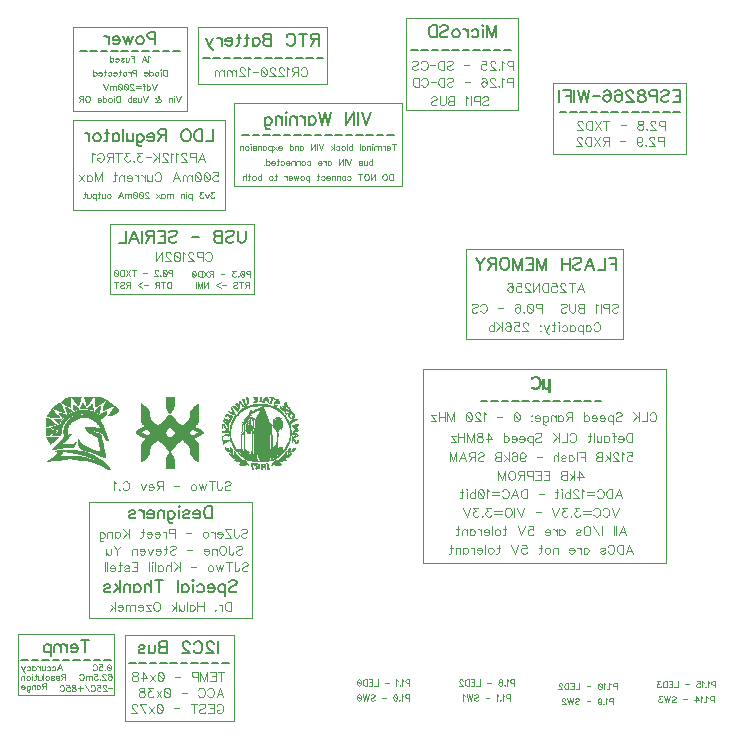
<source format=gbr>
%TF.GenerationSoftware,Novarm,DipTrace,3.2.0.1*%
%TF.CreationDate,2018-06-05T21:33:47-08:00*%
%FSLAX26Y26*%
%MOIN*%
%TF.FileFunction,Legend,Bot*%
%TF.Part,Single*%
%ADD12C,0.003*%
%ADD13C,0.002625*%
%ADD138C,0.003088*%
%ADD139C,0.006176*%
%ADD140C,0.004632*%
G75*
G01*
%LPD*%
X1015562Y2834324D2*
D12*
X1446715D1*
Y2643727D1*
X1015562D1*
Y2834324D1*
X599082Y2524950D2*
X1105331D1*
Y2225021D1*
X599082D1*
Y2524950D1*
X598523Y2834324D2*
X979734D1*
Y2556236D1*
X598523D1*
Y2834324D1*
X1709188Y2865579D2*
X2081024D1*
Y2559361D1*
X1709188D1*
Y2865579D1*
X2199761Y2649977D2*
X2643465D1*
Y2412502D1*
X2199761D1*
Y2649977D1*
X722902Y2178151D2*
X1202979D1*
Y1943801D1*
X722902D1*
Y2178151D1*
X1909173Y2093789D2*
X2434118D1*
Y1793701D1*
X1909173D1*
Y2093789D1*
X1765432Y1696823D2*
X2574722D1*
Y1050145D1*
X1765432D1*
Y1696823D1*
X415574Y812670D2*
X737415D1*
Y609566D1*
X415574D1*
Y812670D1*
X772003Y809347D2*
X1134370D1*
Y522049D1*
X772003D1*
Y809347D1*
X1134340Y2581181D2*
X1696840D1*
Y2306181D1*
X1134340D1*
Y2581181D1*
X652481Y1253076D2*
X1196232D1*
Y865576D1*
X652481D1*
Y1253076D1*
X2134390Y1671357D2*
D13*
X2144889D1*
X2131227Y1670045D2*
X2147413D1*
X2128565Y1668732D2*
X2149479D1*
X2127340Y1667420D2*
X2151167D1*
X2126899Y1666108D2*
X2133078D1*
X2144631D2*
X2152598D1*
X2126662Y1664795D2*
X2130453D1*
X2146705D2*
X2153765D1*
X2126516Y1663483D2*
X2127828D1*
X2148406D2*
X2154617D1*
X2149718Y1662171D2*
X2155236D1*
X2150636Y1660858D2*
X2155768D1*
X2163261D2*
X2168511D1*
X2182946D2*
X2188196D1*
X2151283Y1659546D2*
X2156203D1*
X2163261D2*
X2168511D1*
X2182946D2*
X2188196D1*
X2151825Y1658234D2*
X2156515D1*
X2163261D2*
X2168511D1*
X2182946D2*
X2188196D1*
X2152259Y1656921D2*
X2156818D1*
X2163261D2*
X2168511D1*
X2182946D2*
X2188196D1*
X2152526Y1655609D2*
X2157193D1*
X2163261D2*
X2168511D1*
X2182946D2*
X2188196D1*
X2152662Y1654297D2*
X2157554D1*
X2163261D2*
X2168511D1*
X2182946D2*
X2188196D1*
X2152723Y1652984D2*
X2157793D1*
X2163261D2*
X2168511D1*
X2182946D2*
X2188196D1*
X2152748Y1651672D2*
X2157918D1*
X2163261D2*
X2168511D1*
X2182946D2*
X2188196D1*
X2152757Y1650360D2*
X2157975D1*
X2163261D2*
X2168511D1*
X2182946D2*
X2188196D1*
X2152761Y1649047D2*
X2157993D1*
X2163261D2*
X2168511D1*
X2182946D2*
X2188196D1*
X2152762Y1647735D2*
X2157956D1*
X2163261D2*
X2168511D1*
X2182946D2*
X2188196D1*
X2152757Y1646423D2*
X2157792D1*
X2163261D2*
X2168511D1*
X2182946D2*
X2188196D1*
X2152711Y1645110D2*
X2157479D1*
X2163261D2*
X2168511D1*
X2182946D2*
X2188196D1*
X2152539Y1643798D2*
X2157137D1*
X2163261D2*
X2168511D1*
X2182946D2*
X2188196D1*
X2152179Y1642486D2*
X2156863D1*
X2163261D2*
X2168511D1*
X2182946D2*
X2188196D1*
X2151670Y1641173D2*
X2156569D1*
X2163261D2*
X2168516D1*
X2182946D2*
X2188196D1*
X2151070Y1639861D2*
X2156147D1*
X2163261D2*
X2168567D1*
X2182941D2*
X2188196D1*
X2150337Y1638549D2*
X2155574D1*
X2163261D2*
X2168786D1*
X2182890D2*
X2188196D1*
X2149451Y1637236D2*
X2154845D1*
X2163251D2*
X2169195D1*
X2182767D2*
X2188196D1*
X2126516Y1635924D2*
X2129141D1*
X2147266D2*
X2153972D1*
X2163159D2*
X2170426D1*
X2182160D2*
X2188196D1*
X2126576Y1634612D2*
X2132972D1*
X2143651D2*
X2152959D1*
X2162944D2*
X2172566D1*
X2180055D2*
X2188196D1*
X2126716Y1633299D2*
X2137899D1*
X2138226D2*
X2151681D1*
X2162236D2*
X2176032D1*
X2176669D2*
X2188196D1*
X2127421Y1631987D2*
X2150021D1*
X2161569D2*
X2188196D1*
X2129438Y1630675D2*
X2147880D1*
X2161047D2*
X2167198D1*
X2169823D2*
X2188196D1*
X2132317Y1629362D2*
X2145213D1*
X2162050D2*
X2165886D1*
X2172448D2*
X2180322D1*
X2182946D2*
X2188196D1*
X2135702Y1628050D2*
X2142264D1*
X2163261D2*
X2164574D1*
X2175072D2*
X2177697D1*
X2182946D2*
X2188196D1*
X2182946Y1626738D2*
X2188196D1*
X2182946Y1625425D2*
X2188196D1*
X2182946Y1624113D2*
X2188196D1*
X2182946Y1622801D2*
X2188196D1*
X2182946Y1621488D2*
X2188196D1*
X2182946Y1620176D2*
X2188196D1*
X2182946Y1618864D2*
X2188196D1*
X2182946Y1617551D2*
X2188196D1*
X907701Y1600201D2*
D12*
X934701D1*
X907701Y1597201D2*
X934701D1*
X907701Y1594201D2*
X934701D1*
X907701Y1591201D2*
X934701D1*
X907701Y1588201D2*
X934701D1*
X907701Y1585201D2*
X934701D1*
X826701Y1582201D2*
D3*
X907701D2*
X934701D1*
X1015701D2*
D3*
X826701Y1579201D2*
X829701D1*
X907701D2*
X934701D1*
X1012701D2*
X1015701D1*
X826701Y1576201D2*
X832701D1*
X907701D2*
X934701D1*
X1009701D2*
X1015701D1*
X826701Y1573201D2*
X835701D1*
X907713D2*
X934689D1*
X1006701D2*
X1015701D1*
X826701Y1570201D2*
X838701D1*
X907830D2*
X934572D1*
X1003701D2*
X1015701D1*
X826701Y1567201D2*
X841701D1*
X908318D2*
X934073D1*
X1000701D2*
X1015701D1*
X826701Y1564201D2*
X844689D1*
X909430D2*
X932866D1*
X997713D2*
X1015701D1*
X826701Y1561201D2*
X847572D1*
X911035D2*
X930985D1*
X994830D2*
X1015701D1*
X826701Y1558201D2*
X850073D1*
X912826D2*
X928859D1*
X992329D2*
X1015701D1*
X826701Y1555201D2*
X851855D1*
X914838D2*
X926814D1*
X990547D2*
X1015701D1*
X826701Y1552201D2*
X852867D1*
X917183D2*
X924793D1*
X989535D2*
X1015701D1*
X826701Y1549201D2*
X853357D1*
X919701D2*
X922701D1*
X989045D2*
X1015701D1*
X826701Y1546201D2*
X853568D1*
X988834D2*
X1015701D1*
X826701Y1543201D2*
X853652D1*
X919701D2*
X922701D1*
X988750D2*
X1015701D1*
X826701Y1540201D2*
X853696D1*
X916701D2*
X925701D1*
X988706D2*
X1015701D1*
X826701Y1537201D2*
X853824D1*
X913701D2*
X928701D1*
X988578D2*
X1015701D1*
X826701Y1534201D2*
X854328D1*
X910701D2*
X931701D1*
X988074D2*
X1015701D1*
X826701Y1531201D2*
X855547D1*
X907701D2*
X934701D1*
X986855D2*
X1015701D1*
X826701Y1528201D2*
X857534D1*
X904701D2*
X937701D1*
X984868D2*
X1015701D1*
X826713Y1525201D2*
X860045D1*
X901701D2*
X940701D1*
X982357D2*
X1015689D1*
X826830Y1522201D2*
X862834D1*
X898701D2*
X943701D1*
X979568D2*
X1015572D1*
X827329Y1519201D2*
X865750D1*
X895701D2*
X946701D1*
X976652D2*
X1015073D1*
X828547Y1516201D2*
X868718D1*
X892701D2*
X949701D1*
X973684D2*
X1013855D1*
X830535Y1513201D2*
X871707D1*
X889701D2*
X952701D1*
X970695D2*
X1011879D1*
X833044Y1510201D2*
X874701D1*
X886701D2*
X955701D1*
X967701D2*
X1009483D1*
X835825Y1507201D2*
X1007158D1*
X838701Y1504201D2*
X1005270D1*
X832046Y1501201D2*
X1003701D1*
X825239Y1498201D2*
X916701D1*
X925701D2*
X1012345D1*
X819049Y1495201D2*
X913701D1*
X928701D2*
X1019554D1*
X814002Y1492201D2*
X832947D1*
X850701D2*
X910701D1*
X931701D2*
X991701D1*
X1005384D2*
X1025079D1*
X809870Y1489201D2*
X827879D1*
X853701D2*
X907701D1*
X934701D2*
X988701D1*
X1011328D2*
X1029462D1*
X807935Y1486201D2*
X823931D1*
X856701D2*
X904701D1*
X937701D2*
X985701D1*
X1015685D2*
X1031444D1*
X808030Y1483201D2*
X820701D1*
X859701D2*
X901701D1*
X940701D2*
X982701D1*
X1017670D2*
X1031365D1*
X810428Y1480201D2*
X827804D1*
X856701D2*
X904701D1*
X937701D2*
X985701D1*
X1012405D2*
X1028971D1*
X814238Y1477201D2*
X835909D1*
X853701D2*
X907701D1*
X934701D2*
X988701D1*
X1006701D2*
X1025174D1*
X819716Y1474201D2*
X844701D1*
X850701D2*
X910701D1*
X931701D2*
X1019812D1*
X826600Y1471201D2*
X913701D1*
X928701D2*
X1013391D1*
X834124Y1468201D2*
X1006893D1*
X841701Y1465201D2*
X1000701D1*
X838701Y1462201D2*
X1003701D1*
X835713Y1459201D2*
X877701D1*
X883701D2*
X958701D1*
X964701D2*
X1006689D1*
X832830Y1456201D2*
X874701D1*
X886701D2*
X955701D1*
X967701D2*
X1009572D1*
X830329Y1453201D2*
X871701D1*
X889701D2*
X952701D1*
X970701D2*
X1012073D1*
X828547Y1450201D2*
X868701D1*
X892701D2*
X949701D1*
X973701D2*
X1013855D1*
X827535Y1447201D2*
X865701D1*
X895701D2*
X946701D1*
X976701D2*
X1014867D1*
X827045Y1444201D2*
X862713D1*
X898701D2*
X943701D1*
X979689D2*
X1015357D1*
X826834Y1441201D2*
X859830D1*
X901701D2*
X940701D1*
X982572D2*
X1015568D1*
X826750Y1438201D2*
X857329D1*
X904701D2*
X937701D1*
X985073D2*
X1015652D1*
X826718Y1435201D2*
X855547D1*
X907701D2*
X934701D1*
X986855D2*
X1015684D1*
X826707Y1432201D2*
X854535D1*
X910701D2*
X931701D1*
X987867D2*
X1015695D1*
X826703Y1429201D2*
X854045D1*
X913701D2*
X928701D1*
X988357D2*
X1015699D1*
X826702Y1426201D2*
X853834D1*
X916701D2*
X925701D1*
X988568D2*
X1015700D1*
X826701Y1423201D2*
X853750D1*
X919701D2*
X922701D1*
X988652D2*
X1015701D1*
X826701Y1420201D2*
X853706D1*
X988696D2*
X1015701D1*
X826701Y1417201D2*
X853578D1*
X919701D2*
X922701D1*
X988824D2*
X1015701D1*
X826701Y1414201D2*
X853074D1*
X918086D2*
X924316D1*
X989328D2*
X1015701D1*
X826701Y1411201D2*
X851855D1*
X915959D2*
X926443D1*
X990547D2*
X1015701D1*
X826701Y1408201D2*
X849868D1*
X913512D2*
X928890D1*
X992534D2*
X1015701D1*
X826701Y1405201D2*
X847357D1*
X911205D2*
X931197D1*
X995045D2*
X1015701D1*
X826701Y1402201D2*
X844568D1*
X909502D2*
X932900D1*
X997834D2*
X1015701D1*
X826701Y1399201D2*
X841652D1*
X908518D2*
X933884D1*
X1000750D2*
X1015701D1*
X826701Y1396201D2*
X838684D1*
X908040D2*
X934362D1*
X1003718D2*
X1015701D1*
X826701Y1393201D2*
X835695D1*
X907832D2*
X934570D1*
X1006707D2*
X1015701D1*
X826701Y1390201D2*
X832699D1*
X907749D2*
X934653D1*
X1009703D2*
X1015701D1*
X826701Y1387201D2*
X829701D1*
X907718D2*
X934684D1*
X1012701D2*
X1015701D1*
X907707Y1384201D2*
X934695D1*
X907703Y1381201D2*
X934699D1*
X907702Y1378201D2*
X934700D1*
X907701Y1375201D2*
X934701D1*
X907701Y1372201D2*
X934701D1*
X907701Y1369201D2*
X934701D1*
X907701Y1366201D2*
X934701D1*
X593201Y1603201D2*
X626201D1*
X635201D2*
X680201D1*
X584802Y1600201D2*
X625164D1*
X636238D2*
X665315D1*
X671201D2*
X688611D1*
X577177Y1597201D2*
X590201D1*
X596189D2*
X624165D1*
X637237D2*
X662700D1*
X671201D2*
X696354D1*
X570785Y1594201D2*
X590201D1*
X599084D2*
X623214D1*
X638199D2*
X660419D1*
X671201D2*
X703253D1*
X565968Y1591201D2*
X590201D1*
X601701D2*
X622190D1*
X639317D2*
X658200D1*
X671201D2*
X709347D1*
X562694Y1588201D2*
X590201D1*
X603983D2*
X621183D1*
X640601D2*
X655829D1*
X671201D2*
X701676D1*
X707779D2*
X714733D1*
X554201Y1585201D2*
D3*
X560201D2*
X590201D1*
X606214D2*
X620221D1*
X641898D2*
X653491D1*
X671213D2*
X696526D1*
X705919D2*
X719642D1*
X549702Y1582201D2*
X557201D1*
X565164D2*
X590201D1*
X608688D2*
X619178D1*
X629201D2*
X632201D1*
X642974D2*
X651363D1*
X671318D2*
X691696D1*
X704532D2*
X724186D1*
X545456Y1579201D2*
X558238D1*
X570165D2*
X590201D1*
X611394D2*
X618145D1*
X628164D2*
X633341D1*
X643683D2*
X649310D1*
X659201D2*
X662201D1*
X671703D2*
X687055D1*
X703314D2*
X728087D1*
X541312Y1576201D2*
X559237D1*
X575212D2*
X590201D1*
X599201D2*
X602201D1*
X614201D2*
X617201D1*
X627165D2*
X634630D1*
X644201D2*
X647201D1*
X657586D2*
X662315D1*
X672446D2*
X682575D1*
X702229D2*
X730963D1*
X537455Y1573201D2*
X560199D1*
X580174D2*
X590201D1*
X599201D2*
X605653D1*
X626212D2*
X636033D1*
X655447D2*
X662700D1*
X673339D2*
X678302D1*
X701240D2*
X733113D1*
X534236Y1570201D2*
X561317D1*
X585143D2*
X590201D1*
X599201D2*
X609283D1*
X625174D2*
X637568D1*
X652884D2*
X663419D1*
X674201D2*
D3*
X689201D2*
D3*
X700211D2*
X727397D1*
X737201D2*
X740201D1*
X531647Y1567201D2*
X562613D1*
X572201D2*
X575201D1*
X590201D2*
D3*
X599224D2*
X612604D1*
X624143D2*
X639300D1*
X650085D2*
X664188D1*
X683802D2*
X689201D1*
X699304D2*
X720547D1*
X734665D2*
X743075D1*
X529290Y1564201D2*
X564014D1*
X573598D2*
X581078D1*
X599453D2*
X615149D1*
X623201D2*
X641201D1*
X647201D2*
X664711D1*
X679162D2*
X688737D1*
X698722D2*
X713043D1*
X732408D2*
X745573D1*
X526862Y1561201D2*
X530201D1*
X539201D2*
X565467D1*
X574565D2*
X586612D1*
X599998D2*
X617201D1*
X650201D2*
X664990D1*
X675618D2*
X687994D1*
X698406D2*
X705542D1*
X730197D2*
X747637D1*
X524513Y1558201D2*
X532737D1*
X548201D2*
X566871D1*
X575395D2*
X591586D1*
X602336D2*
X605201D1*
X614201D2*
X653201D1*
X665201D2*
X665123D1*
X673133D2*
X687205D1*
X698201D2*
D3*
X727828D2*
X748479D1*
X522456Y1555201D2*
X534994D1*
X557201D2*
X568115D1*
X576412D2*
X596201D1*
X605201D2*
X665201D1*
X671201D2*
X686565D1*
X710201D2*
D3*
X725489D2*
X748103D1*
X520669Y1552201D2*
X537217D1*
X566201D2*
X569201D1*
X577630D2*
X590201D1*
X596201D2*
X671201D1*
X677201D2*
X685822D1*
X702304D2*
X710201D1*
X723335D2*
X745582D1*
X519036Y1549201D2*
X539691D1*
X551201D2*
X560201D1*
X578788D2*
X584201D1*
X590201D2*
X677201D1*
X683201D2*
X684664D1*
X695409D2*
X709061D1*
X721165D2*
X739865D1*
X517475Y1546201D2*
X542413D1*
X552804D2*
X567982D1*
X579715D2*
X623201D1*
X632201D2*
X683201D1*
X689201D2*
X707760D1*
X718754D2*
X732848D1*
X515874Y1543201D2*
X545285D1*
X554837D2*
X575201D1*
X579151D2*
X605201D1*
X617201D2*
X706238D1*
X716201D2*
X725201D1*
X514116Y1540201D2*
X548232D1*
X557019D2*
X572201D1*
X578201D2*
X596676D1*
X605201D2*
X692201D1*
X698201D2*
X704176D1*
X512201Y1537201D2*
X551212D1*
X559107D2*
X591537D1*
X599676D2*
X695201D1*
X701201D2*
X701108D1*
X530201Y1534201D2*
X554201D1*
X561252D2*
X586814D1*
X594549D2*
X697047D1*
X509201Y1531201D2*
X515201D1*
X563652D2*
X563201D1*
X569201D2*
X582557D1*
X589931D2*
X614917D1*
X656087D2*
X693506D1*
X509201Y1528201D2*
X519702D1*
X536201D2*
X560201D1*
X566201D2*
X578835D1*
X586056D2*
X607664D1*
X661679D2*
X689734D1*
X509201Y1525201D2*
X524444D1*
X539201D2*
X557201D1*
X563201D2*
X575578D1*
X583041D2*
X601878D1*
X666737D2*
X688240D1*
X509201Y1522201D2*
X529160D1*
X542213D2*
X572813D1*
X580460D2*
X597378D1*
X671086D2*
X689780D1*
X509201Y1519201D2*
X533584D1*
X545306D2*
X554201D1*
X560201D2*
X570573D1*
X577941D2*
X593689D1*
X674626D2*
X691444D1*
X509201Y1516201D2*
X537309D1*
X548577D2*
X554201D1*
X560201D2*
X568713D1*
X575644D2*
X590499D1*
X677580D2*
X693274D1*
X509201Y1513201D2*
X540041D1*
X551857D2*
X567051D1*
X573859D2*
X587778D1*
X680313D2*
X695145D1*
X509201Y1510201D2*
X542201D1*
X554724D2*
X565490D1*
X572508D2*
X585571D1*
X682810D2*
X696708D1*
X509201Y1507201D2*
X525607D1*
X548201D2*
X551201D1*
X557201D2*
X563975D1*
X571317D2*
X583813D1*
X685002D2*
X697971D1*
X509201Y1504201D2*
D3*
X537420D2*
X562574D1*
X570331D2*
X582443D1*
X687080D2*
X699227D1*
X527201Y1501201D2*
X561463D1*
X569621D2*
X581325D1*
X638201D2*
X674201D1*
X689201D2*
X700567D1*
X509201Y1498201D2*
X518201D1*
X533201D2*
X560788D1*
X568930D2*
X580243D1*
X639712D2*
X701897D1*
X509201Y1495201D2*
X527201D1*
X539201D2*
X548201D1*
X553949D2*
X560437D1*
X568073D2*
X579315D1*
X641075D2*
X703078D1*
X509201Y1492201D2*
X539201D1*
X548201D2*
D3*
X553381D2*
X560181D1*
X567247D2*
X578728D1*
X642741D2*
X657289D1*
X664062D2*
X704121D1*
X509201Y1489201D2*
X542201D1*
X550617D2*
X559737D1*
X566714D2*
X578426D1*
X645039D2*
X662583D1*
X679227D2*
X705186D1*
X509201Y1486201D2*
X537586D1*
X546584D2*
X558996D1*
X566534D2*
X578290D1*
X648139D2*
X669373D1*
X688772D2*
X706209D1*
X509201Y1483201D2*
X532447D1*
X541772D2*
X558218D1*
X566786D2*
X578234D1*
X652293D2*
X676950D1*
X695066D2*
X707175D1*
X509201Y1480201D2*
X526884D1*
X537117D2*
X551201D1*
X557201D2*
X557690D1*
X567451D2*
X578212D1*
X657671D2*
X683609D1*
X697189D2*
X708207D1*
X509201Y1477201D2*
X521085D1*
X533340D2*
X551201D1*
X557201D2*
X557395D1*
X568188D2*
X578201D1*
X587201D2*
X593201D1*
X664032D2*
X688790D1*
X698810D2*
X709217D1*
X509201Y1474201D2*
X515201D1*
X530201D2*
X557201D1*
X568586D2*
X590201D1*
X670404D2*
X690878D1*
X700069D2*
X710190D1*
X568640Y1471201D2*
X587201D1*
X675556D2*
X691707D1*
X701149D2*
X711313D1*
X509201Y1468201D2*
X548201D1*
X567340D2*
X584201D1*
X679559D2*
X692454D1*
X702431D2*
X712602D1*
X511061Y1465201D2*
X546472D1*
X565353D2*
X581201D1*
X681333D2*
X693327D1*
X704282D2*
X713926D1*
X512784Y1462201D2*
X543949D1*
X562850D2*
X578201D1*
X617201D2*
D3*
X682375D2*
X694167D1*
X706963D2*
X715135D1*
X514484Y1459201D2*
X540666D1*
X560066D2*
X575201D1*
X617201D2*
X620201D1*
X682975D2*
X694817D1*
X710201D2*
X716201D1*
X516316Y1456201D2*
X537090D1*
X557151D2*
X572201D1*
X617201D2*
X620676D1*
X683569D2*
X695485D1*
X518275Y1453201D2*
X533645D1*
X554184D2*
X569201D1*
X617201D2*
X621537D1*
X684371D2*
X696334D1*
X520198Y1450201D2*
X530396D1*
X551195D2*
X566201D1*
X605201D2*
X608201D1*
X617201D2*
X622825D1*
X685172D2*
X697156D1*
X522152Y1447201D2*
X527274D1*
X548199D2*
X563201D1*
X602201D2*
X607049D1*
X617201D2*
X624698D1*
X685718D2*
X697712D1*
X524201Y1444201D2*
D3*
X545200D2*
X605655D1*
X617213D2*
X627580D1*
X686105D2*
X698103D1*
X542201Y1441201D2*
X603877D1*
X617330D2*
X631924D1*
X686616D2*
X698615D1*
X539201Y1438201D2*
X601648D1*
X617865D2*
X637865D1*
X687387D2*
X699387D1*
X536201Y1435201D2*
X599201D1*
X618906D2*
X644916D1*
X688177D2*
X700189D1*
X533201Y1432201D2*
X554201D1*
X622662D2*
X652473D1*
X688719D2*
X700825D1*
X530201Y1429201D2*
X533201D1*
X628424D2*
X660399D1*
X689114D2*
X701488D1*
X548201Y1426201D2*
X605201D1*
X635980D2*
X668755D1*
X689706D2*
X702334D1*
X539201Y1423201D2*
X619369D1*
X644434D2*
X677417D1*
X690786D2*
X703157D1*
X542201Y1420201D2*
X631730D1*
X653154D2*
X686201D1*
X692201D2*
X703712D1*
X545201Y1417201D2*
X563665D1*
X588180D2*
X642107D1*
X661708D2*
X704103D1*
X548201Y1414201D2*
X561409D1*
X607429D2*
X650763D1*
X669870D2*
X704615D1*
X544164Y1411201D2*
X559193D1*
X622900D2*
X658143D1*
X677713D2*
X705388D1*
X540165Y1408201D2*
X556764D1*
X635003D2*
X664764D1*
X685443D2*
X706185D1*
X536203Y1405201D2*
X620201D1*
X644873D2*
X670923D1*
X693256D2*
X706761D1*
X532085Y1402201D2*
X635388D1*
X653677D2*
X676632D1*
X701201D2*
X707201D1*
X527801Y1399201D2*
X650201D1*
X662201D2*
X681834D1*
X523504Y1396201D2*
X568091D1*
X606295D2*
X662201D1*
X668201D2*
X686590D1*
X519428Y1393201D2*
X548261D1*
X625939D2*
X690959D1*
X515719Y1390201D2*
X531067D1*
X642235D2*
X695078D1*
X512201Y1387201D2*
X515201D1*
X655480D2*
X699159D1*
X666497Y1384201D2*
X703087D1*
X675950Y1381201D2*
X706674D1*
X684122Y1378201D2*
X709965D1*
X691284Y1375201D2*
X712995D1*
X697828Y1372201D2*
X715666D1*
X704059Y1369201D2*
X717944D1*
X710152Y1366201D2*
X720059D1*
X716201Y1363201D2*
X722201D1*
X1198701Y1603201D2*
X1213701D1*
X1222701D2*
X1225701D1*
X1231701D2*
D3*
X1240701D2*
X1246701D1*
X1255701D2*
X1261701D1*
X1174701Y1600201D2*
X1180701D1*
X1199973D2*
X1198701D1*
X1208804D2*
X1212328D1*
X1222689D2*
X1225701D1*
X1238167D2*
X1246815D1*
X1252701D2*
X1266482D1*
X1175841Y1597201D2*
X1181165D1*
X1204909D2*
X1211581D1*
X1222575D2*
X1225701D1*
X1235936D2*
X1247200D1*
X1261701D2*
X1270701D1*
X1276701D2*
D3*
X1162701Y1594201D2*
X1168701D1*
X1177118D2*
X1181908D1*
X1204473D2*
X1211319D1*
X1222111D2*
X1225701D1*
X1233836D2*
X1247919D1*
X1259841D2*
X1261701D1*
X1270701D2*
X1282701D1*
X1156701Y1591201D2*
D3*
X1163841D2*
X1169167D1*
X1178407D2*
X1182685D1*
X1207701D2*
X1212360D1*
X1221086D2*
X1225701D1*
X1231701D2*
X1238253D1*
X1243358D2*
X1248696D1*
X1258121D2*
X1261235D1*
X1279701D2*
X1284086D1*
X1153931Y1588201D2*
X1156701D1*
X1165130D2*
X1169936D1*
X1179478D2*
X1183187D1*
X1202920D2*
X1213701D1*
X1219701D2*
X1236305D1*
X1246055D2*
X1249265D1*
X1256436D2*
X1260466D1*
X1274521D2*
X1284951D1*
X1151879Y1585201D2*
X1158675D1*
X1166558D2*
X1170836D1*
X1180184D2*
X1183220D1*
X1198701D2*
X1210701D1*
X1234701D2*
D3*
X1249181D2*
X1249701D1*
X1254639D2*
X1259566D1*
X1270442D2*
X1285409D1*
X1306701D2*
X1309701D1*
X1141701Y1582201D2*
X1144701D1*
X1151204D2*
X1160782D1*
X1168349D2*
X1171701D1*
X1180701D2*
X1182780D1*
X1252701D2*
X1258701D1*
X1268862D2*
X1270701D1*
X1303953D2*
X1309824D1*
X1138701Y1579201D2*
X1144701D1*
X1150701D2*
X1153701D1*
X1159701D2*
X1163211D1*
X1170608D2*
X1179733D1*
X1201701D2*
X1243701D1*
X1268882D2*
X1270701D1*
X1303237D2*
X1310290D1*
X1141689Y1576201D2*
X1153701D1*
X1160973D2*
X1165902D1*
X1175328D2*
X1175406D1*
X1191917D2*
X1222672D1*
X1222627D2*
X1253485D1*
X1270995D2*
X1279701D1*
X1303701D2*
X1311316D1*
X1129701Y1573201D2*
X1135701D1*
X1144575D2*
X1153701D1*
X1162805D2*
X1170547D1*
X1183407D2*
X1205123D1*
X1239898D2*
X1261995D1*
X1273701D2*
X1275482D1*
X1299107D2*
X1312701D1*
X1131316Y1570201D2*
X1138200D1*
X1147111D2*
X1153678D1*
X1165473D2*
X1165701D1*
X1176360D2*
X1191981D1*
X1228701D2*
X1231701D1*
X1252691D2*
X1269042D1*
X1288701D2*
D3*
X1294701D2*
X1308857D1*
X1126701Y1567201D2*
D3*
X1133455D2*
X1141233D1*
X1149086D2*
X1153455D1*
X1170515D2*
X1182493D1*
X1224759D2*
X1232841D1*
X1262035D2*
X1274887D1*
X1289146D2*
X1291701D1*
X1300701D2*
X1305982D1*
X1312701D2*
X1318701D1*
X1125535Y1564201D2*
X1129701D1*
X1136019D2*
X1144701D1*
X1150701D2*
X1152928D1*
X1165495D2*
X1175313D1*
X1218788D2*
X1234118D1*
X1269184D2*
X1279907D1*
X1290658D2*
X1303701D1*
X1317295D2*
X1320121D1*
X1125848Y1561201D2*
X1130841D1*
X1138825D2*
X1150709D1*
X1161123D2*
X1169426D1*
X1210752D2*
X1235418D1*
X1274979D2*
X1284279D1*
X1293952D2*
X1312701D1*
X1321701D2*
X1321311D1*
X1127637Y1558201D2*
X1132130D1*
X1141744D2*
X1147831D1*
X1157346D2*
X1164554D1*
X1189701D2*
X1192701D1*
X1201701D2*
X1216387D1*
X1223176D2*
X1236586D1*
X1279952D2*
X1288056D1*
X1297701D2*
D3*
X1303827D2*
X1322618D1*
X1114701Y1555201D2*
X1117701D1*
X1129701D2*
X1133533D1*
X1144701D2*
D3*
X1153969D2*
X1160528D1*
X1188561D2*
X1207367D1*
X1221026D2*
X1237636D1*
X1284298D2*
X1291433D1*
X1304328D2*
X1303701D1*
X1315701D2*
X1325749D1*
X1119546Y1552201D2*
X1135068D1*
X1150805D2*
X1157040D1*
X1187272D2*
X1199692D1*
X1219196D2*
X1238793D1*
X1288063D2*
X1294597D1*
X1305536D2*
X1306701D1*
X1321701D2*
X1329310D1*
X1111701Y1549201D2*
D3*
X1125952D2*
X1136800D1*
X1147739D2*
X1153831D1*
X1185879D2*
X1194100D1*
X1217546D2*
X1240092D1*
X1291436D2*
X1297651D1*
X1307455D2*
X1332415D1*
X1109850Y1546201D2*
X1114701D1*
X1133577D2*
X1138701D1*
X1144726D2*
X1150749D1*
X1184422D2*
X1190104D1*
X1215988D2*
X1241406D1*
X1294598D2*
X1300570D1*
X1309701D2*
D3*
X1315701D2*
X1321701D1*
X1329985D2*
X1334912D1*
X1108217Y1543201D2*
X1120536D1*
X1141823D2*
X1147729D1*
X1182930D2*
X1186701D1*
X1214462D2*
X1242581D1*
X1297651D2*
X1303185D1*
X1315713D2*
X1318701D1*
X1331729D2*
X1335822D1*
X1106858Y1540201D2*
X1108701D1*
X1115253D2*
X1125016D1*
X1139176D2*
X1144824D1*
X1181317D2*
X1192701D1*
X1212947D2*
X1243623D1*
X1300570D2*
X1305364D1*
X1315877D2*
X1315701D1*
X1331513D2*
X1336206D1*
X1105701Y1537201D2*
X1108701D1*
X1116305D2*
X1117701D1*
X1123578D2*
X1128409D1*
X1137026D2*
X1142214D1*
X1179314D2*
X1183701D1*
X1211364D2*
X1244686D1*
X1303185D2*
X1307214D1*
X1316299D2*
X1318701D1*
X1329749D2*
X1335968D1*
X1117701Y1534201D2*
D3*
X1123112D2*
X1127551D1*
X1135196D2*
X1140037D1*
X1176527D2*
X1193076D1*
X1209613D2*
X1245710D1*
X1276701D2*
X1282701D1*
X1305364D2*
X1308961D1*
X1318856D2*
X1321701D1*
X1327701D2*
X1335036D1*
X1102701Y1531201D2*
D3*
X1122086D2*
X1126176D1*
X1133546D2*
X1138188D1*
X1172859D2*
X1201701D1*
X1207701D2*
X1246687D1*
X1273701D2*
X1291701D1*
X1307202D2*
X1310799D1*
X1325656D2*
X1333701D1*
X1342701D2*
D3*
X1101328Y1528201D2*
X1111701D1*
X1120701D2*
X1124616D1*
X1131988D2*
X1136441D1*
X1168701D2*
X1183701D1*
X1189701D2*
D3*
X1195111D2*
X1247812D1*
X1264701D2*
X1270701D1*
X1276701D2*
X1288701D1*
X1308855D2*
X1312683D1*
X1333701D2*
X1345701D1*
X1100337Y1525201D2*
X1123121D1*
X1130462D2*
X1134606D1*
X1170295D2*
X1180701D1*
X1186701D2*
X1189701D1*
X1196866D2*
X1198701D1*
X1204701D2*
X1249123D1*
X1265153D2*
X1292137D1*
X1310414D2*
X1314309D1*
X1327701D2*
X1340094D1*
X1100472Y1522201D2*
X1102701D1*
X1108701D2*
X1121823D1*
X1128957D2*
X1132744D1*
X1171701D2*
X1189237D1*
X1197871D2*
X1198701D1*
X1204701D2*
X1250649D1*
X1265791D2*
X1295168D1*
X1311939D2*
X1315701D1*
X1321701D2*
X1333906D1*
X1102385Y1519201D2*
X1115165D1*
X1120701D2*
D3*
X1127463D2*
X1131187D1*
X1162701D2*
X1180701D1*
X1186701D2*
X1188517D1*
X1198358D2*
X1198701D1*
X1204701D2*
X1252653D1*
X1266184D2*
X1296454D1*
X1313445D2*
X1328582D1*
X1106558Y1516201D2*
X1115897D1*
X1126070D2*
X1129940D1*
X1165111D2*
X1172291D1*
X1177689D2*
X1187969D1*
X1198569D2*
X1198701D1*
X1204701D2*
X1255413D1*
X1265967D2*
X1297163D1*
X1314939D2*
X1324446D1*
X1110792Y1513201D2*
X1116568D1*
X1124961D2*
X1128780D1*
X1162701D2*
D3*
X1166866D2*
X1170536D1*
X1177584D2*
X1180701D1*
X1186701D2*
X1187895D1*
X1198653D2*
X1198701D1*
X1204701D2*
X1258701D1*
X1265369D2*
X1297476D1*
X1316344D2*
X1323018D1*
X1096701Y1510201D2*
X1102701D1*
X1114701D2*
X1116711D1*
X1124276D2*
X1127717D1*
X1162701D2*
D3*
X1167871D2*
X1169531D1*
X1177201D2*
X1180701D1*
X1186701D2*
X1190007D1*
X1198685D2*
X1198701D1*
X1204701D2*
X1255701D1*
X1264701D2*
X1297505D1*
X1317558D2*
X1322256D1*
X1348701D2*
D3*
X1096701Y1507201D2*
X1104097D1*
X1111701D2*
X1116271D1*
X1123831D2*
X1126735D1*
X1162701D2*
D3*
X1168358D2*
X1169044D1*
X1176483D2*
X1192701D1*
X1198701D2*
D3*
X1204701D2*
X1297162D1*
X1318614D2*
X1321928D1*
X1327701D2*
X1348701D1*
X1096701Y1504201D2*
D3*
X1102850D2*
X1105024D1*
X1113295D2*
X1115630D1*
X1123298D2*
X1125710D1*
X1162701D2*
D3*
X1168569D2*
X1168833D1*
X1175714D2*
X1198701D1*
X1204689D2*
X1258701D1*
X1265291D2*
X1296347D1*
X1319672D2*
X1321897D1*
X1330264D2*
X1345514D1*
X1096701Y1501201D2*
D3*
X1103205D2*
X1105701D1*
X1114701D2*
X1115159D1*
X1122519D2*
X1124803D1*
X1162701D2*
D3*
X1168653D2*
X1168749D1*
X1175188D2*
X1198578D1*
X1204575D2*
X1258701D1*
X1266548D2*
X1295113D1*
X1320591D2*
X1322228D1*
X1333598D2*
X1342701D1*
X1096701Y1498201D2*
D3*
X1105059D2*
X1114901D1*
X1121726D2*
X1124224D1*
X1162701D2*
D3*
X1168684D2*
X1168717D1*
X1174894D2*
X1198112D1*
X1204111D2*
X1258701D1*
X1268637D2*
X1293521D1*
X1321176D2*
X1322928D1*
X1337910D2*
X1345493D1*
X1109521Y1495201D2*
X1114781D1*
X1121195D2*
X1123924D1*
X1162701D2*
D3*
X1168672D2*
X1168701D1*
X1174701D2*
X1197086D1*
X1203086D2*
X1258701D1*
X1271415D2*
X1285827D1*
X1291701D2*
D3*
X1321477D2*
X1323691D1*
X1342701D2*
X1347347D1*
X1114701Y1492201D2*
X1114731D1*
X1120914D2*
X1123789D1*
X1162701D2*
D3*
X1168453D2*
X1195701D1*
X1201701D2*
X1258701D1*
X1274423D2*
X1283340D1*
X1321613D2*
X1324212D1*
X1337162D2*
X1348701D1*
X1096701Y1489201D2*
X1114711D1*
X1120786D2*
X1123734D1*
X1162701D2*
D3*
X1167927D2*
X1168701D1*
X1174701D2*
X1189701D1*
X1195701D2*
X1258713D1*
X1276890D2*
X1281312D1*
X1321668D2*
X1324490D1*
X1333059D2*
X1341107D1*
X1096701Y1486201D2*
X1114701D1*
X1120733D2*
X1123713D1*
X1159701D2*
D3*
X1165851D2*
X1168701D1*
X1177701D2*
X1189701D1*
X1195701D2*
X1258818D1*
X1278684D2*
X1280693D1*
X1321689D2*
X1324617D1*
X1331807D2*
X1333701D1*
X1120712Y1483201D2*
X1123705D1*
X1163530D2*
X1168701D1*
X1180701D2*
X1189701D1*
X1195701D2*
X1259201D1*
X1279224D2*
X1281178D1*
X1321697D2*
X1324670D1*
X1331156D2*
X1338626D1*
X1096701Y1480201D2*
D3*
X1120705D2*
X1123702D1*
X1161316D2*
X1168701D1*
X1195701D2*
D3*
X1201701D2*
X1259919D1*
X1279504D2*
X1281788D1*
X1321700D2*
X1324690D1*
X1330864D2*
X1342887D1*
X1105701Y1477201D2*
X1114701D1*
X1120714D2*
X1123701D1*
X1160455D2*
X1168701D1*
X1195701D2*
D3*
X1201701D2*
X1260688D1*
X1279626D2*
X1282137D1*
X1321701D2*
X1324685D1*
X1339701D2*
X1346227D1*
X1101547Y1474201D2*
X1114701D1*
X1120819D2*
X1123713D1*
X1160019D2*
X1159701D1*
X1168701D2*
D3*
X1195701D2*
D3*
X1201701D2*
X1252701D1*
X1258701D2*
X1261211D1*
X1279674D2*
X1282006D1*
X1321689D2*
X1324583D1*
X1338295D2*
X1339701D1*
X1345701D2*
X1347734D1*
X1098470Y1471201D2*
X1096701D1*
X1114701D2*
D3*
X1121201D2*
X1123818D1*
X1159825D2*
X1159701D1*
X1168701D2*
D3*
X1195701D2*
D3*
X1201701D2*
X1252701D1*
X1258701D2*
X1261490D1*
X1279692D2*
X1281404D1*
X1321584D2*
X1324201D1*
X1330701D2*
D3*
X1336701D2*
X1343913D1*
X1097531Y1468201D2*
X1096701D1*
X1121919D2*
X1124201D1*
X1159747D2*
X1159701D1*
X1168701D2*
D3*
X1195701D2*
D3*
X1201701D2*
X1252701D1*
X1258701D2*
X1261617D1*
X1279686D2*
X1280684D1*
X1321201D2*
X1323483D1*
X1330587D2*
X1337951D1*
X1097066Y1465201D2*
X1096701D1*
X1122688D2*
X1124931D1*
X1159717D2*
X1159701D1*
X1168701D2*
D3*
X1195701D2*
D3*
X1201701D2*
X1252701D1*
X1258701D2*
X1261669D1*
X1279583D2*
X1280180D1*
X1320471D2*
X1322702D1*
X1330202D2*
X1330701D1*
X1097083Y1462201D2*
X1096701D1*
X1114701D2*
D3*
X1123223D2*
X1125805D1*
X1159707D2*
X1159701D1*
X1168701D2*
D3*
X1195701D2*
D3*
X1201701D2*
X1252701D1*
X1258701D2*
X1261690D1*
X1279201D2*
X1279909D1*
X1319597D2*
X1322073D1*
X1329483D2*
X1334856D1*
X1097523Y1459201D2*
X1117701D1*
X1123607D2*
X1126711D1*
X1159703D2*
X1159701D1*
X1168701D2*
D3*
X1195701D2*
D3*
X1201701D2*
X1252701D1*
X1258701D2*
X1261697D1*
X1278483D2*
X1279784D1*
X1318679D2*
X1321413D1*
X1328714D2*
X1337934D1*
X1345701D2*
X1348701D1*
X1099846Y1456201D2*
X1114035D1*
X1124128D2*
X1127719D1*
X1159702D2*
X1159701D1*
X1168701D2*
D3*
X1195701D2*
D3*
X1201701D2*
X1252701D1*
X1258701D2*
X1261700D1*
X1277714D2*
X1279732D1*
X1317577D2*
X1320555D1*
X1328188D2*
X1330701D1*
X1337167D2*
X1338946D1*
X1345701D2*
X1348578D1*
X1102701Y1453201D2*
X1110110D1*
X1125005D2*
X1128733D1*
X1159701D2*
D3*
X1168701D2*
D3*
X1195701D2*
D3*
X1201701D2*
X1252701D1*
X1258701D2*
X1261701D1*
X1277191D2*
X1279712D1*
X1316287D2*
X1319628D1*
X1327894D2*
X1327701D1*
X1337936D2*
X1339701D1*
X1345701D2*
X1348112D1*
X1099953Y1450201D2*
X1106405D1*
X1126188D2*
X1129797D1*
X1159701D2*
D3*
X1168701D2*
D3*
X1195701D2*
D3*
X1201701D2*
X1252701D1*
X1258701D2*
X1261701D1*
X1276877D2*
X1279705D1*
X1314887D2*
X1318691D1*
X1327701D2*
X1330701D1*
X1338836D2*
X1347086D1*
X1099237Y1447201D2*
X1102986D1*
X1127543D2*
X1131208D1*
X1159701D2*
D3*
X1168701D2*
D3*
X1195701D2*
D3*
X1201701D2*
X1252701D1*
X1258701D2*
X1261701D1*
X1276407D2*
X1279702D1*
X1313425D2*
X1317581D1*
X1339701D2*
X1345701D1*
X1099701Y1444201D2*
D3*
X1128987D2*
X1132935D1*
X1159701D2*
D3*
X1168701D2*
D3*
X1195701D2*
D3*
X1201701D2*
X1252701D1*
X1258701D2*
X1261701D1*
X1275524D2*
X1279701D1*
X1311943D2*
X1316288D1*
X1130462Y1441201D2*
X1134668D1*
X1159701D2*
D3*
X1168701D2*
D3*
X1195701D2*
D3*
X1201701D2*
X1252701D1*
X1258701D2*
X1261701D1*
X1272006D2*
X1279701D1*
X1310447D2*
X1314876D1*
X1131956Y1438201D2*
X1136237D1*
X1159701D2*
D3*
X1168701D2*
D3*
X1195701D2*
D3*
X1201701D2*
X1252701D1*
X1258701D2*
X1261701D1*
X1267701D2*
X1279701D1*
X1308939D2*
X1313320D1*
X1105701Y1435201D2*
D3*
X1123701D2*
D3*
X1133463D2*
X1137564D1*
X1159701D2*
D3*
X1168701D2*
X1168748D1*
X1195701D2*
D3*
X1201701D2*
X1252701D1*
X1258701D2*
X1279701D1*
X1285701D2*
X1294701D1*
X1307333D2*
X1311549D1*
X1321701D2*
D3*
X1339701D2*
D3*
X1106302Y1432201D2*
X1114701D1*
X1123701D2*
X1126701D1*
X1135070D2*
X1138701D1*
X1150701D2*
D3*
X1159701D2*
D3*
X1168701D2*
X1168888D1*
X1195689D2*
X1195701D1*
X1201701D2*
X1252701D1*
X1258701D2*
X1294701D1*
X1305450D2*
X1309611D1*
X1319165D2*
X1321701D1*
X1334461D2*
X1339701D1*
X1107309Y1429201D2*
X1116295D1*
X1123701D2*
X1128086D1*
X1136961D2*
X1162701D1*
X1168701D2*
X1170248D1*
X1195584D2*
X1195701D1*
X1201701D2*
X1294701D1*
X1303175D2*
X1307671D1*
X1316908D2*
X1321701D1*
X1330659D2*
X1337960D1*
X1110059Y1426201D2*
X1117701D1*
X1123701D2*
X1128947D1*
X1139287D2*
X1162701D1*
X1168701D2*
X1174389D1*
X1195201D2*
X1195701D1*
X1201701D2*
X1294701D1*
X1300701D2*
X1305591D1*
X1314685D2*
X1321701D1*
X1327701D2*
X1335321D1*
X1113742Y1423201D2*
X1129383D1*
X1141948D2*
X1162701D1*
X1168701D2*
X1178919D1*
X1194482D2*
X1195701D1*
X1201701D2*
X1252701D1*
X1258701D2*
X1303175D1*
X1312222D2*
X1331549D1*
X1118068Y1420201D2*
X1129577D1*
X1135701D2*
D3*
X1144798D2*
X1182848D1*
X1193706D2*
X1195701D1*
X1201701D2*
X1288701D1*
X1294701D2*
X1300477D1*
X1309607D2*
X1326832D1*
X1122448Y1417201D2*
X1129655D1*
X1135701D2*
X1138701D1*
X1147737D2*
X1150701D1*
X1156701D2*
X1184633D1*
X1193137D2*
X1195701D1*
X1201701D2*
X1297613D1*
X1307105D2*
X1309701D1*
X1315701D2*
X1321701D1*
X1117701Y1414201D2*
X1120701D1*
X1126701D2*
X1129686D1*
X1135701D2*
X1140790D1*
X1150725D2*
X1153701D1*
X1159701D2*
X1183701D1*
X1192701D2*
X1195701D1*
X1201701D2*
X1294656D1*
X1304770D2*
X1309701D1*
X1315701D2*
D3*
X1321701D2*
X1324431D1*
X1119454Y1411201D2*
X1129701D1*
X1135701D2*
X1143281D1*
X1153823D2*
X1208165D1*
X1214176D2*
X1264701D1*
X1270701D2*
X1291572D1*
X1302177D2*
X1309701D1*
X1315701D2*
X1325685D1*
X1122176Y1408201D2*
X1146432D1*
X1157214D2*
X1208908D1*
X1215026D2*
X1264701D1*
X1270701D2*
X1276701D1*
X1282701D2*
X1288186D1*
X1298990D2*
X1322834D1*
X1126114Y1405201D2*
X1149895D1*
X1161048D2*
X1209685D1*
X1216185D2*
X1284353D1*
X1295513D2*
X1318243D1*
X1130722Y1402201D2*
X1153172D1*
X1165328D2*
X1210222D1*
X1217475D2*
X1264701D1*
X1270701D2*
X1280073D1*
X1292232D2*
X1311549D1*
X1134970Y1399201D2*
X1155933D1*
X1170187D2*
X1177701D1*
X1183701D2*
X1210615D1*
X1218981D2*
X1252701D1*
X1258701D2*
X1261701D1*
X1267701D2*
X1275215D1*
X1289470D2*
X1303701D1*
X1138701Y1396201D2*
X1158018D1*
X1175951D2*
X1211207D1*
X1220845D2*
X1252701D1*
X1258701D2*
X1269451D1*
X1287384D2*
X1294701D1*
X1300701D2*
X1306701D1*
X1137846Y1393201D2*
X1159701D1*
X1165701D2*
X1168701D1*
X1182795D2*
X1195701D1*
X1201701D2*
X1212286D1*
X1225778D2*
X1243701D1*
X1249701D2*
X1262607D1*
X1276701D2*
X1279701D1*
X1285701D2*
X1309701D1*
X1137389Y1390201D2*
X1171958D1*
X1190549D2*
X1213701D1*
X1231701D2*
X1254853D1*
X1272768D2*
X1285701D1*
X1291701D2*
X1303392D1*
X1149523Y1387201D2*
X1174636D1*
X1198701D2*
X1246701D1*
X1269556D2*
X1294076D1*
X1162701Y1384201D2*
X1177054D1*
X1266627D2*
X1282701D1*
X1157920Y1381201D2*
X1179456D1*
X1192701D2*
X1204701D1*
X1243701D2*
X1246701D1*
X1263681D2*
X1287482D1*
X1153701Y1378201D2*
X1181698D1*
X1192815D2*
X1219701D1*
X1225701D2*
X1237701D1*
X1244727D2*
X1248086D1*
X1261028D2*
X1291701D1*
X1159701Y1375201D2*
X1171701D1*
X1183701D2*
D3*
X1193200D2*
X1195815D1*
X1204701D2*
X1210701D1*
X1216701D2*
X1219701D1*
X1225701D2*
X1228701D1*
X1234701D2*
X1239086D1*
X1245619D2*
X1248959D1*
X1258701D2*
X1261701D1*
X1273701D2*
X1285701D1*
X1193919Y1372201D2*
X1196202D1*
X1210701D2*
X1219701D1*
X1225701D2*
X1239947D1*
X1246188D2*
X1249509D1*
X1194696Y1369201D2*
X1196946D1*
X1207701D2*
X1219701D1*
X1225701D2*
X1240384D1*
X1246483D2*
X1250167D1*
X1195265Y1366201D2*
X1197839D1*
X1204701D2*
X1210701D1*
X1225701D2*
X1228701D1*
X1237701D2*
X1240585D1*
X1246620D2*
X1251273D1*
X1195701Y1363201D2*
X1198701D1*
X1207701D2*
X1210701D1*
X1219701D2*
D3*
X1225701D2*
X1228701D1*
X1237701D2*
X1240701D1*
X1246701D2*
X1252701D1*
X2134390Y1671357D2*
D13*
X2131227Y1670045D1*
X2128565Y1668732D1*
X2127340Y1667420D1*
X2126899Y1666108D1*
X2126662Y1664795D1*
X2126516Y1663483D1*
X2144889Y1671357D2*
X2147413Y1670045D1*
X2149479Y1668732D1*
X2151167Y1667420D1*
X2152598Y1666108D1*
X2153765Y1664795D1*
X2154617Y1663483D1*
X2155236Y1662171D1*
X2155768Y1660858D1*
X2156203Y1659546D1*
X2156515Y1658234D1*
X2156818Y1656921D1*
X2157193Y1655609D1*
X2157554Y1654297D1*
X2157793Y1652984D1*
X2157918Y1651672D1*
X2157975Y1650360D1*
X2157993Y1649047D1*
X2157956Y1647735D1*
X2157792Y1646423D1*
X2157479Y1645110D1*
X2157137Y1643798D1*
X2156863Y1642486D1*
X2156569Y1641173D1*
X2156147Y1639861D1*
X2155574Y1638549D1*
X2154845Y1637236D1*
X2153972Y1635924D1*
X2152959Y1634612D1*
X2151681Y1633299D1*
X2150021Y1631987D1*
X2147880Y1630675D1*
X2145213Y1629362D1*
X2142264Y1628050D1*
X2135702Y1667420D2*
X2133078Y1666108D1*
X2130453Y1664795D1*
X2127828Y1663483D1*
X2142264Y1667420D2*
X2144631Y1666108D1*
X2146705Y1664795D1*
X2148406Y1663483D1*
X2149718Y1662171D1*
X2150636Y1660858D1*
X2151283Y1659546D1*
X2151825Y1658234D1*
X2152259Y1656921D1*
X2152526Y1655609D1*
X2152662Y1654297D1*
X2152723Y1652984D1*
X2152748Y1651672D1*
X2152757Y1650360D1*
X2152761Y1649047D1*
X2152762Y1647735D1*
X2152757Y1646423D1*
X2152711Y1645110D1*
X2152539Y1643798D1*
X2152179Y1642486D1*
X2151670Y1641173D1*
X2151070Y1639861D1*
X2150337Y1638549D1*
X2149451Y1637236D1*
X2147266Y1635924D1*
X2143651Y1634612D1*
X2138226Y1633299D1*
X2131765Y1631987D1*
X2163261Y1660858D2*
Y1659546D1*
Y1658234D1*
Y1656921D1*
Y1655609D1*
Y1654297D1*
Y1652984D1*
Y1651672D1*
Y1650360D1*
Y1649047D1*
Y1647735D1*
Y1646423D1*
Y1645110D1*
Y1643798D1*
Y1642486D1*
Y1641173D1*
Y1639861D1*
Y1638549D1*
X2163251Y1637236D1*
X2163159Y1635924D1*
X2162944Y1634612D1*
X2162236Y1633299D1*
X2161569Y1631987D1*
X2161047Y1630675D1*
X2162050Y1629362D1*
X2163261Y1628050D1*
X2168511Y1660858D2*
Y1659546D1*
Y1658234D1*
Y1656921D1*
Y1655609D1*
Y1654297D1*
Y1652984D1*
Y1651672D1*
Y1650360D1*
Y1649047D1*
Y1647735D1*
Y1646423D1*
Y1645110D1*
Y1643798D1*
Y1642486D1*
X2168516Y1641173D1*
X2168567Y1639861D1*
X2168786Y1638549D1*
X2169195Y1637236D1*
X2170426Y1635924D1*
X2172566Y1634612D1*
X2176032Y1633299D1*
X2180322Y1631987D1*
X2182946Y1660858D2*
Y1659546D1*
Y1658234D1*
Y1656921D1*
Y1655609D1*
Y1654297D1*
Y1652984D1*
Y1651672D1*
Y1650360D1*
Y1649047D1*
Y1647735D1*
Y1646423D1*
Y1645110D1*
Y1643798D1*
Y1642486D1*
Y1641173D1*
X2182941Y1639861D1*
X2182890Y1638549D1*
X2182767Y1637236D1*
X2182160Y1635924D1*
X2180055Y1634612D1*
X2176669Y1633299D1*
X2172448Y1631987D1*
X2188196Y1660858D2*
Y1659546D1*
Y1658234D1*
Y1656921D1*
Y1655609D1*
Y1654297D1*
Y1652984D1*
Y1651672D1*
Y1650360D1*
Y1649047D1*
Y1647735D1*
Y1646423D1*
Y1645110D1*
Y1643798D1*
Y1642486D1*
Y1641173D1*
Y1639861D1*
Y1638549D1*
Y1637236D1*
Y1635924D1*
Y1634612D1*
Y1633299D1*
Y1631987D1*
Y1630675D1*
Y1629362D1*
Y1628050D1*
Y1626738D1*
Y1625425D1*
Y1624113D1*
Y1622801D1*
Y1621488D1*
Y1620176D1*
Y1618864D1*
Y1617551D1*
X2126516Y1635924D2*
X2126576Y1634612D1*
X2126716Y1633299D1*
X2127421Y1631987D1*
X2129438Y1630675D1*
X2132317Y1629362D1*
X2135702Y1628050D1*
X2129141Y1635924D2*
X2132972Y1634612D1*
X2137899Y1633299D1*
X2143576Y1631987D1*
X2168511D2*
X2167198Y1630675D1*
X2165886Y1629362D1*
X2164574Y1628050D1*
X2167198Y1631987D2*
X2169823Y1630675D1*
X2172448Y1629362D1*
X2175072Y1628050D1*
X2182946Y1630675D2*
X2180322Y1629362D1*
X2177697Y1628050D1*
X2182946Y1630675D2*
Y1629362D1*
Y1628050D1*
Y1626738D1*
Y1625425D1*
Y1624113D1*
Y1622801D1*
Y1621488D1*
Y1620176D1*
Y1618864D1*
Y1617551D1*
X907701Y1600201D2*
D12*
Y1597201D1*
Y1594201D1*
Y1591201D1*
Y1588201D1*
Y1585201D1*
Y1582201D1*
Y1579201D1*
Y1576201D1*
X907713Y1573201D1*
X907830Y1570201D1*
X908318Y1567201D1*
X909430Y1564201D1*
X911035Y1561201D1*
X912826Y1558201D1*
X914838Y1555201D1*
X917183Y1552201D1*
X919701Y1549201D1*
X934701Y1600201D2*
Y1597201D1*
Y1594201D1*
Y1591201D1*
Y1588201D1*
Y1585201D1*
Y1582201D1*
Y1579201D1*
Y1576201D1*
X934689Y1573201D1*
X934572Y1570201D1*
X934073Y1567201D1*
X932866Y1564201D1*
X930985Y1561201D1*
X928859Y1558201D1*
X926814Y1555201D1*
X924793Y1552201D1*
X922701Y1549201D1*
X826701Y1582201D2*
Y1579201D1*
Y1576201D1*
Y1573201D1*
Y1570201D1*
Y1567201D1*
Y1564201D1*
Y1561201D1*
Y1558201D1*
Y1555201D1*
Y1552201D1*
Y1549201D1*
Y1546201D1*
Y1543201D1*
Y1540201D1*
Y1537201D1*
Y1534201D1*
Y1531201D1*
Y1528201D1*
X826713Y1525201D1*
X826830Y1522201D1*
X827329Y1519201D1*
X828547Y1516201D1*
X830535Y1513201D1*
X833044Y1510201D1*
X835825Y1507201D1*
X838701Y1504201D1*
X832046Y1501201D1*
X825239Y1498201D1*
X819049Y1495201D1*
X814002Y1492201D1*
X809870Y1489201D1*
X807935Y1486201D1*
X808030Y1483201D1*
X810428Y1480201D1*
X814238Y1477201D1*
X819716Y1474201D1*
X826600Y1471201D1*
X834124Y1468201D1*
X841701Y1465201D1*
X838701Y1462201D1*
X835713Y1459201D1*
X832830Y1456201D1*
X830329Y1453201D1*
X828547Y1450201D1*
X827535Y1447201D1*
X827045Y1444201D1*
X826834Y1441201D1*
X826750Y1438201D1*
X826718Y1435201D1*
X826707Y1432201D1*
X826703Y1429201D1*
X826702Y1426201D1*
X826701Y1423201D1*
Y1420201D1*
Y1417201D1*
Y1414201D1*
Y1411201D1*
Y1408201D1*
Y1405201D1*
Y1402201D1*
Y1399201D1*
Y1396201D1*
Y1393201D1*
Y1390201D1*
Y1387201D1*
X1015701Y1582201D2*
X1012701Y1579201D1*
X1009701Y1576201D1*
X1006701Y1573201D1*
X1003701Y1570201D1*
X1000701Y1567201D1*
X997713Y1564201D1*
X994830Y1561201D1*
X992329Y1558201D1*
X990547Y1555201D1*
X989535Y1552201D1*
X989045Y1549201D1*
X988834Y1546201D1*
X988750Y1543201D1*
X988706Y1540201D1*
X988578Y1537201D1*
X988074Y1534201D1*
X986855Y1531201D1*
X984868Y1528201D1*
X982357Y1525201D1*
X979568Y1522201D1*
X976652Y1519201D1*
X973684Y1516201D1*
X970695Y1513201D1*
X967701Y1510201D1*
X829701Y1579201D2*
X832701Y1576201D1*
X835701Y1573201D1*
X838701Y1570201D1*
X841701Y1567201D1*
X844689Y1564201D1*
X847572Y1561201D1*
X850073Y1558201D1*
X851855Y1555201D1*
X852867Y1552201D1*
X853357Y1549201D1*
X853568Y1546201D1*
X853652Y1543201D1*
X853696Y1540201D1*
X853824Y1537201D1*
X854328Y1534201D1*
X855547Y1531201D1*
X857534Y1528201D1*
X860045Y1525201D1*
X862834Y1522201D1*
X865750Y1519201D1*
X868718Y1516201D1*
X871707Y1513201D1*
X874701Y1510201D1*
X1015701Y1579201D2*
Y1576201D1*
Y1573201D1*
Y1570201D1*
Y1567201D1*
Y1564201D1*
Y1561201D1*
Y1558201D1*
Y1555201D1*
Y1552201D1*
Y1549201D1*
Y1546201D1*
Y1543201D1*
Y1540201D1*
Y1537201D1*
Y1534201D1*
Y1531201D1*
Y1528201D1*
X1015689Y1525201D1*
X1015572Y1522201D1*
X1015073Y1519201D1*
X1013855Y1516201D1*
X1011879Y1513201D1*
X1009483Y1510201D1*
X1007158Y1507201D1*
X1005270Y1504201D1*
X1003701Y1501201D1*
X1012345Y1498201D1*
X1019554Y1495201D1*
X1025079Y1492201D1*
X1029462Y1489201D1*
X1031444Y1486201D1*
X1031365Y1483201D1*
X1028971Y1480201D1*
X1025174Y1477201D1*
X1019812Y1474201D1*
X1013391Y1471201D1*
X1006893Y1468201D1*
X1000701Y1465201D1*
X1003701Y1462201D1*
X1006689Y1459201D1*
X1009572Y1456201D1*
X1012073Y1453201D1*
X1013855Y1450201D1*
X1014867Y1447201D1*
X1015357Y1444201D1*
X1015568Y1441201D1*
X1015652Y1438201D1*
X1015684Y1435201D1*
X1015695Y1432201D1*
X1015699Y1429201D1*
X1015700Y1426201D1*
X1015701Y1423201D1*
Y1420201D1*
Y1417201D1*
Y1414201D1*
Y1411201D1*
Y1408201D1*
Y1405201D1*
Y1402201D1*
Y1399201D1*
Y1396201D1*
Y1393201D1*
Y1390201D1*
Y1387201D1*
X919701Y1543201D2*
X916701Y1540201D1*
X913701Y1537201D1*
X910701Y1534201D1*
X907701Y1531201D1*
X904701Y1528201D1*
X901701Y1525201D1*
X898701Y1522201D1*
X895701Y1519201D1*
X892701Y1516201D1*
X889701Y1513201D1*
X886701Y1510201D1*
X922701Y1543201D2*
X925701Y1540201D1*
X928701Y1537201D1*
X931701Y1534201D1*
X934701Y1531201D1*
X937701Y1528201D1*
X940701Y1525201D1*
X943701Y1522201D1*
X946701Y1519201D1*
X949701Y1516201D1*
X952701Y1513201D1*
X955701Y1510201D1*
X919701Y1501201D2*
X916701Y1498201D1*
X913701Y1495201D1*
X910701Y1492201D1*
X907701Y1489201D1*
X904701Y1486201D1*
X901701Y1483201D1*
X904701Y1480201D1*
X907701Y1477201D1*
X910701Y1474201D1*
X913701Y1471201D1*
X922701Y1501201D2*
X925701Y1498201D1*
X928701Y1495201D1*
X931701Y1492201D1*
X934701Y1489201D1*
X937701Y1486201D1*
X940701Y1483201D1*
X937701Y1480201D1*
X934701Y1477201D1*
X931701Y1474201D1*
X928701Y1471201D1*
X838701Y1495201D2*
X832947Y1492201D1*
X827879Y1489201D1*
X823931Y1486201D1*
X820701Y1483201D1*
X827804Y1480201D1*
X835909Y1477201D1*
X844701Y1474201D1*
X847701Y1495201D2*
X850701Y1492201D1*
X853701Y1489201D1*
X856701Y1486201D1*
X859701Y1483201D1*
X856701Y1480201D1*
X853701Y1477201D1*
X850701Y1474201D1*
X994701Y1495201D2*
X991701Y1492201D1*
X988701Y1489201D1*
X985701Y1486201D1*
X982701Y1483201D1*
X985701Y1480201D1*
X988701Y1477201D1*
X997701Y1495201D2*
X1005384Y1492201D1*
X1011328Y1489201D1*
X1015685Y1486201D1*
X1017670Y1483201D1*
X1012405Y1480201D1*
X1006701Y1477201D1*
X880701Y1462201D2*
X877701Y1459201D1*
X874701Y1456201D1*
X871701Y1453201D1*
X868701Y1450201D1*
X865701Y1447201D1*
X862713Y1444201D1*
X859830Y1441201D1*
X857329Y1438201D1*
X855547Y1435201D1*
X854535Y1432201D1*
X854045Y1429201D1*
X853834Y1426201D1*
X853750Y1423201D1*
X853706Y1420201D1*
X853578Y1417201D1*
X853074Y1414201D1*
X851855Y1411201D1*
X849868Y1408201D1*
X847357Y1405201D1*
X844568Y1402201D1*
X841652Y1399201D1*
X838684Y1396201D1*
X835695Y1393201D1*
X832699Y1390201D1*
X829701Y1387201D1*
X880701Y1462201D2*
X883701Y1459201D1*
X886701Y1456201D1*
X889701Y1453201D1*
X892701Y1450201D1*
X895701Y1447201D1*
X898701Y1444201D1*
X901701Y1441201D1*
X904701Y1438201D1*
X907701Y1435201D1*
X910701Y1432201D1*
X913701Y1429201D1*
X916701Y1426201D1*
X919701Y1423201D1*
X961701Y1462201D2*
X958701Y1459201D1*
X955701Y1456201D1*
X952701Y1453201D1*
X949701Y1450201D1*
X946701Y1447201D1*
X943701Y1444201D1*
X940701Y1441201D1*
X937701Y1438201D1*
X934701Y1435201D1*
X931701Y1432201D1*
X928701Y1429201D1*
X925701Y1426201D1*
X922701Y1423201D1*
X961701Y1462201D2*
X964701Y1459201D1*
X967701Y1456201D1*
X970701Y1453201D1*
X973701Y1450201D1*
X976701Y1447201D1*
X979689Y1444201D1*
X982572Y1441201D1*
X985073Y1438201D1*
X986855Y1435201D1*
X987867Y1432201D1*
X988357Y1429201D1*
X988568Y1426201D1*
X988652Y1423201D1*
X988696Y1420201D1*
X988824Y1417201D1*
X989328Y1414201D1*
X990547Y1411201D1*
X992534Y1408201D1*
X995045Y1405201D1*
X997834Y1402201D1*
X1000750Y1399201D1*
X1003718Y1396201D1*
X1006707Y1393201D1*
X1009703Y1390201D1*
X1012701Y1387201D1*
X919701Y1417201D2*
X918086Y1414201D1*
X915959Y1411201D1*
X913512Y1408201D1*
X911205Y1405201D1*
X909502Y1402201D1*
X908518Y1399201D1*
X908040Y1396201D1*
X907832Y1393201D1*
X907749Y1390201D1*
X907718Y1387201D1*
X907707Y1384201D1*
X907703Y1381201D1*
X907702Y1378201D1*
X907701Y1375201D1*
Y1372201D1*
Y1369201D1*
Y1366201D1*
X922701Y1417201D2*
X924316Y1414201D1*
X926443Y1411201D1*
X928890Y1408201D1*
X931197Y1405201D1*
X932900Y1402201D1*
X933884Y1399201D1*
X934362Y1396201D1*
X934570Y1393201D1*
X934653Y1390201D1*
X934684Y1387201D1*
X934695Y1384201D1*
X934699Y1381201D1*
X934700Y1378201D1*
X934701Y1375201D1*
Y1372201D1*
Y1369201D1*
Y1366201D1*
X593201Y1603201D2*
X584802Y1600201D1*
X577177Y1597201D1*
X570785Y1594201D1*
X565968Y1591201D1*
X562694Y1588201D1*
X560201Y1585201D1*
X565164Y1582201D1*
X570165Y1579201D1*
X575212Y1576201D1*
X580174Y1573201D1*
X585143Y1570201D1*
X590201Y1567201D1*
X626201Y1603201D2*
X625164Y1600201D1*
X624165Y1597201D1*
X623214Y1594201D1*
X622190Y1591201D1*
X621183Y1588201D1*
X620221Y1585201D1*
X619178Y1582201D1*
X618145Y1579201D1*
X617201Y1576201D1*
X635201Y1603201D2*
X636238Y1600201D1*
X637237Y1597201D1*
X638199Y1594201D1*
X639317Y1591201D1*
X640601Y1588201D1*
X641898Y1585201D1*
X642974Y1582201D1*
X643683Y1579201D1*
X644201Y1576201D1*
X680201Y1603201D2*
X688611Y1600201D1*
X696354Y1597201D1*
X703253Y1594201D1*
X709347Y1591201D1*
X714733Y1588201D1*
X719642Y1585201D1*
X724186Y1582201D1*
X728087Y1579201D1*
X730963Y1576201D1*
X733113Y1573201D1*
X727397Y1570201D1*
X720547Y1567201D1*
X713043Y1564201D1*
X705542Y1561201D1*
X698201Y1558201D1*
X668201Y1603201D2*
X665315Y1600201D1*
X662700Y1597201D1*
X660419Y1594201D1*
X658200Y1591201D1*
X655829Y1588201D1*
X653491Y1585201D1*
X651363Y1582201D1*
X649310Y1579201D1*
X647201Y1576201D1*
X671201Y1603201D2*
Y1600201D1*
Y1597201D1*
Y1594201D1*
Y1591201D1*
Y1588201D1*
X671213Y1585201D1*
X671318Y1582201D1*
X671703Y1579201D1*
X672446Y1576201D1*
X673339Y1573201D1*
X674201Y1570201D1*
X590201Y1600201D2*
Y1597201D1*
Y1594201D1*
Y1591201D1*
Y1588201D1*
Y1585201D1*
Y1582201D1*
Y1579201D1*
Y1576201D1*
Y1573201D1*
Y1570201D1*
Y1567201D1*
X593201Y1600201D2*
X596189Y1597201D1*
X599084Y1594201D1*
X601701Y1591201D1*
X603983Y1588201D1*
X606214Y1585201D1*
X608688Y1582201D1*
X611394Y1579201D1*
X614201Y1576201D1*
X707201Y1591201D2*
X701676Y1588201D1*
X696526Y1585201D1*
X691696Y1582201D1*
X687055Y1579201D1*
X682575Y1576201D1*
X678302Y1573201D1*
X674201Y1570201D1*
X710201Y1591201D2*
X707779Y1588201D1*
X705919Y1585201D1*
X704532Y1582201D1*
X703314Y1579201D1*
X702229Y1576201D1*
X701240Y1573201D1*
X700211Y1570201D1*
X699304Y1567201D1*
X698722Y1564201D1*
X698406Y1561201D1*
X698201Y1558201D1*
X554201Y1585201D2*
X549702Y1582201D1*
X545456Y1579201D1*
X541312Y1576201D1*
X537455Y1573201D1*
X534236Y1570201D1*
X531647Y1567201D1*
X529290Y1564201D1*
X526862Y1561201D1*
X524513Y1558201D1*
X522456Y1555201D1*
X520669Y1552201D1*
X519036Y1549201D1*
X517475Y1546201D1*
X515874Y1543201D1*
X514116Y1540201D1*
X512201Y1537201D1*
X530201Y1534201D1*
X557201Y1582201D2*
X558238Y1579201D1*
X559237Y1576201D1*
X560199Y1573201D1*
X561317Y1570201D1*
X562613Y1567201D1*
X564014Y1564201D1*
X565467Y1561201D1*
X566871Y1558201D1*
X568115Y1555201D1*
X569201Y1552201D1*
X629201Y1582201D2*
X628164Y1579201D1*
X627165Y1576201D1*
X626212Y1573201D1*
X625174Y1570201D1*
X624143Y1567201D1*
X623201Y1564201D1*
X632201Y1582201D2*
X633341Y1579201D1*
X634630Y1576201D1*
X636033Y1573201D1*
X637568Y1570201D1*
X639300Y1567201D1*
X641201Y1564201D1*
X659201Y1579201D2*
X657586Y1576201D1*
X655447Y1573201D1*
X652884Y1570201D1*
X650085Y1567201D1*
X647201Y1564201D1*
X650201Y1561201D1*
X662201Y1579201D2*
X662315Y1576201D1*
X662700Y1573201D1*
X663419Y1570201D1*
X664188Y1567201D1*
X664711Y1564201D1*
X664990Y1561201D1*
X665123Y1558201D1*
X665201Y1555201D1*
X599201Y1576201D2*
Y1573201D1*
Y1570201D1*
X599224Y1567201D1*
X599453Y1564201D1*
X599998Y1561201D1*
X602336Y1558201D1*
X605201Y1555201D1*
X602201Y1576201D2*
X605653Y1573201D1*
X609283Y1570201D1*
X612604Y1567201D1*
X615149Y1564201D1*
X617201Y1561201D1*
X689201Y1570201D2*
X683802Y1567201D1*
X679162Y1564201D1*
X675618Y1561201D1*
X673133Y1558201D1*
X671201Y1555201D1*
X737201Y1570201D2*
X734665Y1567201D1*
X732408Y1564201D1*
X730197Y1561201D1*
X727828Y1558201D1*
X725489Y1555201D1*
X723335Y1552201D1*
X721165Y1549201D1*
X718754Y1546201D1*
X716201Y1543201D1*
X740201Y1570201D2*
X743075Y1567201D1*
X745573Y1564201D1*
X747637Y1561201D1*
X748479Y1558201D1*
X748103Y1555201D1*
X745582Y1552201D1*
X739865Y1549201D1*
X732848Y1546201D1*
X725201Y1543201D1*
X572201Y1567201D2*
X573598Y1564201D1*
X574565Y1561201D1*
X575395Y1558201D1*
X576412Y1555201D1*
X577630Y1552201D1*
X578788Y1549201D1*
X579715Y1546201D1*
X579151Y1543201D1*
X578201Y1540201D1*
X575201Y1567201D2*
X581078Y1564201D1*
X586612Y1561201D1*
X591586Y1558201D1*
X596201Y1555201D1*
X689201Y1567201D2*
X688737Y1564201D1*
X687994Y1561201D1*
X687205Y1558201D1*
X686565Y1555201D1*
X685822Y1552201D1*
X684664Y1549201D1*
X683201Y1546201D1*
X530201Y1561201D2*
X532737Y1558201D1*
X534994Y1555201D1*
X537217Y1552201D1*
X539691Y1549201D1*
X542413Y1546201D1*
X545285Y1543201D1*
X548232Y1540201D1*
X551212Y1537201D1*
X554201Y1534201D1*
X530201Y1564201D2*
X539201Y1561201D1*
X548201Y1558201D1*
X557201Y1555201D1*
X566201Y1552201D1*
X608201Y1561201D2*
X605201Y1558201D1*
X611201Y1561201D2*
X614201Y1558201D1*
X656201Y1561201D2*
X653201Y1558201D1*
X710201Y1555201D2*
X702304Y1552201D1*
X695409Y1549201D1*
X689201Y1546201D1*
X593201Y1555201D2*
X590201Y1552201D1*
X596201D2*
X671201D2*
X674201Y1555201D2*
X677201Y1552201D1*
X710201D2*
X709061Y1549201D1*
X707760Y1546201D1*
X706238Y1543201D1*
X704176Y1540201D1*
X701108Y1537201D1*
X697047Y1534201D1*
X692994Y1531201D1*
X689600Y1528201D1*
X688220Y1525201D1*
X689770Y1522201D1*
X691440Y1519201D1*
X693272Y1516201D1*
X695144Y1513201D1*
X696708Y1510201D1*
X697971Y1507201D1*
X699227Y1504201D1*
X700567Y1501201D1*
X701897Y1498201D1*
X703078Y1495201D1*
X704121Y1492201D1*
X705186Y1489201D1*
X706209Y1486201D1*
X707175Y1483201D1*
X708207Y1480201D1*
X709217Y1477201D1*
X710190Y1474201D1*
X711313Y1471201D1*
X712602Y1468201D1*
X713926Y1465201D1*
X715135Y1462201D1*
X716201Y1459201D1*
X551201Y1549201D2*
X552804Y1546201D1*
X554837Y1543201D1*
X557019Y1540201D1*
X559107Y1537201D1*
X561252Y1534201D1*
X563652Y1531201D1*
X566201Y1528201D1*
X563201Y1525201D1*
X560201Y1549201D2*
X567982Y1546201D1*
X575201Y1543201D1*
X572201Y1540201D1*
X587201Y1552201D2*
X584201Y1549201D1*
X590201D2*
X677201D2*
X680201Y1552201D2*
X683201Y1549201D1*
X626201D2*
X623201Y1546201D1*
X629201Y1549201D2*
X632201Y1546201D1*
X608201D2*
X605201Y1543201D1*
X614201Y1546201D2*
X617201Y1543201D1*
X602201D2*
X596676Y1540201D1*
X591537Y1537201D1*
X586814Y1534201D1*
X582557Y1531201D1*
X578835Y1528201D1*
X575578Y1525201D1*
X572813Y1522201D1*
X570573Y1519201D1*
X568713Y1516201D1*
X567051Y1513201D1*
X565490Y1510201D1*
X563975Y1507201D1*
X562574Y1504201D1*
X561463Y1501201D1*
X560788Y1498201D1*
X560437Y1495201D1*
X560181Y1492201D1*
X559737Y1489201D1*
X558996Y1486201D1*
X558218Y1483201D1*
X557690Y1480201D1*
X557395Y1477201D1*
X557201Y1474201D1*
X605201Y1540201D2*
X599676Y1537201D1*
X594549Y1534201D1*
X589931Y1531201D1*
X586056Y1528201D1*
X583041Y1525201D1*
X580460Y1522201D1*
X577941Y1519201D1*
X575644Y1516201D1*
X573859Y1513201D1*
X572508Y1510201D1*
X571317Y1507201D1*
X570331Y1504201D1*
X569621Y1501201D1*
X568930Y1498201D1*
X568073Y1495201D1*
X567247Y1492201D1*
X566714Y1489201D1*
X566534Y1486201D1*
X566786Y1483201D1*
X567451Y1480201D1*
X568188Y1477201D1*
X568586Y1474201D1*
X568640Y1471201D1*
X567340Y1468201D1*
X565353Y1465201D1*
X562850Y1462201D1*
X560066Y1459201D1*
X557151Y1456201D1*
X554184Y1453201D1*
X551195Y1450201D1*
X548199Y1447201D1*
X545200Y1444201D1*
X542201Y1441201D1*
X539201Y1438201D1*
X536201Y1435201D1*
X533201Y1432201D1*
X530201Y1429201D1*
X689201Y1543201D2*
X692201Y1540201D1*
X695201Y1537201D1*
X698201Y1534201D1*
X693506Y1531201D1*
X689734Y1528201D1*
X688240Y1525201D1*
X689780Y1522201D1*
X691444Y1519201D1*
X693274Y1516201D1*
X695145Y1513201D1*
X696708Y1510201D1*
X697971Y1507201D1*
X699227Y1504201D1*
X700567Y1501201D1*
X701897Y1498201D1*
X703078Y1495201D1*
X704121Y1492201D1*
X705186Y1489201D1*
X706209Y1486201D1*
X707175Y1483201D1*
X708207Y1480201D1*
X709217Y1477201D1*
X710190Y1474201D1*
X711313Y1471201D1*
X712602Y1468201D1*
X713926Y1465201D1*
X715135Y1462201D1*
X716201Y1459201D1*
X695201Y1543201D2*
X698201Y1540201D1*
X701201Y1537201D1*
X509201Y1531201D2*
Y1528201D1*
Y1525201D1*
Y1522201D1*
Y1519201D1*
Y1516201D1*
Y1513201D1*
Y1510201D1*
Y1507201D1*
Y1504201D1*
X515201Y1531201D2*
X519702Y1528201D1*
X524444Y1525201D1*
X529160Y1522201D1*
X533584Y1519201D1*
X537309Y1516201D1*
X540041Y1513201D1*
X542201Y1510201D1*
X525607Y1507201D1*
X509201Y1504201D1*
X572201Y1534201D2*
X569201Y1531201D1*
X566201Y1528201D1*
X563201Y1525201D1*
X623201Y1534201D2*
X614917Y1531201D1*
X607664Y1528201D1*
X601878Y1525201D1*
X597378Y1522201D1*
X593689Y1519201D1*
X590499Y1516201D1*
X587778Y1513201D1*
X585571Y1510201D1*
X583813Y1507201D1*
X582443Y1504201D1*
X581325Y1501201D1*
X580243Y1498201D1*
X579315Y1495201D1*
X578728Y1492201D1*
X578426Y1489201D1*
X578290Y1486201D1*
X578234Y1483201D1*
X578212Y1480201D1*
X578201Y1477201D1*
X650201Y1534201D2*
X656087Y1531201D1*
X661679Y1528201D1*
X666737Y1525201D1*
X671086Y1522201D1*
X674626Y1519201D1*
X677580Y1516201D1*
X680313Y1513201D1*
X682810Y1510201D1*
X685002Y1507201D1*
X687080Y1504201D1*
X689201Y1501201D1*
X536201Y1528201D2*
X539201Y1525201D1*
X542213Y1522201D1*
X545306Y1519201D1*
X548577Y1516201D1*
X551857Y1513201D1*
X554724Y1510201D1*
X557201Y1507201D1*
X560201Y1528201D2*
X557201Y1525201D1*
X554201Y1522201D2*
Y1519201D1*
Y1516201D1*
X560201Y1522201D2*
Y1519201D1*
Y1516201D1*
X548201Y1507201D2*
X537420Y1504201D1*
X527201Y1501201D1*
X533201Y1498201D1*
X539201Y1495201D1*
X551201Y1507201D2*
X638201Y1501201D2*
X639712Y1498201D1*
X641075Y1495201D1*
X642741Y1492201D1*
X645039Y1489201D1*
X648139Y1486201D1*
X652293Y1483201D1*
X657671Y1480201D1*
X664032Y1477201D1*
X670404Y1474201D1*
X675556Y1471201D1*
X679559Y1468201D1*
X681333Y1465201D1*
X682375Y1462201D1*
X682975Y1459201D1*
X683569Y1456201D1*
X684371Y1453201D1*
X685172Y1450201D1*
X685718Y1447201D1*
X686105Y1444201D1*
X686616Y1441201D1*
X687387Y1438201D1*
X688177Y1435201D1*
X688719Y1432201D1*
X689114Y1429201D1*
X689706Y1426201D1*
X690786Y1423201D1*
X692201Y1420201D1*
X674201Y1501201D2*
X509201Y1498201D2*
Y1495201D1*
Y1492201D1*
Y1489201D1*
Y1486201D1*
Y1483201D1*
Y1480201D1*
Y1477201D1*
Y1474201D1*
X518201Y1498201D2*
X527201Y1495201D1*
X548201Y1498201D2*
Y1495201D1*
Y1492201D1*
X554201Y1498201D2*
X553949Y1495201D1*
X553381Y1492201D1*
X550617Y1489201D1*
X546584Y1486201D1*
X541772Y1483201D1*
X537117Y1480201D1*
X533340Y1477201D1*
X530201Y1474201D1*
X539201Y1492201D2*
X542201Y1489201D1*
X537586Y1486201D1*
X532447Y1483201D1*
X526884Y1480201D1*
X521085Y1477201D1*
X515201Y1474201D1*
X653201Y1495201D2*
X657289Y1492201D1*
X662583Y1489201D1*
X669373Y1486201D1*
X676950Y1483201D1*
X683609Y1480201D1*
X688790Y1477201D1*
X690878Y1474201D1*
X691707Y1471201D1*
X692454Y1468201D1*
X693327Y1465201D1*
X694167Y1462201D1*
X694817Y1459201D1*
X695485Y1456201D1*
X696334Y1453201D1*
X697156Y1450201D1*
X697712Y1447201D1*
X698103Y1444201D1*
X698615Y1441201D1*
X699387Y1438201D1*
X700189Y1435201D1*
X700825Y1432201D1*
X701488Y1429201D1*
X702334Y1426201D1*
X703157Y1423201D1*
X703712Y1420201D1*
X704103Y1417201D1*
X704615Y1414201D1*
X705388Y1411201D1*
X706185Y1408201D1*
X706761Y1405201D1*
X707201Y1402201D1*
X644201Y1495201D2*
X664062Y1492201D1*
X679227Y1489201D1*
X688772Y1486201D1*
X695066Y1483201D1*
X697189Y1480201D1*
X698810Y1477201D1*
X700069Y1474201D1*
X701149Y1471201D1*
X702431Y1468201D1*
X704282Y1465201D1*
X706963Y1462201D1*
X710201Y1459201D1*
X551201Y1483201D2*
Y1480201D1*
Y1477201D1*
X587201D2*
X593201D2*
X590201Y1474201D1*
X587201Y1471201D1*
X584201Y1468201D1*
X581201Y1465201D1*
X578201Y1462201D1*
X575201Y1459201D1*
X572201Y1456201D1*
X569201Y1453201D1*
X566201Y1450201D1*
X563201Y1447201D1*
X560201Y1444201D1*
X509201Y1468201D2*
X511061Y1465201D1*
X512784Y1462201D1*
X514484Y1459201D1*
X516316Y1456201D1*
X518275Y1453201D1*
X520198Y1450201D1*
X522152Y1447201D1*
X524201Y1444201D1*
X548201Y1468201D2*
X546472Y1465201D1*
X543949Y1462201D1*
X540666Y1459201D1*
X537090Y1456201D1*
X533645Y1453201D1*
X530396Y1450201D1*
X527274Y1447201D1*
X524201Y1444201D1*
X617201Y1462201D2*
Y1459201D1*
Y1456201D1*
Y1453201D1*
Y1450201D1*
Y1447201D1*
X617213Y1444201D1*
X617330Y1441201D1*
X617865Y1438201D1*
X618906Y1435201D1*
X622662Y1432201D1*
X628424Y1429201D1*
X635980Y1426201D1*
X644434Y1423201D1*
X653154Y1420201D1*
X661708Y1417201D1*
X669870Y1414201D1*
X677713Y1411201D1*
X685443Y1408201D1*
X693256Y1405201D1*
X701201Y1402201D1*
X620201Y1459201D2*
X620676Y1456201D1*
X621537Y1453201D1*
X622825Y1450201D1*
X624698Y1447201D1*
X627580Y1444201D1*
X631924Y1441201D1*
X637865Y1438201D1*
X644916Y1435201D1*
X652473Y1432201D1*
X660399Y1429201D1*
X668755Y1426201D1*
X677417Y1423201D1*
X686201Y1420201D1*
X605201Y1450201D2*
X602201Y1447201D1*
X599201Y1444201D1*
X608201Y1450201D2*
X607049Y1447201D1*
X605655Y1444201D1*
X603877Y1441201D1*
X601648Y1438201D1*
X599201Y1435201D1*
X575201D2*
X554201Y1432201D1*
X533201Y1429201D1*
X548201Y1426201D2*
X539201Y1423201D1*
X542201Y1420201D1*
X545201Y1417201D1*
X548201Y1414201D1*
X544164Y1411201D1*
X540165Y1408201D1*
X536203Y1405201D1*
X532085Y1402201D1*
X527801Y1399201D1*
X523504Y1396201D1*
X519428Y1393201D1*
X515719Y1390201D1*
X512201Y1387201D1*
X605201Y1426201D2*
X619369Y1423201D1*
X631730Y1420201D1*
X642107Y1417201D1*
X650763Y1414201D1*
X658143Y1411201D1*
X664764Y1408201D1*
X670923Y1405201D1*
X676632Y1402201D1*
X681834Y1399201D1*
X686590Y1396201D1*
X690959Y1393201D1*
X695078Y1390201D1*
X699159Y1387201D1*
X703087Y1384201D1*
X706674Y1381201D1*
X709965Y1378201D1*
X712995Y1375201D1*
X715666Y1372201D1*
X717944Y1369201D1*
X720059Y1366201D1*
X722201Y1363201D1*
X566201Y1420201D2*
X563665Y1417201D1*
X561409Y1414201D1*
X559193Y1411201D1*
X556764Y1408201D1*
X554201Y1405201D1*
X566201Y1420201D2*
X588180Y1417201D1*
X607429Y1414201D1*
X622900Y1411201D1*
X635003Y1408201D1*
X644873Y1405201D1*
X653677Y1402201D1*
X662201Y1399201D1*
X620201Y1405201D2*
X635388Y1402201D1*
X650201Y1399201D1*
X590201D2*
X568091Y1396201D1*
X548261Y1393201D1*
X531067Y1390201D1*
X515201Y1387201D1*
X584201Y1399201D2*
X606295Y1396201D1*
X625939Y1393201D1*
X642235Y1390201D1*
X655480Y1387201D1*
X666497Y1384201D1*
X675950Y1381201D1*
X684122Y1378201D1*
X691284Y1375201D1*
X697828Y1372201D1*
X704059Y1369201D1*
X710152Y1366201D1*
X716201Y1363201D1*
X662201Y1396201D2*
X665201Y1399201D2*
X668201Y1396201D1*
X1198701Y1603201D2*
X1199973Y1600201D1*
X1201805Y1597201D1*
X1204473Y1594201D1*
X1207701Y1591201D1*
X1202920Y1588201D1*
X1198701Y1585201D1*
X1213701Y1603201D2*
X1212328Y1600201D1*
X1211581Y1597201D1*
X1211319Y1594201D1*
X1212360Y1591201D1*
X1213701Y1588201D1*
X1210701Y1585201D1*
X1222701Y1603201D2*
X1222689Y1600201D1*
X1222575Y1597201D1*
X1222111Y1594201D1*
X1221086Y1591201D1*
X1219701Y1588201D1*
X1234701Y1585201D1*
X1225701Y1603201D2*
Y1600201D1*
Y1597201D1*
Y1594201D1*
Y1591201D1*
X1231701Y1603201D2*
X1240701D2*
X1238167Y1600201D1*
X1235936Y1597201D1*
X1233836Y1594201D1*
X1231701Y1591201D1*
X1246701Y1603201D2*
X1246815Y1600201D1*
X1247200Y1597201D1*
X1247919Y1594201D1*
X1248696Y1591201D1*
X1249265Y1588201D1*
X1249701Y1585201D1*
X1255701Y1603201D2*
X1252701Y1600201D1*
X1261701Y1597201D1*
X1259841Y1594201D1*
X1258121Y1591201D1*
X1256436Y1588201D1*
X1254639Y1585201D1*
X1252701Y1582201D1*
X1261701Y1603201D2*
X1266482Y1600201D1*
X1270701Y1597201D1*
X1174701Y1600201D2*
X1175841Y1597201D1*
X1177118Y1594201D1*
X1178407Y1591201D1*
X1179478Y1588201D1*
X1180184Y1585201D1*
X1180701Y1582201D1*
Y1600201D2*
X1181165Y1597201D1*
X1181908Y1594201D1*
X1182685Y1591201D1*
X1183187Y1588201D1*
X1183220Y1585201D1*
X1182780Y1582201D1*
X1179733Y1579201D1*
X1175406Y1576201D1*
X1170547Y1573201D1*
X1165701Y1570201D1*
X1213701Y1603201D2*
X1208804Y1600201D1*
X1204909Y1597201D1*
X1201701Y1594201D1*
X1207701Y1591201D1*
X1202920Y1588201D1*
X1198701Y1585201D1*
X1276701Y1597201D2*
X1162701Y1594201D2*
X1163841Y1591201D1*
X1165130Y1588201D1*
X1166558Y1585201D1*
X1168349Y1582201D1*
X1170608Y1579201D1*
X1175328Y1576201D1*
X1180701Y1573201D1*
X1175176Y1570201D1*
X1170037Y1567201D1*
X1165314Y1564201D1*
X1161057Y1561201D1*
X1157323Y1558201D1*
X1153961Y1555201D1*
X1150802Y1552201D1*
X1147738Y1549201D1*
X1144726Y1546201D1*
X1141823Y1543201D1*
X1139214Y1540201D1*
X1137037Y1537201D1*
X1135200Y1534201D1*
X1133547Y1531201D1*
X1131988Y1528201D1*
X1130463Y1525201D1*
X1128957Y1522201D1*
X1127463Y1519201D1*
X1126070Y1516201D1*
X1124961Y1513201D1*
X1124276Y1510201D1*
X1123831Y1507201D1*
X1123298Y1504201D1*
X1122519Y1501201D1*
X1121726Y1498201D1*
X1121195Y1495201D1*
X1120914Y1492201D1*
X1120786Y1489201D1*
X1120733Y1486201D1*
X1120712Y1483201D1*
X1120705Y1480201D1*
X1120714Y1477201D1*
X1120819Y1474201D1*
X1121201Y1471201D1*
X1121919Y1468201D1*
X1122688Y1465201D1*
X1123223Y1462201D1*
X1123607Y1459201D1*
X1124128Y1456201D1*
X1125005Y1453201D1*
X1126188Y1450201D1*
X1127543Y1447201D1*
X1128987Y1444201D1*
X1130462Y1441201D1*
X1131956Y1438201D1*
X1133463Y1435201D1*
X1135070Y1432201D1*
X1136961Y1429201D1*
X1139287Y1426201D1*
X1141948Y1423201D1*
X1144798Y1420201D1*
X1147737Y1417201D1*
X1150725Y1414201D1*
X1153823Y1411201D1*
X1157214Y1408201D1*
X1161048Y1405201D1*
X1165328Y1402201D1*
X1170187Y1399201D1*
X1175951Y1396201D1*
X1182795Y1393201D1*
X1190549Y1390201D1*
X1198701Y1387201D1*
X1168701Y1594201D2*
X1169167Y1591201D1*
X1169936Y1588201D1*
X1170836Y1585201D1*
X1171701Y1582201D1*
X1261701Y1594201D2*
X1261235Y1591201D1*
X1260466Y1588201D1*
X1259566Y1585201D1*
X1258701Y1582201D1*
X1270701Y1594201D2*
X1279701Y1591201D1*
X1274521Y1588201D1*
X1270442Y1585201D1*
X1268862Y1582201D1*
X1268882Y1579201D1*
X1270995Y1576201D1*
X1273701Y1573201D1*
X1282701Y1594201D2*
X1284086Y1591201D1*
X1284951Y1588201D1*
X1285409Y1585201D1*
X1285701Y1582201D1*
X1270701D1*
Y1579201D1*
Y1576201D1*
X1279701D1*
X1275482Y1573201D1*
X1270701Y1570201D1*
X1275549Y1567201D1*
X1280155Y1564201D1*
X1284368Y1561201D1*
X1288086Y1558201D1*
X1291443Y1555201D1*
X1294601Y1552201D1*
X1297652Y1549201D1*
X1300571Y1546201D1*
X1303185Y1543201D1*
X1305364Y1540201D1*
X1307214Y1537201D1*
X1308961Y1534201D1*
X1310799Y1531201D1*
X1312683Y1528201D1*
X1314309Y1525201D1*
X1315701Y1522201D1*
X1156701Y1591201D2*
X1153931Y1588201D1*
X1151879Y1585201D1*
X1151204Y1582201D1*
X1150701Y1579201D1*
X1240701Y1594201D2*
X1238253Y1591201D1*
X1236305Y1588201D1*
X1234701Y1585201D1*
X1240701Y1594201D2*
X1243358Y1591201D1*
X1246055Y1588201D1*
X1249181Y1585201D1*
X1252701Y1582201D1*
X1156701Y1588201D2*
X1158675Y1585201D1*
X1160782Y1582201D1*
X1163211Y1579201D1*
X1165902Y1576201D1*
X1168701Y1573201D1*
X1165701Y1570201D1*
X1306701Y1585201D2*
X1303953Y1582201D1*
X1303237Y1579201D1*
X1303701Y1576201D1*
X1299107Y1573201D1*
X1294701Y1570201D1*
X1300701Y1567201D1*
X1309701Y1585201D2*
X1309824Y1582201D1*
X1310290Y1579201D1*
X1311316Y1576201D1*
X1312701Y1573201D1*
X1308857Y1570201D1*
X1305982Y1567201D1*
X1303701Y1564201D1*
X1312701Y1561201D1*
X1141701Y1582201D2*
X1138701Y1579201D1*
X1141689Y1576201D1*
X1144575Y1573201D1*
X1147111Y1570201D1*
X1149086Y1567201D1*
X1150701Y1564201D1*
X1144701Y1582201D2*
Y1579201D1*
X1153701Y1582201D2*
Y1579201D1*
Y1576201D1*
Y1573201D1*
X1153678Y1570201D1*
X1153455Y1567201D1*
X1152928Y1564201D1*
X1150709Y1561201D1*
X1147831Y1558201D1*
X1144701Y1555201D1*
X1159701Y1579201D2*
X1160973Y1576201D1*
X1162805Y1573201D1*
X1165473Y1570201D1*
X1168701Y1567201D1*
X1164675Y1564201D1*
X1160783Y1561201D1*
X1157214Y1558201D1*
X1153920Y1555201D1*
X1150788Y1552201D1*
X1147733Y1549201D1*
X1144724Y1546201D1*
X1141822Y1543201D1*
X1139214Y1540201D1*
X1137037Y1537201D1*
X1135200Y1534201D1*
X1133547Y1531201D1*
X1131988Y1528201D1*
X1130462Y1525201D1*
X1128957Y1522201D1*
X1127463Y1519201D1*
X1126070Y1516201D1*
X1124961Y1513201D1*
X1124276Y1510201D1*
X1123831Y1507201D1*
X1123298Y1504201D1*
X1122519Y1501201D1*
X1121726Y1498201D1*
X1121195Y1495201D1*
X1120914Y1492201D1*
X1120786Y1489201D1*
X1120733Y1486201D1*
X1120712Y1483201D1*
X1120705Y1480201D1*
X1120714Y1477201D1*
X1120819Y1474201D1*
X1121201Y1471201D1*
X1121919Y1468201D1*
X1122688Y1465201D1*
X1123223Y1462201D1*
X1123607Y1459201D1*
X1124128Y1456201D1*
X1125005Y1453201D1*
X1126188Y1450201D1*
X1127543Y1447201D1*
X1128987Y1444201D1*
X1130462Y1441201D1*
X1131956Y1438201D1*
X1133463Y1435201D1*
X1135070Y1432201D1*
X1136961Y1429201D1*
X1139287Y1426201D1*
X1141948Y1423201D1*
X1144798Y1420201D1*
X1147737Y1417201D1*
X1150725Y1414201D1*
X1153823Y1411201D1*
X1157214Y1408201D1*
X1161048Y1405201D1*
X1165328Y1402201D1*
X1170187Y1399201D1*
X1175951Y1396201D1*
X1182795Y1393201D1*
X1190549Y1390201D1*
X1198701Y1387201D1*
X1201701Y1579201D2*
X1191917Y1576201D1*
X1183407Y1573201D1*
X1176360Y1570201D1*
X1170515Y1567201D1*
X1165495Y1564201D1*
X1161123Y1561201D1*
X1157346Y1558201D1*
X1153969Y1555201D1*
X1150805Y1552201D1*
X1147739Y1549201D1*
X1144726Y1546201D1*
X1141823Y1543201D1*
X1139214Y1540201D1*
X1137037Y1537201D1*
X1135200Y1534201D1*
X1133547Y1531201D1*
X1131988Y1528201D1*
X1130463Y1525201D1*
X1128957Y1522201D1*
X1127463Y1519201D1*
X1126070Y1516201D1*
X1124961Y1513201D1*
X1124276Y1510201D1*
X1123831Y1507201D1*
X1123298Y1504201D1*
X1122519Y1501201D1*
X1121726Y1498201D1*
X1121195Y1495201D1*
X1120914Y1492201D1*
X1120786Y1489201D1*
X1120733Y1486201D1*
X1120712Y1483201D1*
X1120705Y1480201D1*
X1120714Y1477201D1*
X1120819Y1474201D1*
X1121201Y1471201D1*
X1121919Y1468201D1*
X1122688Y1465201D1*
X1123223Y1462201D1*
X1123607Y1459201D1*
X1124128Y1456201D1*
X1125005Y1453201D1*
X1126188Y1450201D1*
X1127543Y1447201D1*
X1128987Y1444201D1*
X1130462Y1441201D1*
X1131956Y1438201D1*
X1133463Y1435201D1*
X1135070Y1432201D1*
X1136961Y1429201D1*
X1139287Y1426201D1*
X1141948Y1423201D1*
X1144798Y1420201D1*
X1147737Y1417201D1*
X1150725Y1414201D1*
X1153823Y1411201D1*
X1157214Y1408201D1*
X1161048Y1405201D1*
X1165328Y1402201D1*
X1170187Y1399201D1*
X1175951Y1396201D1*
X1182795Y1393201D1*
X1190549Y1390201D1*
X1198701Y1387201D1*
X1243701Y1579201D2*
X1253485Y1576201D1*
X1261995Y1573201D1*
X1269042Y1570201D1*
X1274887Y1567201D1*
X1279907Y1564201D1*
X1284279Y1561201D1*
X1288056Y1558201D1*
X1291433Y1555201D1*
X1294597Y1552201D1*
X1297651Y1549201D1*
X1300570Y1546201D1*
X1303185Y1543201D1*
X1305364Y1540201D1*
X1307214Y1537201D1*
X1308961Y1534201D1*
X1310799Y1531201D1*
X1312683Y1528201D1*
X1314309Y1525201D1*
X1315701Y1522201D1*
X1243701Y1579201D2*
X1222672Y1576201D1*
X1205123Y1573201D1*
X1191981Y1570201D1*
X1182493Y1567201D1*
X1175313Y1564201D1*
X1169426Y1561201D1*
X1164554Y1558201D1*
X1160528Y1555201D1*
X1157040Y1552201D1*
X1153831Y1549201D1*
X1150749Y1546201D1*
X1147729Y1543201D1*
X1144824Y1540201D1*
X1142214Y1537201D1*
X1140037Y1534201D1*
X1138188Y1531201D1*
X1136441Y1528201D1*
X1134606Y1525201D1*
X1132744Y1522201D1*
X1131187Y1519201D1*
X1129940Y1516201D1*
X1128780Y1513201D1*
X1127717Y1510201D1*
X1126735Y1507201D1*
X1125710Y1504201D1*
X1124803Y1501201D1*
X1124224Y1498201D1*
X1123924Y1495201D1*
X1123789Y1492201D1*
X1123734Y1489201D1*
X1123713Y1486201D1*
X1123705Y1483201D1*
X1123702Y1480201D1*
X1123701Y1477201D1*
X1123713Y1474201D1*
X1123818Y1471201D1*
X1124201Y1468201D1*
X1124931Y1465201D1*
X1125805Y1462201D1*
X1126711Y1459201D1*
X1127719Y1456201D1*
X1128733Y1453201D1*
X1129797Y1450201D1*
X1131208Y1447201D1*
X1132935Y1444201D1*
X1134668Y1441201D1*
X1136237Y1438201D1*
X1137564Y1435201D1*
X1138701Y1432201D1*
X1201701Y1579201D2*
X1222627Y1576201D1*
X1239898Y1573201D1*
X1252691Y1570201D1*
X1262035Y1567201D1*
X1269184Y1564201D1*
X1274979Y1561201D1*
X1279952Y1558201D1*
X1284298Y1555201D1*
X1288063Y1552201D1*
X1291436Y1549201D1*
X1294598Y1546201D1*
X1297651Y1543201D1*
X1300570Y1540201D1*
X1303185Y1537201D1*
X1305364Y1534201D1*
X1307202Y1531201D1*
X1308855Y1528201D1*
X1310414Y1525201D1*
X1311939Y1522201D1*
X1313445Y1519201D1*
X1314939Y1516201D1*
X1316344Y1513201D1*
X1317558Y1510201D1*
X1318614Y1507201D1*
X1319672Y1504201D1*
X1320591Y1501201D1*
X1321176Y1498201D1*
X1321477Y1495201D1*
X1321613Y1492201D1*
X1321668Y1489201D1*
X1321689Y1486201D1*
X1321697Y1483201D1*
X1321700Y1480201D1*
X1321701Y1477201D1*
X1321689Y1474201D1*
X1321584Y1471201D1*
X1321201Y1468201D1*
X1320471Y1465201D1*
X1319597Y1462201D1*
X1318679Y1459201D1*
X1317577Y1456201D1*
X1316287Y1453201D1*
X1314887Y1450201D1*
X1313425Y1447201D1*
X1311943Y1444201D1*
X1310447Y1441201D1*
X1308939Y1438201D1*
X1307333Y1435201D1*
X1305450Y1432201D1*
X1303175Y1429201D1*
X1300701Y1426201D1*
X1129701Y1573201D2*
X1131316Y1570201D1*
X1133455Y1567201D1*
X1136019Y1564201D1*
X1138825Y1561201D1*
X1141744Y1558201D1*
X1144701Y1555201D1*
X1135701Y1573201D2*
X1138200Y1570201D1*
X1141233Y1567201D1*
X1144701Y1564201D1*
X1228701Y1570201D2*
X1224759Y1567201D1*
X1218788Y1564201D1*
X1210752Y1561201D1*
X1201701Y1558201D1*
X1231701Y1570201D2*
X1232841Y1567201D1*
X1234118Y1564201D1*
X1235418Y1561201D1*
X1236586Y1558201D1*
X1237636Y1555201D1*
X1238793Y1552201D1*
X1240092Y1549201D1*
X1241406Y1546201D1*
X1242581Y1543201D1*
X1243623Y1540201D1*
X1244686Y1537201D1*
X1245710Y1534201D1*
X1246687Y1531201D1*
X1247812Y1528201D1*
X1249123Y1525201D1*
X1250649Y1522201D1*
X1252653Y1519201D1*
X1255413Y1516201D1*
X1258701Y1513201D1*
X1255701Y1510201D1*
X1288701Y1570201D2*
X1289146Y1567201D1*
X1290658Y1564201D1*
X1293952Y1561201D1*
X1297701Y1558201D1*
X1126701Y1567201D2*
X1125535Y1564201D1*
X1125848Y1561201D1*
X1127637Y1558201D1*
X1129701Y1555201D1*
X1291701Y1567201D2*
X1312701D2*
X1317295Y1564201D1*
X1321701Y1561201D1*
X1318701Y1567201D2*
X1320121Y1564201D1*
X1321311Y1561201D1*
X1322618Y1558201D1*
X1325749Y1555201D1*
X1329310Y1552201D1*
X1332415Y1549201D1*
X1334912Y1546201D1*
X1335822Y1543201D1*
X1336206Y1540201D1*
X1335968Y1537201D1*
X1335036Y1534201D1*
X1333701Y1531201D1*
X1129701Y1564201D2*
X1130841Y1561201D1*
X1132130Y1558201D1*
X1133533Y1555201D1*
X1135068Y1552201D1*
X1136800Y1549201D1*
X1138701Y1546201D1*
X1189701Y1558201D2*
X1188561Y1555201D1*
X1187272Y1552201D1*
X1185879Y1549201D1*
X1184422Y1546201D1*
X1182930Y1543201D1*
X1181317Y1540201D1*
X1179314Y1537201D1*
X1176527Y1534201D1*
X1172859Y1531201D1*
X1168701Y1528201D1*
X1170295Y1525201D1*
X1171701Y1522201D1*
X1162701Y1519201D1*
X1165111Y1516201D1*
X1166866Y1513201D1*
X1167871Y1510201D1*
X1168358Y1507201D1*
X1168569Y1504201D1*
X1168653Y1501201D1*
X1168684Y1498201D1*
X1168672Y1495201D1*
X1168453Y1492201D1*
X1167927Y1489201D1*
X1165851Y1486201D1*
X1163530Y1483201D1*
X1161698Y1480201D1*
X1160615Y1477201D1*
X1160081Y1474201D1*
X1159848Y1471201D1*
X1159755Y1468201D1*
X1159720Y1465201D1*
X1159707Y1462201D1*
X1159703Y1459201D1*
X1159702Y1456201D1*
X1159701Y1453201D1*
Y1450201D1*
Y1447201D1*
Y1444201D1*
Y1441201D1*
Y1438201D1*
Y1435201D1*
Y1432201D1*
X1192701Y1558201D2*
X1225701Y1561201D2*
X1216387Y1558201D1*
X1207367Y1555201D1*
X1199692Y1552201D1*
X1194100Y1549201D1*
X1190104Y1546201D1*
X1186701Y1543201D1*
X1192701Y1540201D1*
X1183701Y1537201D1*
X1193076Y1534201D1*
X1201701Y1531201D1*
X1225701Y1561201D2*
X1223176Y1558201D1*
X1221026Y1555201D1*
X1219196Y1552201D1*
X1217546Y1549201D1*
X1215988Y1546201D1*
X1214462Y1543201D1*
X1212947Y1540201D1*
X1211364Y1537201D1*
X1209613Y1534201D1*
X1207701Y1531201D1*
X1303701Y1561201D2*
X1303827Y1558201D1*
X1304328Y1555201D1*
X1305536Y1552201D1*
X1307455Y1549201D1*
X1309701Y1546201D1*
X1114701Y1555201D2*
X1119546Y1552201D1*
X1125952Y1549201D1*
X1133577Y1546201D1*
X1141701Y1543201D1*
X1139176Y1540201D1*
X1137026Y1537201D1*
X1135196Y1534201D1*
X1133546Y1531201D1*
X1131988Y1528201D1*
X1130462Y1525201D1*
X1128957Y1522201D1*
X1127463Y1519201D1*
X1126070Y1516201D1*
X1124961Y1513201D1*
X1124276Y1510201D1*
X1123831Y1507201D1*
X1123298Y1504201D1*
X1122519Y1501201D1*
X1121726Y1498201D1*
X1121195Y1495201D1*
X1120914Y1492201D1*
X1120786Y1489201D1*
X1120733Y1486201D1*
X1120712Y1483201D1*
X1120705Y1480201D1*
X1120714Y1477201D1*
X1120819Y1474201D1*
X1121201Y1471201D1*
X1121919Y1468201D1*
X1122688Y1465201D1*
X1123223Y1462201D1*
X1123607Y1459201D1*
X1124128Y1456201D1*
X1125005Y1453201D1*
X1126188Y1450201D1*
X1127543Y1447201D1*
X1128987Y1444201D1*
X1130462Y1441201D1*
X1131956Y1438201D1*
X1133463Y1435201D1*
X1135070Y1432201D1*
X1136961Y1429201D1*
X1139287Y1426201D1*
X1141948Y1423201D1*
X1144798Y1420201D1*
X1147737Y1417201D1*
X1150725Y1414201D1*
X1153823Y1411201D1*
X1157214Y1408201D1*
X1161048Y1405201D1*
X1165328Y1402201D1*
X1170187Y1399201D1*
X1175951Y1396201D1*
X1182795Y1393201D1*
X1190549Y1390201D1*
X1198701Y1387201D1*
X1117701Y1555201D2*
X1309701Y1558201D2*
X1315701Y1555201D1*
X1321701Y1552201D1*
X1306701D2*
X1111701Y1549201D2*
X1109850Y1546201D1*
X1108217Y1543201D1*
X1106858Y1540201D1*
X1105701Y1537201D1*
X1114701Y1546201D2*
X1120536Y1543201D1*
X1125016Y1540201D1*
X1128409Y1537201D1*
X1127551Y1534201D1*
X1126176Y1531201D1*
X1124616Y1528201D1*
X1123121Y1525201D1*
X1121823Y1522201D1*
X1120701Y1519201D1*
X1315701Y1549201D2*
Y1546201D1*
X1315713Y1543201D1*
X1315877Y1540201D1*
X1316299Y1537201D1*
X1318856Y1534201D1*
X1325656Y1531201D1*
X1333701Y1528201D1*
X1327701Y1525201D1*
X1321701Y1522201D1*
X1324701Y1549201D2*
X1321701Y1546201D1*
X1318701Y1543201D1*
X1315701Y1540201D1*
X1318701Y1537201D1*
X1321701Y1534201D1*
X1327701Y1549201D2*
X1329985Y1546201D1*
X1331729Y1543201D1*
X1331513Y1540201D1*
X1329749Y1537201D1*
X1327701Y1534201D1*
X1108701Y1540201D2*
Y1537201D1*
X1114701Y1543201D2*
X1115253Y1540201D1*
X1116305Y1537201D1*
X1117701Y1534201D1*
Y1540201D2*
Y1537201D1*
Y1534201D1*
X1123701Y1540201D2*
X1123578Y1537201D1*
X1123112Y1534201D1*
X1122086Y1531201D1*
X1120701Y1528201D1*
X1276701Y1534201D2*
X1273701Y1531201D1*
X1276701Y1528201D1*
X1282701Y1534201D2*
X1291701Y1531201D1*
X1288701Y1528201D1*
X1292137Y1525201D1*
X1295168Y1522201D1*
X1296454Y1519201D1*
X1297163Y1516201D1*
X1297476Y1513201D1*
X1297505Y1510201D1*
X1297162Y1507201D1*
X1296347Y1504201D1*
X1295113Y1501201D1*
X1293521Y1498201D1*
X1291701Y1495201D1*
X1102701Y1531201D2*
X1101328Y1528201D1*
X1100337Y1525201D1*
X1100472Y1522201D1*
X1102385Y1519201D1*
X1106558Y1516201D1*
X1110792Y1513201D1*
X1114701Y1510201D1*
X1111701Y1507201D1*
X1113295Y1504201D1*
X1114701Y1501201D1*
X1342701Y1531201D2*
X1111701Y1528201D2*
X1186701Y1531201D2*
X1183701Y1528201D1*
X1180701Y1525201D1*
X1192701Y1531201D2*
X1189701Y1528201D1*
X1186701Y1525201D1*
X1192701Y1531201D2*
X1195111Y1528201D1*
X1196866Y1525201D1*
X1197871Y1522201D1*
X1198358Y1519201D1*
X1198569Y1516201D1*
X1198653Y1513201D1*
X1198685Y1510201D1*
X1198701Y1507201D1*
X1264701Y1528201D2*
X1265153Y1525201D1*
X1265791Y1522201D1*
X1266184Y1519201D1*
X1265967Y1516201D1*
X1265369Y1513201D1*
X1264701Y1510201D1*
X1270701Y1528201D2*
X1345701D2*
X1340094Y1525201D1*
X1333906Y1522201D1*
X1328582Y1519201D1*
X1324446Y1516201D1*
X1323018Y1513201D1*
X1322256Y1510201D1*
X1321928Y1507201D1*
X1321897Y1504201D1*
X1322228Y1501201D1*
X1322928Y1498201D1*
X1323691Y1495201D1*
X1324212Y1492201D1*
X1324490Y1489201D1*
X1324617Y1486201D1*
X1324670Y1483201D1*
X1324690Y1480201D1*
X1324685Y1477201D1*
X1324583Y1474201D1*
X1324201Y1471201D1*
X1323483Y1468201D1*
X1322702Y1465201D1*
X1322073Y1462201D1*
X1321413Y1459201D1*
X1320555Y1456201D1*
X1319628Y1453201D1*
X1318691Y1450201D1*
X1317581Y1447201D1*
X1316288Y1444201D1*
X1314876Y1441201D1*
X1313320Y1438201D1*
X1311549Y1435201D1*
X1309611Y1432201D1*
X1307671Y1429201D1*
X1305591Y1426201D1*
X1303175Y1423201D1*
X1300477Y1420201D1*
X1297613Y1417201D1*
X1294656Y1414201D1*
X1291572Y1411201D1*
X1288186Y1408201D1*
X1284353Y1405201D1*
X1280073Y1402201D1*
X1275215Y1399201D1*
X1269451Y1396201D1*
X1262607Y1393201D1*
X1254853Y1390201D1*
X1246701Y1387201D1*
X1189701Y1525201D2*
X1189237Y1522201D1*
X1188517Y1519201D1*
X1187969Y1516201D1*
X1187895Y1513201D1*
X1190007Y1510201D1*
X1192701Y1507201D1*
X1204701Y1528201D2*
Y1525201D1*
Y1522201D1*
Y1519201D1*
Y1516201D1*
Y1513201D1*
Y1510201D1*
Y1507201D1*
X1204689Y1504201D1*
X1204575Y1501201D1*
X1204111Y1498201D1*
X1203086Y1495201D1*
X1201701Y1492201D1*
X1105701Y1525201D2*
X1102701Y1522201D1*
X1105701Y1525201D2*
X1108701Y1522201D1*
X1114701D2*
X1115165Y1519201D1*
X1115897Y1516201D1*
X1116568Y1513201D1*
X1116711Y1510201D1*
X1116271Y1507201D1*
X1115630Y1504201D1*
X1115159Y1501201D1*
X1114901Y1498201D1*
X1114781Y1495201D1*
X1114731Y1492201D1*
X1114711Y1489201D1*
X1114701Y1486201D1*
X1183701Y1522201D2*
X1180701Y1519201D1*
X1183701Y1522201D2*
X1186701Y1519201D1*
X1174701D2*
X1172291Y1516201D1*
X1170536Y1513201D1*
X1169531Y1510201D1*
X1169044Y1507201D1*
X1168833Y1504201D1*
X1168749Y1501201D1*
X1168717Y1498201D1*
X1168701Y1495201D1*
X1177701Y1519201D2*
X1177689Y1516201D1*
X1177584Y1513201D1*
X1177201Y1510201D1*
X1176483Y1507201D1*
X1175714Y1504201D1*
X1175188Y1501201D1*
X1174894Y1498201D1*
X1174701Y1495201D1*
X1162701Y1513201D2*
Y1510201D1*
Y1507201D1*
Y1504201D1*
Y1501201D1*
Y1498201D1*
Y1495201D1*
Y1492201D1*
Y1489201D1*
X1180701Y1516201D2*
Y1513201D1*
Y1510201D1*
X1096701D2*
Y1507201D1*
Y1504201D1*
Y1501201D1*
Y1498201D1*
X1102701Y1510201D2*
X1104097Y1507201D1*
X1105024Y1504201D1*
X1105701Y1501201D1*
X1348701Y1510201D2*
X1327701Y1507201D1*
X1330264Y1504201D1*
X1333598Y1501201D1*
X1337910Y1498201D1*
X1342701Y1495201D1*
X1337162Y1492201D1*
X1333059Y1489201D1*
X1331807Y1486201D1*
X1331156Y1483201D1*
X1330864Y1480201D1*
X1330701Y1477201D1*
X1339701D1*
X1338295Y1474201D1*
X1336701Y1471201D1*
X1348701Y1507201D2*
X1345514Y1504201D1*
X1342701Y1501201D1*
X1345493Y1498201D1*
X1347347Y1495201D1*
X1348701Y1492201D1*
X1341107Y1489201D1*
X1333701Y1486201D1*
X1338626Y1483201D1*
X1342887Y1480201D1*
X1346227Y1477201D1*
X1347734Y1474201D1*
X1343913Y1471201D1*
X1337951Y1468201D1*
X1330701Y1465201D1*
X1334856Y1462201D1*
X1337934Y1459201D1*
X1338946Y1456201D1*
X1339701Y1453201D1*
X1102701Y1507201D2*
X1102850Y1504201D1*
X1103205Y1501201D1*
X1105059Y1498201D1*
X1109521Y1495201D1*
X1114701Y1492201D1*
X1096701Y1489201D1*
Y1486201D1*
X1198701Y1504201D2*
X1198578Y1501201D1*
X1198112Y1498201D1*
X1197086Y1495201D1*
X1195701Y1492201D1*
X1258701Y1507201D2*
Y1504201D1*
Y1501201D1*
Y1498201D1*
Y1495201D1*
Y1492201D1*
X1258713Y1489201D1*
X1258818Y1486201D1*
X1259201Y1483201D1*
X1259919Y1480201D1*
X1260688Y1477201D1*
X1261211Y1474201D1*
X1261490Y1471201D1*
X1261617Y1468201D1*
X1261669Y1465201D1*
X1261690Y1462201D1*
X1261697Y1459201D1*
X1261700Y1456201D1*
X1261701Y1453201D1*
Y1450201D1*
Y1447201D1*
Y1444201D1*
Y1441201D1*
Y1438201D1*
X1264701Y1507201D2*
X1265291Y1504201D1*
X1266548Y1501201D1*
X1268637Y1498201D1*
X1271415Y1495201D1*
X1274423Y1492201D1*
X1276890Y1489201D1*
X1278684Y1486201D1*
X1279224Y1483201D1*
X1279504Y1480201D1*
X1279626Y1477201D1*
X1279674Y1474201D1*
X1279692Y1471201D1*
X1279686Y1468201D1*
X1279583Y1465201D1*
X1279201Y1462201D1*
X1278483Y1459201D1*
X1277714Y1456201D1*
X1277191Y1453201D1*
X1276877Y1450201D1*
X1276407Y1447201D1*
X1275524Y1444201D1*
X1272006Y1441201D1*
X1267701Y1438201D1*
X1288701Y1498201D2*
X1285827Y1495201D1*
X1283340Y1492201D1*
X1281312Y1489201D1*
X1280693Y1486201D1*
X1281178Y1483201D1*
X1281788Y1480201D1*
X1282137Y1477201D1*
X1282006Y1474201D1*
X1281404Y1471201D1*
X1280684Y1468201D1*
X1280180Y1465201D1*
X1279909Y1462201D1*
X1279784Y1459201D1*
X1279732Y1456201D1*
X1279712Y1453201D1*
X1279705Y1450201D1*
X1279702Y1447201D1*
X1279701Y1444201D1*
Y1441201D1*
Y1438201D1*
Y1435201D1*
X1171701Y1492201D2*
X1174701Y1489201D1*
X1177701Y1486201D1*
X1180701Y1483201D1*
X1189701Y1492201D2*
Y1489201D1*
Y1486201D1*
Y1483201D1*
X1195701Y1489201D2*
Y1486201D1*
Y1483201D1*
Y1480201D1*
Y1477201D1*
Y1474201D1*
Y1471201D1*
Y1468201D1*
Y1465201D1*
Y1462201D1*
Y1459201D1*
Y1456201D1*
Y1453201D1*
Y1450201D1*
Y1447201D1*
Y1444201D1*
Y1441201D1*
Y1438201D1*
Y1435201D1*
X1195689Y1432201D1*
X1195584Y1429201D1*
X1195201Y1426201D1*
X1194482Y1423201D1*
X1193706Y1420201D1*
X1193137Y1417201D1*
X1192701Y1414201D1*
X1159701Y1486201D2*
X1162701Y1483201D1*
X1161316Y1480201D1*
X1160455Y1477201D1*
X1160019Y1474201D1*
X1159825Y1471201D1*
X1159747Y1468201D1*
X1159717Y1465201D1*
X1159707Y1462201D1*
X1159703Y1459201D1*
X1159702Y1456201D1*
X1159701Y1453201D1*
Y1450201D1*
Y1447201D1*
Y1444201D1*
Y1441201D1*
Y1438201D1*
Y1435201D1*
Y1432201D1*
X1168701Y1483201D2*
Y1480201D1*
Y1477201D1*
Y1474201D1*
Y1471201D1*
Y1468201D1*
Y1465201D1*
Y1462201D1*
Y1459201D1*
Y1456201D1*
Y1453201D1*
Y1450201D1*
Y1447201D1*
Y1444201D1*
Y1441201D1*
Y1438201D1*
X1168748Y1435201D1*
X1168888Y1432201D1*
X1170248Y1429201D1*
X1174389Y1426201D1*
X1178919Y1423201D1*
X1182848Y1420201D1*
X1184633Y1417201D1*
X1183701Y1414201D1*
X1096701Y1480201D2*
X1201701Y1483201D2*
Y1480201D1*
Y1477201D1*
Y1474201D1*
Y1471201D1*
Y1468201D1*
Y1465201D1*
Y1462201D1*
Y1459201D1*
Y1456201D1*
Y1453201D1*
Y1450201D1*
Y1447201D1*
Y1444201D1*
Y1441201D1*
Y1438201D1*
Y1435201D1*
Y1432201D1*
Y1429201D1*
Y1426201D1*
Y1423201D1*
Y1420201D1*
Y1417201D1*
Y1414201D1*
X1105701Y1477201D2*
X1101547Y1474201D1*
X1098470Y1471201D1*
X1097531Y1468201D1*
X1097066Y1465201D1*
X1097083Y1462201D1*
X1097523Y1459201D1*
X1099846Y1456201D1*
X1102701Y1453201D1*
X1099953Y1450201D1*
X1099237Y1447201D1*
X1099701Y1444201D1*
X1114701Y1477201D2*
Y1474201D1*
Y1471201D1*
X1252701Y1477201D2*
Y1474201D1*
Y1471201D1*
Y1468201D1*
Y1465201D1*
Y1462201D1*
Y1459201D1*
Y1456201D1*
Y1453201D1*
Y1450201D1*
Y1447201D1*
Y1444201D1*
Y1441201D1*
Y1438201D1*
Y1435201D1*
Y1432201D1*
X1258701Y1477201D2*
Y1474201D1*
Y1471201D1*
Y1468201D1*
Y1465201D1*
Y1462201D1*
Y1459201D1*
Y1456201D1*
Y1453201D1*
Y1450201D1*
Y1447201D1*
Y1444201D1*
Y1441201D1*
Y1438201D1*
Y1435201D1*
Y1432201D1*
X1342701Y1477201D2*
X1345701Y1474201D1*
X1330701Y1471201D2*
X1330587Y1468201D1*
X1330202Y1465201D1*
X1329483Y1462201D1*
X1328714Y1459201D1*
X1328188Y1456201D1*
X1327894Y1453201D1*
X1327701Y1450201D1*
X1114701Y1462201D2*
X1117701Y1459201D2*
X1114035Y1456201D1*
X1110110Y1453201D1*
X1106405Y1450201D1*
X1102986Y1447201D1*
X1099701Y1444201D1*
X1345701Y1459201D2*
Y1456201D1*
Y1453201D1*
X1348701Y1459201D2*
X1348578Y1456201D1*
X1348112Y1453201D1*
X1347086Y1450201D1*
X1345701Y1447201D1*
X1333701Y1459201D2*
X1330701Y1456201D1*
X1327701Y1453201D1*
X1330701Y1450201D1*
X1336701Y1459201D2*
X1337167Y1456201D1*
X1337936Y1453201D1*
X1338836Y1450201D1*
X1339701Y1447201D1*
X1105701Y1435201D2*
X1106302Y1432201D1*
X1107309Y1429201D1*
X1110059Y1426201D1*
X1113742Y1423201D1*
X1118068Y1420201D1*
X1122448Y1417201D1*
X1126701Y1414201D1*
X1123701Y1435201D2*
Y1432201D1*
Y1429201D1*
Y1426201D1*
X1285701Y1435201D2*
X1294701D2*
Y1432201D1*
Y1429201D1*
Y1426201D1*
X1321701Y1435201D2*
X1319165Y1432201D1*
X1316908Y1429201D1*
X1314685Y1426201D1*
X1312222Y1423201D1*
X1309607Y1420201D1*
X1307105Y1417201D1*
X1304770Y1414201D1*
X1302177Y1411201D1*
X1298990Y1408201D1*
X1295513Y1405201D1*
X1292232Y1402201D1*
X1289470Y1399201D1*
X1287384Y1396201D1*
X1285701Y1393201D1*
X1339701Y1435201D2*
X1334461Y1432201D1*
X1330659Y1429201D1*
X1327701Y1426201D1*
X1114701Y1432201D2*
X1116295Y1429201D1*
X1117701Y1426201D1*
X1126701Y1432201D2*
X1128086Y1429201D1*
X1128947Y1426201D1*
X1129383Y1423201D1*
X1129577Y1420201D1*
X1129655Y1417201D1*
X1129686Y1414201D1*
X1129701Y1411201D1*
X1150701Y1432201D2*
X1321701D2*
Y1429201D1*
Y1426201D1*
X1339701Y1432201D2*
X1337960Y1429201D1*
X1335321Y1426201D1*
X1331549Y1423201D1*
X1326832Y1420201D1*
X1321701Y1417201D1*
X1324431Y1414201D1*
X1325685Y1411201D1*
X1322834Y1408201D1*
X1318243Y1405201D1*
X1311549Y1402201D1*
X1303701Y1399201D1*
X1306701Y1396201D1*
X1309701Y1393201D1*
X1303392Y1390201D1*
X1294076Y1387201D1*
X1282701Y1384201D1*
X1287482Y1381201D1*
X1291701Y1378201D1*
X1285701Y1375201D1*
X1162701Y1429201D2*
Y1426201D1*
Y1423201D1*
X1168701D2*
X1255701Y1426201D2*
X1252701Y1423201D1*
X1255701Y1426201D2*
X1258701Y1423201D1*
X1135701Y1420201D2*
Y1417201D1*
Y1414201D1*
Y1411201D1*
X1195701Y1420201D2*
Y1417201D1*
Y1414201D1*
X1291701Y1423201D2*
X1288701Y1420201D1*
X1291701Y1423201D2*
X1294701Y1420201D1*
X1138701Y1417201D2*
X1140790Y1414201D1*
X1143281Y1411201D1*
X1146432Y1408201D1*
X1149895Y1405201D1*
X1153172Y1402201D1*
X1155933Y1399201D1*
X1158018Y1396201D1*
X1159701Y1393201D1*
X1147701Y1420201D2*
X1150701Y1417201D1*
X1153701Y1414201D1*
Y1420201D2*
X1156701Y1417201D1*
X1159701Y1414201D1*
X1309701Y1417201D2*
Y1414201D1*
Y1411201D1*
X1315701Y1420201D2*
Y1417201D1*
Y1414201D1*
Y1411201D1*
X1117701Y1414201D2*
X1119454Y1411201D1*
X1122176Y1408201D1*
X1126114Y1405201D1*
X1130722Y1402201D1*
X1134970Y1399201D1*
X1138701Y1396201D1*
X1137846Y1393201D1*
X1137389Y1390201D1*
X1149523Y1387201D1*
X1162701Y1384201D1*
X1157920Y1381201D1*
X1153701Y1378201D1*
X1159701Y1375201D1*
X1120701Y1414201D2*
X1321701D2*
X1207701D2*
X1208165Y1411201D1*
X1208908Y1408201D1*
X1209685Y1405201D1*
X1210222Y1402201D1*
X1210615Y1399201D1*
X1211207Y1396201D1*
X1212286Y1393201D1*
X1213701Y1390201D1*
Y1414201D2*
X1214176Y1411201D1*
X1215026Y1408201D1*
X1216185Y1405201D1*
X1217475Y1402201D1*
X1218981Y1399201D1*
X1220845Y1396201D1*
X1225778Y1393201D1*
X1231701Y1390201D1*
X1264701Y1414201D2*
Y1411201D1*
Y1408201D1*
X1270701Y1414201D2*
Y1411201D1*
Y1408201D1*
X1279701Y1411201D2*
X1276701Y1408201D1*
X1279701Y1411201D2*
X1282701Y1408201D1*
X1267701Y1405201D2*
X1264701Y1402201D1*
X1261701Y1399201D1*
X1273701Y1405201D2*
X1270701Y1402201D1*
X1267701Y1399201D1*
X1180701Y1402201D2*
X1177701Y1399201D1*
X1180701Y1402201D2*
X1183701Y1399201D1*
X1252701Y1402201D2*
Y1399201D1*
Y1396201D1*
X1258701Y1402201D2*
Y1399201D1*
Y1396201D1*
X1297701Y1399201D2*
X1294701Y1396201D1*
X1297701Y1399201D2*
X1300701Y1396201D1*
X1165701Y1393201D2*
X1168701D2*
X1171958Y1390201D1*
X1174636Y1387201D1*
X1177054Y1384201D1*
X1179456Y1381201D1*
X1181698Y1378201D1*
X1183701Y1375201D1*
X1198701Y1396201D2*
X1195701Y1393201D1*
X1198701Y1396201D2*
X1201701Y1393201D1*
X1246701Y1396201D2*
X1243701Y1393201D1*
X1246701Y1396201D2*
X1249701Y1393201D1*
X1276701D2*
X1272768Y1390201D1*
X1269556Y1387201D1*
X1266627Y1384201D1*
X1263681Y1381201D1*
X1261028Y1378201D1*
X1258701Y1375201D1*
X1279701Y1393201D2*
X1285701Y1390201D2*
X1288701Y1393201D2*
X1291701Y1390201D1*
X1192701Y1381201D2*
X1192815Y1378201D1*
X1193200Y1375201D1*
X1193919Y1372201D1*
X1194696Y1369201D1*
X1195265Y1366201D1*
X1195701Y1363201D1*
X1204701Y1381201D2*
X1219701Y1378201D1*
Y1375201D1*
Y1372201D1*
Y1369201D1*
Y1366201D1*
X1210701D1*
Y1363201D1*
X1243701Y1381201D2*
X1244727Y1378201D1*
X1245619Y1375201D1*
X1246188Y1372201D1*
X1246483Y1369201D1*
X1246620Y1366201D1*
X1246701Y1363201D1*
Y1381201D2*
X1248086Y1378201D1*
X1248959Y1375201D1*
X1249509Y1372201D1*
X1250167Y1369201D1*
X1251273Y1366201D1*
X1252701Y1363201D1*
X1225701Y1378201D2*
Y1375201D1*
Y1372201D1*
Y1369201D1*
Y1366201D1*
Y1363201D1*
X1237701Y1378201D2*
X1239086Y1375201D1*
X1239947Y1372201D1*
X1240384Y1369201D1*
X1240585Y1366201D1*
X1240701Y1363201D1*
X1174701Y1378201D2*
X1171701Y1375201D1*
X1195701Y1378201D2*
X1195815Y1375201D1*
X1196202Y1372201D1*
X1196946Y1369201D1*
X1197839Y1366201D1*
X1198701Y1363201D1*
Y1378201D2*
X1204701Y1375201D1*
X1210701Y1372201D1*
X1207701Y1369201D1*
X1204701Y1366201D1*
X1207701Y1363201D1*
X1213701Y1378201D2*
X1210701Y1375201D1*
X1213701Y1378201D2*
X1216701Y1375201D1*
X1231701Y1378201D2*
X1228701Y1375201D1*
X1231701Y1378201D2*
X1234701Y1375201D1*
X1264701Y1378201D2*
X1261701Y1375201D1*
X1270701Y1378201D2*
X1273701Y1375201D1*
X1228701Y1369201D2*
Y1366201D1*
Y1363201D1*
X1237701Y1369201D2*
Y1366201D1*
Y1363201D1*
X1219701D2*
X1104224Y1316715D2*
D140*
X1107076Y1319600D1*
X1111387Y1321026D1*
X1117124D1*
X1121435Y1319600D1*
X1124320Y1316715D1*
Y1313863D1*
X1122861Y1310978D1*
X1121435Y1309552D1*
X1118583Y1308126D1*
X1109961Y1305241D1*
X1107076Y1303815D1*
X1105650Y1302356D1*
X1104224Y1299504D1*
Y1295193D1*
X1107076Y1292341D1*
X1111387Y1290882D1*
X1117124D1*
X1121435Y1292341D1*
X1124320Y1295193D1*
X1080601Y1321026D2*
Y1298078D1*
X1082027Y1293767D1*
X1083486Y1292341D1*
X1086338Y1290882D1*
X1089223D1*
X1092075Y1292341D1*
X1093501Y1293767D1*
X1094960Y1298078D1*
Y1300930D1*
X1061290Y1321026D2*
Y1290882D1*
X1071338Y1321026D2*
X1051242D1*
X1041978Y1310978D2*
X1036241Y1290882D1*
X1030504Y1310978D1*
X1024767Y1290882D1*
X1019030Y1310978D1*
X1002604D2*
X1005456Y1309552D1*
X1008341Y1306667D1*
X1009767Y1302356D1*
Y1299504D1*
X1008341Y1295193D1*
X1005456Y1292341D1*
X1002604Y1290882D1*
X998293D1*
X995408Y1292341D1*
X992556Y1295193D1*
X991096Y1299504D1*
Y1302356D1*
X992556Y1306667D1*
X995408Y1309552D1*
X998293Y1310978D1*
X1002604D1*
X952672Y1305937D2*
X936092D1*
X897667Y1306667D2*
X884767D1*
X880456Y1308126D1*
X878997Y1309552D1*
X877571Y1312404D1*
Y1315289D1*
X878997Y1318141D1*
X880456Y1319600D1*
X884767Y1321026D1*
X897667D1*
Y1290882D1*
X887619Y1306667D2*
X877571Y1290882D1*
X868308Y1302356D2*
X851097D1*
Y1305241D1*
X852523Y1308126D1*
X853949Y1309552D1*
X856834Y1310978D1*
X861145D1*
X863997Y1309552D1*
X866882Y1306667D1*
X868308Y1302356D1*
Y1299504D1*
X866882Y1295193D1*
X863997Y1292341D1*
X861145Y1290882D1*
X856834D1*
X853949Y1292341D1*
X851097Y1295193D1*
X841833Y1310978D2*
X833211Y1290882D1*
X824622Y1310978D1*
X764676Y1313863D2*
X766102Y1316715D1*
X768987Y1319600D1*
X771839Y1321026D1*
X777576D1*
X780461Y1319600D1*
X783313Y1316715D1*
X784772Y1313863D1*
X786198Y1309552D1*
Y1302356D1*
X784772Y1298078D1*
X783313Y1295193D1*
X780461Y1292341D1*
X777576Y1290882D1*
X771839D1*
X768987Y1292341D1*
X766102Y1295193D1*
X764676Y1298078D1*
X753987Y1293767D2*
X755413Y1292308D1*
X753987Y1290882D1*
X752528Y1292308D1*
X753987Y1293767D1*
X743264Y1315256D2*
X740379Y1316715D1*
X736068Y1320993D1*
Y1290882D1*
X1358705Y2693449D2*
X1360131Y2696301D1*
X1363016Y2699186D1*
X1365868Y2700612D1*
X1371605D1*
X1374490Y2699186D1*
X1377342Y2696301D1*
X1378801Y2693449D1*
X1380227Y2689138D1*
Y2681942D1*
X1378801Y2677664D1*
X1377342Y2674779D1*
X1374490Y2671928D1*
X1371605Y2670468D1*
X1365868D1*
X1363016Y2671928D1*
X1360131Y2674779D1*
X1358705Y2677664D1*
X1349442Y2686253D2*
X1336542D1*
X1332231Y2687712D1*
X1330772Y2689138D1*
X1329346Y2691990D1*
Y2694875D1*
X1330772Y2697727D1*
X1332231Y2699186D1*
X1336542Y2700612D1*
X1349442D1*
Y2670468D1*
X1339394Y2686253D2*
X1329346Y2670468D1*
X1320082Y2694842D2*
X1317197Y2696301D1*
X1312886Y2700579D1*
Y2670468D1*
X1302164Y2693416D2*
Y2694842D1*
X1300738Y2697727D1*
X1299312Y2699153D1*
X1296427Y2700579D1*
X1290690D1*
X1287838Y2699153D1*
X1286412Y2697727D1*
X1284953Y2694842D1*
Y2691990D1*
X1286412Y2689105D1*
X1289264Y2684827D1*
X1303623Y2670468D1*
X1283527D1*
X1272804Y2693416D2*
Y2694842D1*
X1271378Y2697727D1*
X1269952Y2699153D1*
X1267067Y2700579D1*
X1261330D1*
X1258478Y2699153D1*
X1257052Y2697727D1*
X1255593Y2694842D1*
Y2691990D1*
X1257052Y2689105D1*
X1259904Y2684827D1*
X1274263Y2670468D1*
X1254167D1*
X1236281Y2700579D2*
X1240593Y2699153D1*
X1243478Y2694842D1*
X1244904Y2687679D1*
Y2683368D1*
X1243478Y2676205D1*
X1240593Y2671894D1*
X1236281Y2670468D1*
X1233430D1*
X1229119Y2671894D1*
X1226267Y2676205D1*
X1224808Y2683368D1*
Y2687679D1*
X1226267Y2694842D1*
X1229119Y2699153D1*
X1233430Y2700579D1*
X1236281D1*
X1226267Y2694842D2*
X1243478Y2676205D1*
X1215544Y2685524D2*
X1198963D1*
X1189700Y2694842D2*
X1186814Y2696301D1*
X1182503Y2700579D1*
Y2670468D1*
X1171781Y2693416D2*
Y2694842D1*
X1170355Y2697727D1*
X1168929Y2699153D1*
X1166044Y2700579D1*
X1160307D1*
X1157455Y2699153D1*
X1156029Y2697727D1*
X1154570Y2694842D1*
Y2691990D1*
X1156029Y2689105D1*
X1158881Y2684827D1*
X1173240Y2670468D1*
X1153144D1*
X1143880Y2690564D2*
Y2670468D1*
Y2684827D2*
X1139569Y2689138D1*
X1136684Y2690564D1*
X1132406D1*
X1129521Y2689138D1*
X1128095Y2684827D1*
Y2670468D1*
Y2684827D2*
X1123784Y2689138D1*
X1120899Y2690564D1*
X1116621D1*
X1113736Y2689138D1*
X1112277Y2684827D1*
Y2670468D1*
X1103014Y2690564D2*
Y2670468D1*
Y2684827D2*
X1098703Y2689138D1*
X1095818Y2690564D1*
X1091540D1*
X1088655Y2689138D1*
X1087229Y2684827D1*
Y2670468D1*
Y2684827D2*
X1082918Y2689138D1*
X1080033Y2690564D1*
X1075755D1*
X1072870Y2689138D1*
X1071411Y2684827D1*
Y2670468D1*
X1418393Y2793704D2*
D139*
X1401193D1*
X1395445Y2795649D1*
X1393500Y2797551D1*
X1391599Y2801353D1*
Y2805200D1*
X1393500Y2809003D1*
X1395445Y2810948D1*
X1401193Y2812849D1*
X1418393D1*
Y2772657D1*
X1404996Y2793704D2*
X1391599Y2772657D1*
X1365850Y2812849D2*
Y2772657D1*
X1379247Y2812849D2*
X1352453D1*
X1311405Y2803299D2*
X1313307Y2807101D1*
X1317153Y2810948D1*
X1320956Y2812849D1*
X1328605D1*
X1332452Y2810948D1*
X1336254Y2807101D1*
X1338200Y2803299D1*
X1340101Y2797551D1*
Y2787956D1*
X1338200Y2782252D1*
X1336254Y2778405D1*
X1332452Y2774603D1*
X1328605Y2772657D1*
X1320956D1*
X1317153Y2774603D1*
X1313307Y2778405D1*
X1311405Y2782252D1*
X1260173Y2812849D2*
Y2772657D1*
X1242929D1*
X1237181Y2774603D1*
X1235280Y2776504D1*
X1233378Y2780307D1*
Y2786055D1*
X1235280Y2789901D1*
X1237181Y2791803D1*
X1242929Y2793704D1*
X1237181Y2795649D1*
X1235280Y2797551D1*
X1233378Y2801353D1*
Y2805200D1*
X1235280Y2809003D1*
X1237181Y2810948D1*
X1242929Y2812849D1*
X1260173D1*
Y2793704D2*
X1242929D1*
X1198079Y2799452D2*
Y2772657D1*
Y2793704D2*
X1201882Y2797551D1*
X1205728Y2799452D1*
X1211432D1*
X1215279Y2797551D1*
X1219082Y2793704D1*
X1221027Y2787956D1*
Y2784153D1*
X1219082Y2778405D1*
X1215279Y2774603D1*
X1211432Y2772657D1*
X1205728D1*
X1201882Y2774603D1*
X1198079Y2778405D1*
X1179980Y2812849D2*
Y2780307D1*
X1178078Y2774603D1*
X1174232Y2772657D1*
X1170429D1*
X1185728Y2799452D2*
X1172330D1*
X1152330Y2812849D2*
Y2780307D1*
X1150428Y2774603D1*
X1146582Y2772657D1*
X1142779D1*
X1158078Y2799452D2*
X1144680D1*
X1130428Y2787956D2*
X1107480D1*
Y2791803D1*
X1109381Y2795649D1*
X1111282Y2797551D1*
X1115129Y2799452D1*
X1120877D1*
X1124680Y2797551D1*
X1128526Y2793704D1*
X1130428Y2787956D1*
Y2784153D1*
X1128526Y2778405D1*
X1124680Y2774603D1*
X1120877Y2772657D1*
X1115129D1*
X1111282Y2774603D1*
X1107480Y2778405D1*
X1095128Y2799452D2*
Y2772657D1*
Y2787956D2*
X1093183Y2793704D1*
X1089380Y2797551D1*
X1085534Y2799452D1*
X1079786D1*
X1065489D2*
X1054037Y2772657D1*
X1057839Y2765008D1*
X1061686Y2761161D1*
X1065489Y2759260D1*
X1067434D1*
X1042541Y2799452D2*
X1054037Y2772657D1*
X2406461Y1264231D2*
D140*
X2417969Y1294375D1*
X2429442Y1264231D1*
X2425131Y1274279D2*
X2410772D1*
X2397198Y1294375D2*
Y1264231D1*
X2387150D1*
X2382839Y1265690D1*
X2379954Y1268542D1*
X2378528Y1271427D1*
X2377102Y1275705D1*
Y1282901D1*
X2378528Y1287212D1*
X2379954Y1290064D1*
X2382839Y1292949D1*
X2387150Y1294375D1*
X2397198D1*
X2346316Y1287212D2*
X2347742Y1290064D1*
X2350627Y1292949D1*
X2353479Y1294375D1*
X2359216D1*
X2362101Y1292949D1*
X2364953Y1290064D1*
X2366412Y1287212D1*
X2367838Y1282901D1*
Y1275705D1*
X2366412Y1271427D1*
X2364953Y1268542D1*
X2362101Y1265690D1*
X2359216Y1264231D1*
X2353479D1*
X2350627Y1265690D1*
X2347742Y1268542D1*
X2346316Y1271427D1*
X2337053Y1283597D2*
X2311220D1*
X2337053Y1274975D2*
X2311220D1*
X2301956Y1288605D2*
X2299071Y1290064D1*
X2294760Y1294342D1*
Y1264231D1*
X2284038Y1287179D2*
Y1288605D1*
X2282612Y1291490D1*
X2281186Y1292916D1*
X2278301Y1294342D1*
X2272564D1*
X2269712Y1292916D1*
X2268286Y1291490D1*
X2266827Y1288605D1*
Y1285753D1*
X2268286Y1282868D1*
X2271138Y1278590D1*
X2285497Y1264231D1*
X2265401D1*
X2256137Y1294375D2*
Y1264231D1*
Y1280016D2*
X2253252Y1282901D1*
X2250400Y1284327D1*
X2246089D1*
X2243237Y1282901D1*
X2240352Y1280016D1*
X2238926Y1275705D1*
Y1272853D1*
X2240352Y1268542D1*
X2243237Y1265690D1*
X2246089Y1264231D1*
X2250400D1*
X2253252Y1265690D1*
X2256137Y1268542D1*
X2229663Y1294375D2*
X2228237Y1292949D1*
X2226778Y1294375D1*
X2228237Y1295834D1*
X2229663Y1294375D1*
X2228237Y1284327D2*
Y1264231D1*
X2213203Y1294375D2*
Y1269968D1*
X2211777Y1265690D1*
X2208892Y1264231D1*
X2206040D1*
X2217514Y1284327D2*
X2207466D1*
X2167616Y1279286D2*
X2151035D1*
X2112611Y1294375D2*
Y1264231D1*
X2102563D1*
X2098252Y1265690D1*
X2095367Y1268542D1*
X2093941Y1271427D1*
X2092515Y1275705D1*
Y1282901D1*
X2093941Y1287212D1*
X2095367Y1290064D1*
X2098252Y1292949D1*
X2102563Y1294375D1*
X2112611D1*
X2060270Y1264231D2*
X2071777Y1294375D1*
X2083251Y1264231D1*
X2078940Y1274279D2*
X2064581D1*
X2029485Y1287212D2*
X2030911Y1290064D1*
X2033796Y1292949D1*
X2036648Y1294375D1*
X2042385D1*
X2045270Y1292949D1*
X2048122Y1290064D1*
X2049581Y1287212D1*
X2051007Y1282901D1*
Y1275705D1*
X2049581Y1271427D1*
X2048122Y1268542D1*
X2045270Y1265690D1*
X2042385Y1264231D1*
X2036648D1*
X2033796Y1265690D1*
X2030911Y1268542D1*
X2029485Y1271427D1*
X2020221Y1283597D2*
X1994388D1*
X2020221Y1274975D2*
X1994388D1*
X1985125Y1288605D2*
X1982240Y1290064D1*
X1977929Y1294342D1*
Y1264231D1*
X1960043Y1294342D2*
X1964354Y1292916D1*
X1967239Y1288605D1*
X1968665Y1281442D1*
Y1277131D1*
X1967239Y1269968D1*
X1964354Y1265657D1*
X1960043Y1264231D1*
X1957191D1*
X1952880Y1265657D1*
X1950028Y1269968D1*
X1948569Y1277131D1*
Y1281442D1*
X1950028Y1288605D1*
X1952880Y1292916D1*
X1957191Y1294342D1*
X1960043D1*
X1950028Y1288605D2*
X1967239Y1269968D1*
X1939306Y1294375D2*
Y1264231D1*
Y1280016D2*
X1936420Y1282901D1*
X1933569Y1284327D1*
X1929258D1*
X1926406Y1282901D1*
X1923521Y1280016D1*
X1922095Y1275705D1*
Y1272853D1*
X1923521Y1268542D1*
X1926406Y1265690D1*
X1929258Y1264231D1*
X1933569D1*
X1936420Y1265690D1*
X1939306Y1268542D1*
X1912831Y1294375D2*
X1911405Y1292949D1*
X1909946Y1294375D1*
X1911405Y1295834D1*
X1912831Y1294375D1*
X1911405Y1284327D2*
Y1264231D1*
X1896371Y1294375D2*
Y1269968D1*
X1894945Y1265690D1*
X1892060Y1264231D1*
X1889208D1*
X1900682Y1284327D2*
X1890634D1*
X1066804Y2350586D2*
X1081130D1*
X1082556Y2337686D1*
X1081130Y2339112D1*
X1076819Y2340571D1*
X1072541D1*
X1068230Y2339112D1*
X1065345Y2336260D1*
X1063919Y2331949D1*
Y2329097D1*
X1065345Y2324786D1*
X1068230Y2321901D1*
X1072541Y2320475D1*
X1076819D1*
X1081130Y2321901D1*
X1082556Y2323360D1*
X1084015Y2326212D1*
X1046034Y2350586D2*
X1050345Y2349160D1*
X1053230Y2344849D1*
X1054656Y2337686D1*
Y2333375D1*
X1053230Y2326212D1*
X1050345Y2321901D1*
X1046034Y2320475D1*
X1043182D1*
X1038871Y2321901D1*
X1036019Y2326212D1*
X1034560Y2333375D1*
Y2337686D1*
X1036019Y2344849D1*
X1038871Y2349160D1*
X1043182Y2350586D1*
X1046034D1*
X1036019Y2344849D2*
X1053230Y2326212D1*
X1016674Y2350586D2*
X1020985Y2349160D1*
X1023870Y2344849D1*
X1025296Y2337686D1*
Y2333375D1*
X1023870Y2326212D1*
X1020985Y2321901D1*
X1016674Y2320475D1*
X1013822D1*
X1009511Y2321901D1*
X1006659Y2326212D1*
X1005200Y2333375D1*
Y2337686D1*
X1006659Y2344849D1*
X1009511Y2349160D1*
X1013822Y2350586D1*
X1016674D1*
X1006659Y2344849D2*
X1023870Y2326212D1*
X995937Y2340571D2*
Y2320475D1*
Y2334834D2*
X991626Y2339145D1*
X988741Y2340571D1*
X984463D1*
X981578Y2339145D1*
X980152Y2334834D1*
Y2320475D1*
Y2334834D2*
X975841Y2339145D1*
X972956Y2340571D1*
X968678D1*
X965793Y2339145D1*
X964334Y2334834D1*
Y2320475D1*
X932089D2*
X943596Y2350619D1*
X955070Y2320475D1*
X950759Y2330523D2*
X936400D1*
X872143Y2343456D2*
X873569Y2346308D1*
X876454Y2349193D1*
X879306Y2350619D1*
X885043D1*
X887928Y2349193D1*
X890780Y2346308D1*
X892239Y2343456D1*
X893665Y2339145D1*
Y2331949D1*
X892239Y2327671D1*
X890780Y2324786D1*
X887928Y2321934D1*
X885043Y2320475D1*
X879306D1*
X876454Y2321934D1*
X873569Y2324786D1*
X872143Y2327671D1*
X862879Y2340571D2*
Y2326212D1*
X861453Y2321934D1*
X858568Y2320475D1*
X854257D1*
X851405Y2321934D1*
X847094Y2326212D1*
Y2340571D2*
Y2320475D1*
X837831Y2340571D2*
Y2320475D1*
Y2331949D2*
X836372Y2336260D1*
X833520Y2339145D1*
X830635Y2340571D1*
X826324D1*
X817060D2*
Y2320475D1*
Y2331949D2*
X815601Y2336260D1*
X812749Y2339145D1*
X809864Y2340571D1*
X805553D1*
X796289Y2331949D2*
X779079D1*
Y2334834D1*
X780504Y2337719D1*
X781930Y2339145D1*
X784816Y2340571D1*
X789127D1*
X791978Y2339145D1*
X794864Y2336260D1*
X796289Y2331949D1*
Y2329097D1*
X794864Y2324786D1*
X791978Y2321934D1*
X789127Y2320475D1*
X784816D1*
X781930Y2321934D1*
X779079Y2324786D1*
X769815Y2340571D2*
Y2320475D1*
Y2334834D2*
X765504Y2339145D1*
X762619Y2340571D1*
X758341D1*
X755456Y2339145D1*
X754030Y2334834D1*
Y2320475D1*
X740455Y2350619D2*
Y2326212D1*
X739029Y2321934D1*
X736144Y2320475D1*
X733293D1*
X744766Y2340571D2*
X734718D1*
X671920Y2320475D2*
Y2350619D1*
X683394Y2320475D1*
X694868Y2350619D1*
Y2320475D1*
X645446Y2340571D2*
Y2320475D1*
Y2336260D2*
X648298Y2339145D1*
X651183Y2340571D1*
X655461D1*
X658346Y2339145D1*
X661198Y2336260D1*
X662657Y2331949D1*
Y2329097D1*
X661198Y2324786D1*
X658346Y2321934D1*
X655461Y2320475D1*
X651183D1*
X648298Y2321934D1*
X645446Y2324786D1*
X636182Y2340571D2*
X620397Y2320475D1*
Y2340571D2*
X636182Y2320475D1*
X855656Y2736052D2*
D138*
X853732Y2737025D1*
X850858Y2739877D1*
Y2719803D1*
X829362D2*
X837033Y2739899D1*
X844683Y2719803D1*
X841809Y2726502D2*
X832236D1*
X791299Y2739899D2*
X803746D1*
Y2719803D1*
Y2730326D2*
X796097D1*
X785124Y2733200D2*
Y2723628D1*
X784173Y2720776D1*
X782250Y2719803D1*
X779375D1*
X777474Y2720776D1*
X774600Y2723628D1*
Y2733200D2*
Y2719803D1*
X757901Y2730326D2*
X758852Y2732250D1*
X761726Y2733200D1*
X764600D1*
X767474Y2732250D1*
X768425Y2730326D1*
X767474Y2728425D1*
X765550Y2727452D1*
X760775Y2726502D1*
X758852Y2725551D1*
X757901Y2723628D1*
Y2722677D1*
X758852Y2720776D1*
X761726Y2719803D1*
X764600D1*
X767474Y2720776D1*
X768425Y2722677D1*
X751725Y2727452D2*
X740252D1*
Y2729376D1*
X741202Y2731299D1*
X742153Y2732250D1*
X744076Y2733200D1*
X746950D1*
X748851Y2732250D1*
X750775Y2730326D1*
X751725Y2727452D1*
Y2725551D1*
X750775Y2722677D1*
X748851Y2720776D1*
X746950Y2719803D1*
X744076D1*
X742153Y2720776D1*
X740252Y2722677D1*
X722602Y2739899D2*
Y2719803D1*
Y2730326D2*
X724503Y2732250D1*
X726427Y2733200D1*
X729301D1*
X731202Y2732250D1*
X733125Y2730326D1*
X734076Y2727452D1*
Y2725551D1*
X733125Y2722677D1*
X731202Y2720776D1*
X729301Y2719803D1*
X726427D1*
X724503Y2720776D1*
X722602Y2722677D1*
X1017232Y2386100D2*
D140*
X1028739Y2416244D1*
X1040213Y2386100D1*
X1035902Y2396148D2*
X1021543D1*
X1007968Y2400459D2*
X995035D1*
X990757Y2401885D1*
X989298Y2403344D1*
X987872Y2406196D1*
Y2410507D1*
X989298Y2413359D1*
X990757Y2414818D1*
X995035Y2416244D1*
X1007968D1*
Y2386100D1*
X977150Y2409048D2*
Y2410473D1*
X975724Y2413359D1*
X974298Y2414785D1*
X971413Y2416210D1*
X965676D1*
X962824Y2414785D1*
X961398Y2413359D1*
X959939Y2410473D1*
Y2407622D1*
X961398Y2404737D1*
X964250Y2400459D1*
X978609Y2386100D1*
X958513D1*
X949249Y2410473D2*
X946364Y2411933D1*
X942053Y2416210D1*
Y2386100D1*
X932790Y2410473D2*
X929904Y2411933D1*
X925593Y2416210D1*
Y2386100D1*
X914871Y2409048D2*
Y2410473D1*
X913445Y2413359D1*
X912019Y2414785D1*
X909134Y2416210D1*
X903397D1*
X900545Y2414785D1*
X899119Y2413359D1*
X897660Y2410473D1*
Y2407622D1*
X899119Y2404737D1*
X901971Y2400459D1*
X916330Y2386100D1*
X896234D1*
X886970Y2416244D2*
Y2386100D1*
X866874Y2416244D2*
X886970Y2396148D1*
X879807Y2403344D2*
X866874Y2386100D1*
X857611Y2401155D2*
X841030D1*
X828881Y2416210D2*
X813130D1*
X821718Y2404737D1*
X817407D1*
X814555Y2403311D1*
X813130Y2401885D1*
X811670Y2397574D1*
Y2394722D1*
X813130Y2390411D1*
X815981Y2387526D1*
X820292Y2386100D1*
X824603D1*
X828881Y2387526D1*
X830307Y2388985D1*
X831766Y2391837D1*
X800981Y2388985D2*
X802407Y2387526D1*
X800981Y2386100D1*
X799522Y2387526D1*
X800981Y2388985D1*
X787373Y2416210D2*
X771621D1*
X780210Y2404737D1*
X775899D1*
X773047Y2403311D1*
X771621Y2401885D1*
X770162Y2397574D1*
Y2394722D1*
X771621Y2390411D1*
X774473Y2387526D1*
X778784Y2386100D1*
X783095D1*
X787373Y2387526D1*
X788799Y2388985D1*
X790258Y2391837D1*
X750851Y2416244D2*
Y2386100D1*
X760899Y2416244D2*
X740803D1*
X731539Y2401885D2*
X718639D1*
X714328Y2403344D1*
X712869Y2404770D1*
X711443Y2407622D1*
Y2410507D1*
X712869Y2413359D1*
X714328Y2414818D1*
X718639Y2416244D1*
X731539D1*
Y2386100D1*
X721491Y2401885D2*
X711443Y2386100D1*
X680658Y2409081D2*
X682084Y2411933D1*
X684969Y2414818D1*
X687821Y2416244D1*
X693558D1*
X696443Y2414818D1*
X699295Y2411933D1*
X700754Y2409081D1*
X702180Y2404770D1*
Y2397574D1*
X700754Y2393296D1*
X699295Y2390411D1*
X696443Y2387559D1*
X693558Y2386100D1*
X687821D1*
X684969Y2387559D1*
X682084Y2390411D1*
X680658Y2393296D1*
Y2397574D1*
X687821D1*
X671394Y2410473D2*
X668509Y2411933D1*
X664198Y2416210D1*
Y2386100D1*
X911715Y2693095D2*
D138*
Y2672999D1*
X905016D1*
X902142Y2673971D1*
X900219Y2675873D1*
X899268Y2677796D1*
X898317Y2680648D1*
Y2685445D1*
X899268Y2688319D1*
X900219Y2690221D1*
X902142Y2692144D1*
X905016Y2693095D1*
X911715D1*
X892142D2*
X891191Y2692144D1*
X890218Y2693095D1*
X891191Y2694067D1*
X892142Y2693095D1*
X891191Y2686396D2*
Y2672999D1*
X879267Y2686396D2*
X881168Y2685445D1*
X883092Y2683522D1*
X884042Y2680648D1*
Y2678747D1*
X883092Y2675873D1*
X881168Y2673971D1*
X879267Y2672999D1*
X876393D1*
X874470Y2673971D1*
X872569Y2675873D1*
X871596Y2678747D1*
Y2680648D1*
X872569Y2683522D1*
X874470Y2685445D1*
X876393Y2686396D1*
X879267D1*
X853946Y2693095D2*
Y2672999D1*
Y2683522D2*
X855847Y2685445D1*
X857771Y2686396D1*
X860645D1*
X862546Y2685445D1*
X864469Y2683522D1*
X865420Y2680648D1*
Y2678747D1*
X864469Y2675873D1*
X862546Y2673971D1*
X860645Y2672999D1*
X857771D1*
X855847Y2673971D1*
X853946Y2675873D1*
X847770Y2680648D2*
X836296D1*
Y2682571D1*
X837247Y2684495D1*
X838198Y2685445D1*
X840121Y2686396D1*
X842995D1*
X844896Y2685445D1*
X846820Y2683522D1*
X847770Y2680648D1*
Y2678747D1*
X846820Y2675873D1*
X844896Y2673971D1*
X842995Y2672999D1*
X840121D1*
X838198Y2673971D1*
X836296Y2675873D1*
X810680Y2682571D2*
X802058D1*
X799206Y2683522D1*
X798234Y2684495D1*
X797283Y2686396D1*
Y2689270D1*
X798234Y2691171D1*
X799206Y2692144D1*
X802058Y2693095D1*
X810680D1*
Y2672999D1*
X791107Y2686396D2*
Y2672999D1*
Y2680648D2*
X790135Y2683522D1*
X788233Y2685445D1*
X786310Y2686396D1*
X783436D1*
X772485D2*
X774386Y2685445D1*
X776310Y2683522D1*
X777260Y2680648D1*
Y2678747D1*
X776310Y2675873D1*
X774386Y2673971D1*
X772485Y2672999D1*
X769611D1*
X767688Y2673971D1*
X765786Y2675873D1*
X764814Y2678747D1*
Y2680648D1*
X765786Y2683522D1*
X767688Y2685445D1*
X769611Y2686396D1*
X772485D1*
X755764Y2693095D2*
Y2676823D1*
X754813Y2673971D1*
X752890Y2672999D1*
X750989D1*
X758638Y2686396D2*
X751939D1*
X744813Y2680648D2*
X733339D1*
Y2682571D1*
X734290Y2684495D1*
X735240Y2685445D1*
X737164Y2686396D1*
X740038D1*
X741939Y2685445D1*
X743862Y2683522D1*
X744813Y2680648D1*
Y2678747D1*
X743862Y2675873D1*
X741939Y2673971D1*
X740038Y2672999D1*
X737164D1*
X735240Y2673971D1*
X733339Y2675873D1*
X715667Y2683522D2*
X717591Y2685445D1*
X719514Y2686396D1*
X722366D1*
X724289Y2685445D1*
X726190Y2683522D1*
X727163Y2680648D1*
Y2678747D1*
X726190Y2675873D1*
X724289Y2673971D1*
X722366Y2672999D1*
X719514D1*
X717591Y2673971D1*
X715667Y2675873D1*
X706617Y2693095D2*
Y2676823D1*
X705667Y2673971D1*
X703743Y2672999D1*
X701842D1*
X709491Y2686396D2*
X702793D1*
X695666Y2680648D2*
X684192D1*
Y2682571D1*
X685143Y2684495D1*
X686094Y2685445D1*
X688017Y2686396D1*
X690891D1*
X692792Y2685445D1*
X694716Y2683522D1*
X695666Y2680648D1*
Y2678747D1*
X694716Y2675873D1*
X692792Y2673971D1*
X690891Y2672999D1*
X688017D1*
X686094Y2673971D1*
X684192Y2675873D1*
X666543Y2693095D2*
Y2672999D1*
Y2683522D2*
X668444Y2685445D1*
X670367Y2686396D1*
X673241D1*
X675143Y2685445D1*
X677066Y2683522D1*
X678017Y2680648D1*
Y2678747D1*
X677066Y2675873D1*
X675143Y2673971D1*
X673241Y2672999D1*
X670367D1*
X668444Y2673971D1*
X666543Y2675873D1*
X874120Y2796585D2*
D139*
X856875D1*
X851172Y2798486D1*
X849226Y2800432D1*
X847325Y2804234D1*
Y2809982D1*
X849226Y2813785D1*
X851172Y2815730D1*
X856875Y2817631D1*
X874120D1*
Y2777439D1*
X825423Y2804234D2*
X829225Y2802333D1*
X833072Y2798486D1*
X834973Y2792738D1*
Y2788935D1*
X833072Y2783187D1*
X829225Y2779385D1*
X825423Y2777439D1*
X819675D1*
X815828Y2779385D1*
X812026Y2783187D1*
X810080Y2788935D1*
Y2792738D1*
X812026Y2798486D1*
X815828Y2802333D1*
X819675Y2804234D1*
X825423D1*
X797729D2*
X790079Y2777439D1*
X782430Y2804234D1*
X774781Y2777439D1*
X767131Y2804234D1*
X754780Y2792738D2*
X731832D1*
Y2796585D1*
X733733Y2800432D1*
X735635Y2802333D1*
X739481Y2804234D1*
X745229D1*
X749032Y2802333D1*
X752879Y2798486D1*
X754780Y2792738D1*
Y2788935D1*
X752879Y2783187D1*
X749032Y2779385D1*
X745229Y2777439D1*
X739481D1*
X735635Y2779385D1*
X731832Y2783187D1*
X719481Y2804234D2*
Y2777439D1*
Y2792738D2*
X717535Y2798486D1*
X713733Y2802333D1*
X709886Y2804234D1*
X704138D1*
X2065815Y2650453D2*
D140*
X2052882D1*
X2048604Y2651879D1*
X2047145Y2653338D1*
X2045719Y2656190D1*
Y2660501D1*
X2047145Y2663353D1*
X2048604Y2664812D1*
X2052882Y2666238D1*
X2065815D1*
Y2636094D1*
X2036455Y2660468D2*
X2033570Y2661927D1*
X2029259Y2666205D1*
Y2636094D1*
X2018569Y2638979D2*
X2019995Y2637520D1*
X2018569Y2636094D1*
X2017110Y2637520D1*
X2018569Y2638979D1*
X2006388Y2659042D2*
Y2660468D1*
X2004962Y2663353D1*
X2003536Y2664779D1*
X2000651Y2666205D1*
X1994914D1*
X1992062Y2664779D1*
X1990636Y2663353D1*
X1989177Y2660468D1*
Y2657616D1*
X1990636Y2654731D1*
X1993488Y2650453D1*
X2007847Y2636094D1*
X1987751D1*
X1961276Y2661927D2*
X1962702Y2664779D1*
X1967013Y2666205D1*
X1969865D1*
X1974176Y2664779D1*
X1977061Y2660468D1*
X1978487Y2653305D1*
Y2646142D1*
X1977061Y2640405D1*
X1974176Y2637520D1*
X1969865Y2636094D1*
X1968439D1*
X1964161Y2637520D1*
X1961276Y2640405D1*
X1959850Y2644716D1*
Y2646142D1*
X1961276Y2650453D1*
X1964161Y2653305D1*
X1968439Y2654731D1*
X1969865D1*
X1974176Y2653305D1*
X1977061Y2650453D1*
X1978487Y2646142D1*
X1921426Y2651150D2*
X1904845D1*
X1846325Y2661927D2*
X1849177Y2664812D1*
X1853488Y2666238D1*
X1859225D1*
X1863536Y2664812D1*
X1866421Y2661927D1*
Y2659075D1*
X1864962Y2656190D1*
X1863536Y2654764D1*
X1860684Y2653338D1*
X1852062Y2650453D1*
X1849177Y2649027D1*
X1847751Y2647568D1*
X1846325Y2644716D1*
Y2640405D1*
X1849177Y2637553D1*
X1853488Y2636094D1*
X1859225D1*
X1863536Y2637553D1*
X1866421Y2640405D1*
X1837062Y2666238D2*
Y2636094D1*
X1827014D1*
X1822703Y2637553D1*
X1819818Y2640405D1*
X1818392Y2643290D1*
X1816966Y2647568D1*
Y2654764D1*
X1818392Y2659075D1*
X1819818Y2661927D1*
X1822703Y2664812D1*
X1827014Y2666238D1*
X1837062D1*
X1807702Y2651150D2*
X1791121D1*
X1760336Y2659075D2*
X1761762Y2661927D1*
X1764647Y2664812D1*
X1767499Y2666238D1*
X1773236D1*
X1776121Y2664812D1*
X1778973Y2661927D1*
X1780432Y2659075D1*
X1781858Y2654764D1*
Y2647568D1*
X1780432Y2643290D1*
X1778973Y2640405D1*
X1776121Y2637553D1*
X1773236Y2636094D1*
X1767499D1*
X1764647Y2637553D1*
X1761762Y2640405D1*
X1760336Y2643290D1*
X1751072Y2666238D2*
Y2636094D1*
X1741024D1*
X1736713Y2637553D1*
X1733828Y2640405D1*
X1732402Y2643290D1*
X1730976Y2647568D1*
Y2654764D1*
X1732402Y2659075D1*
X1733828Y2661927D1*
X1736713Y2664812D1*
X1741024Y2666238D1*
X1751072D1*
X1979197Y2800782D2*
D139*
Y2840974D1*
X1994495Y2800782D1*
X2009794Y2840974D1*
Y2800782D1*
X1966845Y2840974D2*
X1964944Y2839073D1*
X1962999Y2840974D1*
X1964944Y2842919D1*
X1966845Y2840974D1*
X1964944Y2827577D2*
Y2800782D1*
X1927655Y2821829D2*
X1931502Y2825675D1*
X1935349Y2827577D1*
X1941053D1*
X1944899Y2825675D1*
X1948702Y2821829D1*
X1950647Y2816081D1*
Y2812278D1*
X1948702Y2806530D1*
X1944899Y2802727D1*
X1941053Y2800782D1*
X1935349D1*
X1931502Y2802727D1*
X1927655Y2806530D1*
X1915304Y2827577D2*
Y2800782D1*
Y2816081D2*
X1913358Y2821829D1*
X1909556Y2825675D1*
X1905709Y2827577D1*
X1899961D1*
X1878059D2*
X1881862Y2825675D1*
X1885708Y2821829D1*
X1887610Y2816081D1*
Y2812278D1*
X1885708Y2806530D1*
X1881862Y2802727D1*
X1878059Y2800782D1*
X1872311D1*
X1868464Y2802727D1*
X1864662Y2806530D1*
X1862716Y2812278D1*
Y2816081D1*
X1864662Y2821829D1*
X1868464Y2825675D1*
X1872311Y2827577D1*
X1878059D1*
X1823570Y2835226D2*
X1827373Y2839073D1*
X1833121Y2840974D1*
X1840770D1*
X1846518Y2839073D1*
X1850365Y2835226D1*
Y2831423D1*
X1848419Y2827577D1*
X1846518Y2825675D1*
X1842715Y2823774D1*
X1831219Y2819927D1*
X1827373Y2818026D1*
X1825471Y2816081D1*
X1823570Y2812278D1*
Y2806530D1*
X1827373Y2802727D1*
X1833121Y2800782D1*
X1840770D1*
X1846518Y2802727D1*
X1850365Y2806530D1*
X1811219Y2840974D2*
Y2800782D1*
X1797821D1*
X1792073Y2802727D1*
X1788227Y2806530D1*
X1786325Y2810377D1*
X1784424Y2816081D1*
Y2825675D1*
X1786325Y2831423D1*
X1788227Y2835226D1*
X1792073Y2839073D1*
X1797821Y2840974D1*
X1811219D1*
X2066300Y2706705D2*
D140*
X2053367D1*
X2049089Y2708131D1*
X2047630Y2709590D1*
X2046204Y2712442D1*
Y2716753D1*
X2047630Y2719605D1*
X2049089Y2721064D1*
X2053367Y2722490D1*
X2066300D1*
Y2692346D1*
X2036940Y2716720D2*
X2034055Y2718179D1*
X2029744Y2722457D1*
Y2692346D1*
X2019055Y2695231D2*
X2020481Y2693772D1*
X2019055Y2692346D1*
X2017596Y2693772D1*
X2019055Y2695231D1*
X2006873Y2715294D2*
Y2716720D1*
X2005447Y2719605D1*
X2004021Y2721031D1*
X2001136Y2722457D1*
X1995399D1*
X1992547Y2721031D1*
X1991121Y2719605D1*
X1989662Y2716720D1*
Y2713868D1*
X1991121Y2710983D1*
X1993973Y2706705D1*
X2008332Y2692346D1*
X1988236D1*
X1961762Y2722457D2*
X1976088D1*
X1977513Y2709557D1*
X1976088Y2710983D1*
X1971776Y2712442D1*
X1967499D1*
X1963188Y2710983D1*
X1960303Y2708131D1*
X1958877Y2703820D1*
Y2700968D1*
X1960303Y2696657D1*
X1963188Y2693772D1*
X1967499Y2692346D1*
X1971776D1*
X1976088Y2693772D1*
X1977513Y2695231D1*
X1978973Y2698083D1*
X1920452Y2707402D2*
X1903872D1*
X1845351Y2718179D2*
X1848203Y2721064D1*
X1852514Y2722490D1*
X1858251D1*
X1862562Y2721064D1*
X1865447Y2718179D1*
Y2715327D1*
X1863988Y2712442D1*
X1862562Y2711016D1*
X1859710Y2709590D1*
X1851088Y2706705D1*
X1848203Y2705279D1*
X1846777Y2703820D1*
X1845351Y2700968D1*
Y2696657D1*
X1848203Y2693805D1*
X1852514Y2692346D1*
X1858251D1*
X1862562Y2693805D1*
X1865447Y2696657D1*
X1836088Y2722490D2*
Y2692346D1*
X1826040D1*
X1821729Y2693805D1*
X1818844Y2696657D1*
X1817418Y2699542D1*
X1815992Y2703820D1*
Y2711016D1*
X1817418Y2715327D1*
X1818844Y2718179D1*
X1821729Y2721064D1*
X1826040Y2722490D1*
X1836088D1*
X1806728Y2707402D2*
X1790148D1*
X1759362Y2715327D2*
X1760788Y2718179D1*
X1763673Y2721064D1*
X1766525Y2722490D1*
X1772262D1*
X1775147Y2721064D1*
X1777999Y2718179D1*
X1779458Y2715327D1*
X1780884Y2711016D1*
Y2703820D1*
X1779458Y2699542D1*
X1777999Y2696657D1*
X1775147Y2693805D1*
X1772262Y2692346D1*
X1766525D1*
X1763673Y2693805D1*
X1760788Y2696657D1*
X1759362Y2699542D1*
X1730002Y2718179D2*
X1732854Y2721064D1*
X1737165Y2722490D1*
X1742902D1*
X1747213Y2721064D1*
X1750098Y2718179D1*
Y2715327D1*
X1748639Y2712442D1*
X1747213Y2711016D1*
X1744361Y2709590D1*
X1735739Y2706705D1*
X1732854Y2705279D1*
X1731428Y2703820D1*
X1730002Y2700968D1*
Y2696657D1*
X1732854Y2693805D1*
X1737165Y2692346D1*
X1742902D1*
X1747213Y2693805D1*
X1750098Y2696657D1*
X1963873Y2599426D2*
X1966725Y2602311D1*
X1971036Y2603737D1*
X1976773D1*
X1981084Y2602311D1*
X1983969Y2599426D1*
Y2596574D1*
X1982510Y2593689D1*
X1981084Y2592263D1*
X1978232Y2590837D1*
X1969610Y2587952D1*
X1966725Y2586526D1*
X1965299Y2585067D1*
X1963873Y2582215D1*
Y2577904D1*
X1966725Y2575052D1*
X1971036Y2573593D1*
X1976773D1*
X1981084Y2575052D1*
X1983969Y2577904D1*
X1954609Y2587952D2*
X1941676D1*
X1937398Y2589378D1*
X1935939Y2590837D1*
X1934513Y2593689D1*
Y2598000D1*
X1935939Y2600852D1*
X1937398Y2602311D1*
X1941676Y2603737D1*
X1954609D1*
Y2573593D1*
X1925250Y2603737D2*
Y2573593D1*
X1915986Y2597967D2*
X1913101Y2599426D1*
X1908790Y2603704D1*
Y2573593D1*
X1870366Y2603737D2*
Y2573593D1*
X1857433D1*
X1853122Y2575052D1*
X1851696Y2576478D1*
X1850270Y2579330D1*
Y2583641D1*
X1851696Y2586526D1*
X1853122Y2587952D1*
X1857433Y2589378D1*
X1853122Y2590837D1*
X1851696Y2592263D1*
X1850270Y2595115D1*
Y2598000D1*
X1851696Y2600852D1*
X1853122Y2602311D1*
X1857433Y2603737D1*
X1870366D1*
Y2589378D2*
X1857433D1*
X1841007Y2603737D2*
Y2582215D1*
X1839581Y2577904D1*
X1836696Y2575052D1*
X1832385Y2573593D1*
X1829533D1*
X1825222Y2575052D1*
X1822337Y2577904D1*
X1820911Y2582215D1*
Y2603737D1*
X1791551Y2599426D2*
X1794403Y2602311D1*
X1798714Y2603737D1*
X1804451D1*
X1808762Y2602311D1*
X1811647Y2599426D1*
Y2596574D1*
X1810188Y2593689D1*
X1808762Y2592263D1*
X1805910Y2590837D1*
X1797288Y2587952D1*
X1794403Y2586526D1*
X1792977Y2585067D1*
X1791551Y2582215D1*
Y2577904D1*
X1794403Y2575052D1*
X1798714Y2573593D1*
X1804451D1*
X1808762Y2575052D1*
X1811647Y2577904D1*
X2568067Y2453583D2*
X2555133D1*
X2550856Y2455009D1*
X2549397Y2456468D1*
X2547971Y2459320D1*
Y2463631D1*
X2549397Y2466483D1*
X2550856Y2467942D1*
X2555133Y2469368D1*
X2568067D1*
Y2439224D1*
X2537248Y2462172D2*
Y2463598D1*
X2535822Y2466483D1*
X2534396Y2467909D1*
X2531511Y2469335D1*
X2525774D1*
X2522922Y2467909D1*
X2521496Y2466483D1*
X2520037Y2463598D1*
Y2460746D1*
X2521496Y2457861D1*
X2524348Y2453583D1*
X2538707Y2439224D1*
X2518611D1*
X2507922Y2442109D2*
X2509347Y2440650D1*
X2507922Y2439224D1*
X2506462Y2440650D1*
X2507922Y2442109D1*
X2478529Y2459320D2*
X2479988Y2455009D1*
X2482840Y2452124D1*
X2487151Y2450698D1*
X2488577D1*
X2492888Y2452124D1*
X2495740Y2455009D1*
X2497199Y2459320D1*
Y2460746D1*
X2495740Y2465057D1*
X2492888Y2467909D1*
X2488577Y2469335D1*
X2487151D1*
X2482840Y2467909D1*
X2479988Y2465057D1*
X2478529Y2459320D1*
Y2452124D1*
X2479988Y2444961D1*
X2482840Y2440650D1*
X2487151Y2439224D1*
X2490003D1*
X2494314Y2440650D1*
X2495740Y2443535D1*
X2440105Y2454280D2*
X2423524D1*
X2385100Y2455009D2*
X2372200D1*
X2367889Y2456468D1*
X2366430Y2457894D1*
X2365004Y2460746D1*
Y2463631D1*
X2366430Y2466483D1*
X2367889Y2467942D1*
X2372200Y2469368D1*
X2385100D1*
Y2439224D1*
X2375052Y2455009D2*
X2365004Y2439224D1*
X2355740Y2469368D2*
X2335644Y2439224D1*
Y2469368D2*
X2355740Y2439224D1*
X2326381Y2469368D2*
Y2439224D1*
X2316333D1*
X2312022Y2440683D1*
X2309136Y2443535D1*
X2307711Y2446420D1*
X2306285Y2450698D1*
Y2457894D1*
X2307711Y2462205D1*
X2309136Y2465057D1*
X2312022Y2467942D1*
X2316333Y2469368D1*
X2326381D1*
X2295562Y2462172D2*
Y2463598D1*
X2294136Y2466483D1*
X2292710Y2467909D1*
X2289825Y2469335D1*
X2284088D1*
X2281236Y2467909D1*
X2279810Y2466483D1*
X2278351Y2463598D1*
Y2460746D1*
X2279810Y2457861D1*
X2282662Y2453583D1*
X2297021Y2439224D1*
X2276925D1*
X2598367Y2625356D2*
D139*
X2623216D1*
Y2585164D1*
X2598367D1*
X2623216Y2606210D2*
X2607917D1*
X2559221Y2619608D2*
X2563023Y2623455D1*
X2568771Y2625356D1*
X2576421D1*
X2582169Y2623455D1*
X2586016Y2619608D1*
Y2615805D1*
X2584070Y2611958D1*
X2582169Y2610057D1*
X2578366Y2608156D1*
X2566870Y2604309D1*
X2563023Y2602408D1*
X2561122Y2600462D1*
X2559221Y2596660D1*
Y2590912D1*
X2563023Y2587109D1*
X2568771Y2585164D1*
X2576421D1*
X2582169Y2587109D1*
X2586016Y2590912D1*
X2546869Y2604309D2*
X2529625D1*
X2523922Y2606210D1*
X2521976Y2608156D1*
X2520075Y2611958D1*
Y2617707D1*
X2521976Y2621509D1*
X2523922Y2623455D1*
X2529625Y2625356D1*
X2546869D1*
Y2585164D1*
X2498173Y2625312D2*
X2503877Y2623410D1*
X2505822Y2619608D1*
Y2615761D1*
X2503877Y2611958D1*
X2500074Y2610013D1*
X2492425Y2608112D1*
X2486677Y2606210D1*
X2482874Y2602364D1*
X2480973Y2598561D1*
Y2592813D1*
X2482874Y2589011D1*
X2484775Y2587065D1*
X2490524Y2585164D1*
X2498173D1*
X2503877Y2587065D1*
X2505822Y2589011D1*
X2507723Y2592813D1*
Y2598561D1*
X2505822Y2602364D1*
X2501975Y2606210D1*
X2496272Y2608112D1*
X2488622Y2610013D1*
X2484775Y2611958D1*
X2482874Y2615761D1*
Y2619608D1*
X2484775Y2623410D1*
X2490524Y2625312D1*
X2498173D1*
X2466676Y2615761D2*
Y2617662D1*
X2464775Y2621509D1*
X2462874Y2623410D1*
X2459027Y2625312D1*
X2451377D1*
X2447575Y2623410D1*
X2445674Y2621509D1*
X2443728Y2617662D1*
Y2613860D1*
X2445674Y2610013D1*
X2449476Y2604309D1*
X2468622Y2585164D1*
X2441827D1*
X2406528Y2619608D2*
X2408429Y2623410D1*
X2414177Y2625312D1*
X2417979D1*
X2423727Y2623410D1*
X2427574Y2617662D1*
X2429475Y2608112D1*
Y2598561D1*
X2427574Y2590912D1*
X2423727Y2587065D1*
X2417979Y2585164D1*
X2416078D1*
X2410374Y2587065D1*
X2406528Y2590912D1*
X2404626Y2596660D1*
Y2598561D1*
X2406528Y2604309D1*
X2410374Y2608112D1*
X2416078Y2610013D1*
X2417979D1*
X2423727Y2608112D1*
X2427574Y2604309D1*
X2429475Y2598561D1*
X2369327Y2619608D2*
X2371228Y2623410D1*
X2376976Y2625312D1*
X2380779D1*
X2386527Y2623410D1*
X2390374Y2617662D1*
X2392275Y2608112D1*
Y2598561D1*
X2390374Y2590912D1*
X2386527Y2587065D1*
X2380779Y2585164D1*
X2378878D1*
X2373174Y2587065D1*
X2369327Y2590912D1*
X2367426Y2596660D1*
Y2598561D1*
X2369327Y2604309D1*
X2373174Y2608112D1*
X2378878Y2610013D1*
X2380779D1*
X2386527Y2608112D1*
X2390374Y2604309D1*
X2392275Y2598561D1*
X2355074Y2605238D2*
X2332966D1*
X2320615Y2625356D2*
X2311020Y2585164D1*
X2301470Y2625356D1*
X2291919Y2585164D1*
X2282324Y2625356D1*
X2269973D2*
Y2585164D1*
X2232728Y2625356D2*
X2257622D1*
Y2585164D1*
Y2606210D2*
X2242323D1*
X2220377Y2625356D2*
Y2585164D1*
X2571656Y2506711D2*
D140*
X2558723D1*
X2554445Y2508137D1*
X2552986Y2509596D1*
X2551560Y2512448D1*
Y2516759D1*
X2552986Y2519611D1*
X2554445Y2521070D1*
X2558723Y2522496D1*
X2571656D1*
Y2492352D1*
X2540838Y2515300D2*
Y2516725D1*
X2539412Y2519611D1*
X2537986Y2521036D1*
X2535101Y2522462D1*
X2529364D1*
X2526512Y2521036D1*
X2525086Y2519611D1*
X2523627Y2516725D1*
Y2513874D1*
X2525086Y2510988D1*
X2527938Y2506711D1*
X2542297Y2492352D1*
X2522201D1*
X2511511Y2495237D2*
X2512937Y2493778D1*
X2511511Y2492352D1*
X2510052Y2493778D1*
X2511511Y2495237D1*
X2493626Y2522462D2*
X2497903Y2521036D1*
X2499363Y2518185D1*
Y2515300D1*
X2497903Y2512448D1*
X2495052Y2510988D1*
X2489315Y2509563D1*
X2485004Y2508137D1*
X2482152Y2505252D1*
X2480726Y2502400D1*
Y2498089D1*
X2482152Y2495237D1*
X2483578Y2493778D1*
X2487889Y2492352D1*
X2493626D1*
X2497903Y2493778D1*
X2499363Y2495237D1*
X2500788Y2498089D1*
Y2502400D1*
X2499363Y2505252D1*
X2496477Y2508137D1*
X2492200Y2509563D1*
X2486463Y2510988D1*
X2483578Y2512448D1*
X2482152Y2515300D1*
Y2518185D1*
X2483578Y2521036D1*
X2487889Y2522462D1*
X2493626D1*
X2442302Y2507407D2*
X2425721D1*
X2377249Y2522496D2*
Y2492352D1*
X2387297Y2522496D2*
X2367201D1*
X2357937D2*
X2337841Y2492352D1*
Y2522496D2*
X2357937Y2492352D1*
X2328577Y2522496D2*
Y2492352D1*
X2318529D1*
X2314218Y2493811D1*
X2311333Y2496663D1*
X2309907Y2499548D1*
X2308481Y2503826D1*
Y2511022D1*
X2309907Y2515333D1*
X2311333Y2518185D1*
X2314218Y2521070D1*
X2318529Y2522496D1*
X2328577D1*
X2297759Y2515300D2*
Y2516725D1*
X2296333Y2519611D1*
X2294907Y2521036D1*
X2292022Y2522462D1*
X2286285D1*
X2283433Y2521036D1*
X2282007Y2519611D1*
X2280548Y2516725D1*
Y2513874D1*
X2282007Y2510988D1*
X2284859Y2506711D1*
X2299218Y2492352D1*
X2279122D1*
X1190089Y2012246D2*
D138*
X1181467D1*
X1178615Y2013197D1*
X1177642Y2014169D1*
X1176692Y2016071D1*
Y2018945D1*
X1177642Y2020846D1*
X1178615Y2021819D1*
X1181467Y2022769D1*
X1190089D1*
Y2002673D1*
X1164768Y2022747D2*
X1167642Y2021796D1*
X1169565Y2018922D1*
X1170516Y2014147D1*
Y2011273D1*
X1169565Y2006498D1*
X1167642Y2003624D1*
X1164768Y2002673D1*
X1162867D1*
X1159993Y2003624D1*
X1158092Y2006498D1*
X1157119Y2011273D1*
Y2014147D1*
X1158092Y2018922D1*
X1159993Y2021796D1*
X1162867Y2022747D1*
X1164768D1*
X1158092Y2018922D2*
X1169565Y2006498D1*
X1149992Y2004597D2*
X1150943Y2003624D1*
X1149992Y2002673D1*
X1149020Y2003624D1*
X1149992Y2004597D1*
X1140921Y2022747D2*
X1130419D1*
X1136145Y2015098D1*
X1133271D1*
X1131370Y2014147D1*
X1130419Y2013197D1*
X1129447Y2010323D1*
Y2008421D1*
X1130419Y2005547D1*
X1132321Y2003624D1*
X1135195Y2002673D1*
X1138069D1*
X1140921Y2003624D1*
X1141871Y2004597D1*
X1142844Y2006498D1*
X1103831Y2012710D2*
X1092777D1*
X1067161Y2013197D2*
X1058561D1*
X1055687Y2014169D1*
X1054714Y2015120D1*
X1053763Y2017021D1*
Y2018945D1*
X1054714Y2020846D1*
X1055687Y2021819D1*
X1058561Y2022769D1*
X1067161D1*
Y2002673D1*
X1060462Y2013197D2*
X1053763Y2002673D1*
X1047588Y2022769D2*
X1034190Y2002673D1*
Y2022769D2*
X1047588Y2002673D1*
X1028015Y2022769D2*
Y2002673D1*
X1021316D1*
X1018442Y2003646D1*
X1016518Y2005547D1*
X1015568Y2007471D1*
X1014617Y2010323D1*
Y2015120D1*
X1015568Y2017994D1*
X1016518Y2019895D1*
X1018442Y2021819D1*
X1021316Y2022769D1*
X1028015D1*
X1002693Y2022747D2*
X1005567Y2021796D1*
X1007491Y2018922D1*
X1008441Y2014147D1*
Y2011273D1*
X1007491Y2006498D1*
X1005567Y2003624D1*
X1002693Y2002673D1*
X1000792D1*
X997918Y2003624D1*
X996017Y2006498D1*
X995044Y2011273D1*
Y2014147D1*
X996017Y2018922D1*
X997918Y2021796D1*
X1000792Y2022747D1*
X1002693D1*
X996017Y2018922D2*
X1007491Y2006498D1*
X1175248Y2156614D2*
D139*
Y2127918D1*
X1173347Y2122170D1*
X1169500Y2118368D1*
X1163752Y2116422D1*
X1159950D1*
X1154202Y2118368D1*
X1150355Y2122170D1*
X1148454Y2127918D1*
Y2156614D1*
X1109308Y2150866D2*
X1113110Y2154713D1*
X1118858Y2156614D1*
X1126508D1*
X1132256Y2154713D1*
X1136102Y2150866D1*
Y2147064D1*
X1134157Y2143217D1*
X1132256Y2141316D1*
X1128453Y2139414D1*
X1116957Y2135568D1*
X1113110Y2133666D1*
X1111209Y2131721D1*
X1109308Y2127918D1*
Y2122170D1*
X1113110Y2118368D1*
X1118858Y2116422D1*
X1126508D1*
X1132256Y2118368D1*
X1136102Y2122170D1*
X1096956Y2156614D2*
Y2116422D1*
X1079712D1*
X1073964Y2118368D1*
X1072063Y2120269D1*
X1070162Y2124072D1*
Y2129820D1*
X1072063Y2133666D1*
X1073964Y2135568D1*
X1079712Y2137469D1*
X1073964Y2139414D1*
X1072063Y2141316D1*
X1070162Y2145118D1*
Y2148965D1*
X1072063Y2152768D1*
X1073964Y2154713D1*
X1079712Y2156614D1*
X1096956D1*
Y2137469D2*
X1079712D1*
X1018929Y2136496D2*
X996822D1*
X918795Y2150866D2*
X922597Y2154713D1*
X928345Y2156614D1*
X935995D1*
X941743Y2154713D1*
X945589Y2150866D1*
Y2147064D1*
X943644Y2143217D1*
X941743Y2141316D1*
X937940Y2139414D1*
X926444Y2135568D1*
X922597Y2133666D1*
X920696Y2131721D1*
X918795Y2127918D1*
Y2122170D1*
X922597Y2118368D1*
X928345Y2116422D1*
X935995D1*
X941743Y2118368D1*
X945589Y2122170D1*
X881594Y2156614D2*
X906443D1*
Y2116422D1*
X881594D1*
X906443Y2137469D2*
X891145D1*
X869243D2*
X852043D1*
X846295Y2139414D1*
X844349Y2141316D1*
X842448Y2145118D1*
Y2148965D1*
X844349Y2152768D1*
X846295Y2154713D1*
X852043Y2156614D1*
X869243D1*
Y2116422D1*
X855845Y2137469D2*
X842448Y2116422D1*
X830097Y2156614D2*
Y2116422D1*
X787104D2*
X802447Y2156614D1*
X817745Y2116422D1*
X811997Y2129820D2*
X792852D1*
X774753Y2156614D2*
Y2116422D1*
X751805D1*
X930741Y2015376D2*
D138*
X922119D1*
X919267Y2016326D1*
X918295Y2017299D1*
X917344Y2019200D1*
Y2022074D1*
X918295Y2023976D1*
X919267Y2024949D1*
X922119Y2025899D1*
X930741D1*
Y2005803D1*
X905420Y2025877D2*
X908294Y2024926D1*
X910218Y2022052D1*
X911168Y2017277D1*
Y2014403D1*
X910218Y2009628D1*
X908294Y2006754D1*
X905420Y2005803D1*
X903519D1*
X900645Y2006754D1*
X898744Y2009628D1*
X897771Y2014403D1*
Y2017277D1*
X898744Y2022052D1*
X900645Y2024926D1*
X903519Y2025877D1*
X905420D1*
X898744Y2022052D2*
X910218Y2009628D1*
X890645Y2007727D2*
X891595Y2006754D1*
X890645Y2005803D1*
X889672Y2006754D1*
X890645Y2007727D1*
X882523Y2021102D2*
Y2022052D1*
X881573Y2023976D1*
X880622Y2024926D1*
X878699Y2025877D1*
X874874D1*
X872973Y2024926D1*
X872022Y2023976D1*
X871050Y2022052D1*
Y2020151D1*
X872022Y2018228D1*
X873924Y2015376D1*
X883496Y2005803D1*
X870099D1*
X844483Y2015840D2*
X833429D1*
X801114Y2025899D2*
Y2005803D1*
X807813Y2025899D2*
X794415D1*
X788240D2*
X774842Y2005803D1*
Y2025899D2*
X788240Y2005803D1*
X768667Y2025899D2*
Y2005803D1*
X761968D1*
X759094Y2006776D1*
X757171Y2008677D1*
X756220Y2010601D1*
X755269Y2013452D1*
Y2018250D1*
X756220Y2021124D1*
X757171Y2023025D1*
X759094Y2024949D1*
X761968Y2025899D1*
X768667D1*
X743346Y2025877D2*
X746220Y2024926D1*
X748143Y2022052D1*
X749094Y2017277D1*
Y2014403D1*
X748143Y2009628D1*
X746220Y2006754D1*
X743346Y2005803D1*
X741444D1*
X738570Y2006754D1*
X736669Y2009628D1*
X735696Y2014403D1*
Y2017277D1*
X736669Y2022052D1*
X738570Y2024926D1*
X741444Y2025877D1*
X743346D1*
X736669Y2022052D2*
X748143Y2009628D1*
X1040428Y2077843D2*
D140*
X1041854Y2080695D1*
X1044739Y2083580D1*
X1047591Y2085006D1*
X1053328D1*
X1056213Y2083580D1*
X1059065Y2080695D1*
X1060524Y2077843D1*
X1061950Y2073532D1*
Y2066336D1*
X1060524Y2062058D1*
X1059065Y2059173D1*
X1056213Y2056321D1*
X1053328Y2054862D1*
X1047591D1*
X1044739Y2056321D1*
X1041854Y2059173D1*
X1040428Y2062058D1*
X1031164Y2069221D2*
X1018231D1*
X1013953Y2070647D1*
X1012494Y2072106D1*
X1011068Y2074958D1*
Y2079269D1*
X1012494Y2082121D1*
X1013953Y2083580D1*
X1018231Y2085006D1*
X1031164D1*
Y2054862D1*
X1000346Y2077810D2*
Y2079236D1*
X998920Y2082121D1*
X997494Y2083547D1*
X994609Y2084973D1*
X988872D1*
X986020Y2083547D1*
X984594Y2082121D1*
X983135Y2079236D1*
Y2076384D1*
X984594Y2073499D1*
X987446Y2069221D1*
X1001805Y2054862D1*
X981709D1*
X972445Y2079236D2*
X969560Y2080695D1*
X965249Y2084973D1*
Y2054862D1*
X947363Y2084973D2*
X951675Y2083547D1*
X954560Y2079236D1*
X955986Y2072073D1*
Y2067762D1*
X954560Y2060599D1*
X951675Y2056288D1*
X947363Y2054862D1*
X944512D1*
X940201Y2056288D1*
X937349Y2060599D1*
X935890Y2067762D1*
Y2072073D1*
X937349Y2079236D1*
X940201Y2083547D1*
X944512Y2084973D1*
X947363D1*
X937349Y2079236D2*
X954560Y2060599D1*
X925167Y2077810D2*
Y2079236D1*
X923741Y2082121D1*
X922315Y2083547D1*
X919430Y2084973D1*
X913693D1*
X910841Y2083547D1*
X909415Y2082121D1*
X907956Y2079236D1*
Y2076384D1*
X909415Y2073499D1*
X912267Y2069221D1*
X926626Y2054862D1*
X906530D1*
X877170Y2085006D2*
Y2054862D1*
X897266Y2085006D1*
Y2054862D1*
X926068Y1985268D2*
D138*
Y1965172D1*
X919370D1*
X916496Y1966145D1*
X914572Y1968046D1*
X913622Y1969969D1*
X912671Y1972821D1*
Y1977619D1*
X913622Y1980493D1*
X914572Y1982394D1*
X916496Y1984317D1*
X919370Y1985268D1*
X926068D1*
X899797D2*
Y1965172D1*
X906495Y1985268D2*
X893098D1*
X886922Y1975695D2*
X878322D1*
X875448Y1976668D1*
X874476Y1977619D1*
X873525Y1979520D1*
Y1981443D1*
X874476Y1983345D1*
X875448Y1984317D1*
X878322Y1985268D1*
X886922D1*
Y1965172D1*
X880224Y1975695D2*
X873525Y1965172D1*
X847909Y1975209D2*
X836855D1*
X830679Y1983820D2*
X815381Y1975198D1*
X830679Y1966598D1*
X789765Y1975695D2*
X781165D1*
X778291Y1976668D1*
X777318Y1977619D1*
X776367Y1979520D1*
Y1981443D1*
X777318Y1983345D1*
X778291Y1984317D1*
X781165Y1985268D1*
X789765D1*
Y1965172D1*
X783066Y1975695D2*
X776367Y1965172D1*
X756794Y1982394D2*
X758696Y1984317D1*
X761570Y1985268D1*
X765394D1*
X768268Y1984317D1*
X770192Y1982394D1*
Y1980493D1*
X769219Y1978569D1*
X768268Y1977619D1*
X766367Y1976668D1*
X760619Y1974745D1*
X758696Y1973794D1*
X757745Y1972821D1*
X756794Y1970920D1*
Y1968046D1*
X758696Y1966145D1*
X761570Y1965172D1*
X765394D1*
X768268Y1966145D1*
X770192Y1968046D1*
X743920Y1985268D2*
Y1965172D1*
X750619Y1985268D2*
X737221D1*
X1065858Y2494103D2*
D139*
Y2453911D1*
X1042911D1*
X1030559Y2494103D2*
Y2453911D1*
X1017162D1*
X1011414Y2455856D1*
X1007567Y2459659D1*
X1005666Y2463505D1*
X1003764Y2469209D1*
Y2478804D1*
X1005666Y2484552D1*
X1007567Y2488355D1*
X1011414Y2492201D1*
X1017162Y2494103D1*
X1030559D1*
X979917D2*
X983764Y2492201D1*
X987566Y2488355D1*
X989512Y2484552D1*
X991413Y2478804D1*
Y2469209D1*
X989512Y2463505D1*
X987566Y2459659D1*
X983764Y2455856D1*
X979917Y2453911D1*
X972268D1*
X968465Y2455856D1*
X964618Y2459659D1*
X962717Y2463505D1*
X960816Y2469209D1*
Y2478804D1*
X962717Y2484552D1*
X964618Y2488355D1*
X968465Y2492201D1*
X972268Y2494103D1*
X979917D1*
X909584Y2474957D2*
X892384D1*
X886636Y2476903D1*
X884690Y2478804D1*
X882789Y2482606D1*
Y2486453D1*
X884690Y2490256D1*
X886636Y2492201D1*
X892384Y2494103D1*
X909584D1*
Y2453911D1*
X896186Y2474957D2*
X882789Y2453911D1*
X870438Y2469209D2*
X847490D1*
Y2473056D1*
X849391Y2476903D1*
X851292Y2478804D1*
X855139Y2480705D1*
X860887D1*
X864690Y2478804D1*
X868536Y2474957D1*
X870438Y2469209D1*
Y2465407D1*
X868536Y2459659D1*
X864690Y2455856D1*
X860887Y2453911D1*
X855139D1*
X851292Y2455856D1*
X847490Y2459659D1*
X812190Y2478804D2*
Y2448163D1*
X814092Y2442459D1*
X815993Y2440513D1*
X819840Y2438612D1*
X825588D1*
X829390Y2440513D1*
X812190Y2473056D2*
X815993Y2476858D1*
X819840Y2478804D1*
X825588D1*
X829390Y2476858D1*
X833237Y2473056D1*
X835138Y2467308D1*
Y2463461D1*
X833237Y2457757D1*
X829390Y2453911D1*
X825588Y2452009D1*
X819840D1*
X815993Y2453911D1*
X812190Y2457757D1*
X799839Y2480705D2*
Y2461560D1*
X797938Y2455856D1*
X794091Y2453911D1*
X788343D1*
X784540Y2455856D1*
X778792Y2461560D1*
Y2480705D2*
Y2453911D1*
X766441Y2494103D2*
Y2453911D1*
X731142Y2480705D2*
Y2453911D1*
Y2474957D2*
X734944Y2478804D1*
X738791Y2480705D1*
X744495D1*
X748342Y2478804D1*
X752144Y2474957D1*
X754090Y2469209D1*
Y2465407D1*
X752144Y2459659D1*
X748342Y2455856D1*
X744495Y2453911D1*
X738791D1*
X734944Y2455856D1*
X731142Y2459659D1*
X713042Y2494103D2*
Y2461560D1*
X711141Y2455856D1*
X707294Y2453911D1*
X703492D1*
X718790Y2480705D2*
X705393D1*
X681590D2*
X685392Y2478804D1*
X689239Y2474957D1*
X691140Y2469209D1*
Y2465407D1*
X689239Y2459659D1*
X685392Y2455856D1*
X681590Y2453911D1*
X675842D1*
X671995Y2455856D1*
X668192Y2459659D1*
X666247Y2465407D1*
Y2469209D1*
X668192Y2474957D1*
X671995Y2478804D1*
X675842Y2480705D1*
X681590D1*
X653895D2*
Y2453911D1*
Y2469209D2*
X651950Y2474957D1*
X648147Y2478804D1*
X644301Y2480705D1*
X638553D1*
X2396548Y1908801D2*
D140*
X2399399Y1911686D1*
X2403710Y1913112D1*
X2409447D1*
X2413758Y1911686D1*
X2416644Y1908801D1*
Y1905949D1*
X2415184Y1903064D1*
X2413758Y1901638D1*
X2410907Y1900212D1*
X2402284Y1897327D1*
X2399399Y1895901D1*
X2397973Y1894442D1*
X2396548Y1891590D1*
Y1887279D1*
X2399399Y1884428D1*
X2403710Y1882968D1*
X2409447D1*
X2413758Y1884428D1*
X2416644Y1887279D1*
X2387284Y1897327D2*
X2374351D1*
X2370073Y1898753D1*
X2368614Y1900212D1*
X2367188Y1903064D1*
Y1907375D1*
X2368614Y1910227D1*
X2370073Y1911686D1*
X2374351Y1913112D1*
X2387284D1*
Y1882968D1*
X2357924Y1913112D2*
Y1882968D1*
X2348661Y1907342D2*
X2345776Y1908801D1*
X2341465Y1913079D1*
Y1882968D1*
X2303041Y1913112D2*
Y1882968D1*
X2290108D1*
X2285797Y1884428D1*
X2284371Y1885853D1*
X2282945Y1888705D1*
Y1893016D1*
X2284371Y1895901D1*
X2285797Y1897327D1*
X2290108Y1898753D1*
X2285797Y1900212D1*
X2284371Y1901638D1*
X2282945Y1904490D1*
Y1907375D1*
X2284371Y1910227D1*
X2285797Y1911686D1*
X2290108Y1913112D1*
X2303041D1*
Y1898753D2*
X2290108D1*
X2273681Y1913112D2*
Y1891590D1*
X2272255Y1887279D1*
X2269370Y1884428D1*
X2265059Y1882968D1*
X2262207D1*
X2257896Y1884428D1*
X2255011Y1887279D1*
X2253585Y1891590D1*
Y1913112D1*
X2224226Y1908801D2*
X2227077Y1911686D1*
X2231388Y1913112D1*
X2237125D1*
X2241436Y1911686D1*
X2244322Y1908801D1*
Y1905949D1*
X2242862Y1903064D1*
X2241436Y1901638D1*
X2238585Y1900212D1*
X2229963Y1897327D1*
X2227077Y1895901D1*
X2225652Y1894442D1*
X2224226Y1891590D1*
Y1887279D1*
X2227077Y1884428D1*
X2231388Y1882968D1*
X2237125D1*
X2241436Y1884428D1*
X2244322Y1887279D1*
X2384526Y2065982D2*
D139*
X2409420D1*
Y2025790D1*
Y2046836D2*
X2394121D1*
X2372175Y2065982D2*
Y2025790D1*
X2349227D1*
X2306234D2*
X2321577Y2065982D1*
X2336876Y2025790D1*
X2331127Y2039187D2*
X2311982D1*
X2267088Y2060234D2*
X2270891Y2064081D1*
X2276639Y2065982D1*
X2284288D1*
X2290036Y2064081D1*
X2293883Y2060234D1*
Y2056431D1*
X2291937Y2052584D1*
X2290036Y2050683D1*
X2286233Y2048782D1*
X2274737Y2044935D1*
X2270891Y2043034D1*
X2268989Y2041088D1*
X2267088Y2037286D1*
Y2031538D1*
X2270891Y2027735D1*
X2276639Y2025790D1*
X2284288D1*
X2290036Y2027735D1*
X2293883Y2031538D1*
X2254737Y2065982D2*
Y2025790D1*
X2227942Y2065982D2*
Y2025790D1*
X2254737Y2046836D2*
X2227942D1*
X2146113Y2025790D2*
Y2065982D1*
X2161411Y2025790D1*
X2176710Y2065982D1*
Y2025790D1*
X2108912Y2065982D2*
X2133761D1*
Y2025790D1*
X2108912D1*
X2133761Y2046836D2*
X2118463D1*
X2065963Y2025790D2*
Y2065982D1*
X2081262Y2025790D1*
X2096561Y2065982D1*
Y2025790D1*
X2042116Y2065982D2*
X2045963Y2064081D1*
X2049765Y2060234D1*
X2051711Y2056431D1*
X2053612Y2050683D1*
Y2041088D1*
X2051711Y2035385D1*
X2049765Y2031538D1*
X2045963Y2027735D1*
X2042116Y2025790D1*
X2034467D1*
X2030664Y2027735D1*
X2026817Y2031538D1*
X2024916Y2035385D1*
X2023015Y2041088D1*
Y2050683D1*
X2024916Y2056431D1*
X2026817Y2060234D1*
X2030664Y2064081D1*
X2034467Y2065982D1*
X2042116D1*
X2010663Y2046836D2*
X1993463D1*
X1987715Y2048782D1*
X1985770Y2050683D1*
X1983869Y2054486D1*
Y2058333D1*
X1985770Y2062135D1*
X1987715Y2064081D1*
X1993463Y2065982D1*
X2010663D1*
Y2025790D1*
X1997266Y2046836D2*
X1983869Y2025790D1*
X1971517Y2065982D2*
X1956219Y2046836D1*
Y2025790D1*
X1940920Y2065982D2*
X1956219Y2046836D1*
X2161721Y1897337D2*
D140*
X2148787D1*
X2144510Y1898763D1*
X2143051Y1900222D1*
X2141625Y1903074D1*
Y1907385D1*
X2143051Y1910237D1*
X2144510Y1911696D1*
X2148787Y1913122D1*
X2161721D1*
Y1882978D1*
X2123739Y1913088D2*
X2128050Y1911662D1*
X2130935Y1907351D1*
X2132361Y1900189D1*
Y1895877D1*
X2130935Y1888715D1*
X2128050Y1884404D1*
X2123739Y1882978D1*
X2120887D1*
X2116576Y1884404D1*
X2113724Y1888715D1*
X2112265Y1895877D1*
Y1900189D1*
X2113724Y1907351D1*
X2116576Y1911662D1*
X2120887Y1913088D1*
X2123739D1*
X2113724Y1907351D2*
X2130935Y1888715D1*
X2101576Y1885863D2*
X2103001Y1884404D1*
X2101576Y1882978D1*
X2100116Y1884404D1*
X2101576Y1885863D1*
X2073642Y1908811D2*
X2075068Y1911662D1*
X2079379Y1913088D1*
X2082231D1*
X2086542Y1911662D1*
X2089427Y1907351D1*
X2090853Y1900189D1*
Y1893026D1*
X2089427Y1887289D1*
X2086542Y1884404D1*
X2082231Y1882978D1*
X2080805D1*
X2076527Y1884404D1*
X2073642Y1887289D1*
X2072216Y1891600D1*
Y1893026D1*
X2073642Y1897337D1*
X2076527Y1900189D1*
X2080805Y1901614D1*
X2082231D1*
X2086542Y1900189D1*
X2089427Y1897337D1*
X2090853Y1893026D1*
X2033792Y1898033D2*
X2017211D1*
X1957265Y1905959D2*
X1958691Y1908811D1*
X1961576Y1911696D1*
X1964428Y1913122D1*
X1970165D1*
X1973050Y1911696D1*
X1975902Y1908811D1*
X1977361Y1905959D1*
X1978787Y1901648D1*
Y1894452D1*
X1977361Y1890174D1*
X1975902Y1887289D1*
X1973050Y1884437D1*
X1970165Y1882978D1*
X1964428D1*
X1961576Y1884437D1*
X1958691Y1887289D1*
X1957265Y1890174D1*
X1927905Y1908811D2*
X1930757Y1911696D1*
X1935068Y1913122D1*
X1940805D1*
X1945116Y1911696D1*
X1948001Y1908811D1*
Y1905959D1*
X1946542Y1903074D1*
X1945116Y1901648D1*
X1942264Y1900222D1*
X1933642Y1897337D1*
X1930757Y1895911D1*
X1929331Y1894452D1*
X1927905Y1891600D1*
Y1887289D1*
X1930757Y1884437D1*
X1935068Y1882978D1*
X1940805D1*
X1945116Y1884437D1*
X1948001Y1887289D1*
X2058512Y2758356D2*
D139*
X2036405D1*
X2024053D2*
X2001945D1*
X1989594D2*
X1967486D1*
X1955135D2*
X1933027D1*
X1920676D2*
X1898568D1*
X1886216D2*
X1864109D1*
X1851757D2*
X1829649D1*
X1817298D2*
X1795190D1*
X1782839D2*
X1760731D1*
X1748380D2*
X1726272D1*
X2622377Y2552112D2*
X2600269D1*
X2587918D2*
X2565810D1*
X2553459D2*
X2531351D1*
X2518999D2*
X2496892D1*
X2484540D2*
X2462432D1*
X2450081D2*
X2427973D1*
X2415622D2*
X2393514D1*
X2381163D2*
X2359055D1*
X2346703D2*
X2324596D1*
X2312244D2*
X2290136D1*
X2277785D2*
X2255677D1*
X2243326D2*
X2221218D1*
X955249Y2755256D2*
X933141D1*
X920790D2*
X898682D1*
X886330D2*
X864222D1*
X851871D2*
X829763D1*
X817412D2*
X795304D1*
X782953D2*
X760845D1*
X748493D2*
X726386D1*
X714034D2*
X691926D1*
X679575D2*
X657467D1*
X645116D2*
X623008D1*
X2280388Y1951730D2*
D140*
X2291895Y1981874D1*
X2303369Y1951730D1*
X2299058Y1961778D2*
X2284699D1*
X2261077Y1981874D2*
Y1951730D1*
X2271125Y1981874D2*
X2251029D1*
X2240306Y1974677D2*
Y1976103D1*
X2238880Y1978988D1*
X2237454Y1980414D1*
X2234569Y1981840D1*
X2228832D1*
X2225980Y1980414D1*
X2224554Y1978988D1*
X2223095Y1976103D1*
Y1973252D1*
X2224554Y1970366D1*
X2227406Y1966089D1*
X2241765Y1951730D1*
X2221669D1*
X2195195Y1981840D2*
X2209521D1*
X2210946Y1968940D1*
X2209521Y1970366D1*
X2205210Y1971826D1*
X2200932D1*
X2196621Y1970366D1*
X2193736Y1967515D1*
X2192310Y1963204D1*
Y1960352D1*
X2193736Y1956041D1*
X2196621Y1953156D1*
X2200932Y1951730D1*
X2205210D1*
X2209521Y1953156D1*
X2210946Y1954615D1*
X2212406Y1957467D1*
X2183046Y1981874D2*
Y1951730D1*
X2172998D1*
X2168687Y1953189D1*
X2165802Y1956041D1*
X2164376Y1958926D1*
X2162950Y1963204D1*
Y1970400D1*
X2164376Y1974711D1*
X2165802Y1977563D1*
X2168687Y1980448D1*
X2172998Y1981874D1*
X2183046D1*
X2133590D2*
Y1951730D1*
X2153686Y1981874D1*
Y1951730D1*
X2122868Y1974677D2*
Y1976103D1*
X2121442Y1978988D1*
X2120016Y1980414D1*
X2117131Y1981840D1*
X2111394D1*
X2108542Y1980414D1*
X2107116Y1978988D1*
X2105657Y1976103D1*
Y1973252D1*
X2107116Y1970366D1*
X2109968Y1966089D1*
X2124327Y1951730D1*
X2104231D1*
X2077756Y1981840D2*
X2092082D1*
X2093508Y1968940D1*
X2092082Y1970366D1*
X2087771Y1971826D1*
X2083493D1*
X2079182Y1970366D1*
X2076297Y1967515D1*
X2074871Y1963204D1*
Y1960352D1*
X2076297Y1956041D1*
X2079182Y1953156D1*
X2083493Y1951730D1*
X2087771D1*
X2092082Y1953156D1*
X2093508Y1954615D1*
X2094967Y1957467D1*
X2048397Y1977563D2*
X2049823Y1980414D1*
X2054134Y1981840D1*
X2056986D1*
X2061297Y1980414D1*
X2064182Y1976103D1*
X2065608Y1968940D1*
Y1961778D1*
X2064182Y1956041D1*
X2061297Y1953156D1*
X2056986Y1951730D1*
X2055560D1*
X2051282Y1953156D1*
X2048397Y1956041D1*
X2046971Y1960352D1*
Y1961778D1*
X2048397Y1966089D1*
X2051282Y1968940D1*
X2055560Y1970366D1*
X2056986D1*
X2061297Y1968940D1*
X2064182Y1966089D1*
X2065608Y1961778D1*
X1667858Y2473966D2*
D139*
X1645751D1*
X1633399D2*
X1611291D1*
X1598940D2*
X1576832D1*
X1564481D2*
X1542373D1*
X1530022D2*
X1507914D1*
X1495562D2*
X1473455D1*
X1461103D2*
X1438995D1*
X1426644D2*
X1404536D1*
X1392185D2*
X1370077D1*
X1357726D2*
X1335618D1*
X1323266D2*
X1301159D1*
X1288807D2*
X1266699D1*
X1254348D2*
X1232240D1*
X1219889D2*
X1197781D1*
X1185429D2*
X1163322D1*
X1433679Y2733355D2*
X1411571D1*
X1399220D2*
X1377112D1*
X1364761D2*
X1342653D1*
X1330301D2*
X1308194D1*
X1295842D2*
X1273734D1*
X1261383D2*
X1239275D1*
X1226924D2*
X1204816D1*
X1192464D2*
X1170357D1*
X1158005D2*
X1135897D1*
X1123546D2*
X1101438D1*
X1089087D2*
X1066979D1*
X1054628D2*
X1032520D1*
X2447112Y1417259D2*
D140*
X2461437D1*
X2462863Y1404359D1*
X2461437Y1405785D1*
X2457126Y1407244D1*
X2452849D1*
X2448538Y1405785D1*
X2445653Y1402933D1*
X2444227Y1398622D1*
Y1395770D1*
X2445653Y1391459D1*
X2448538Y1388574D1*
X2452849Y1387148D1*
X2457126D1*
X2461437Y1388574D1*
X2462863Y1390033D1*
X2464323Y1392885D1*
X2434963Y1411522D2*
X2432078Y1412981D1*
X2427767Y1417259D1*
Y1387148D1*
X2417044Y1410096D2*
Y1411522D1*
X2415618Y1414407D1*
X2414192Y1415833D1*
X2411307Y1417259D1*
X2405570D1*
X2402718Y1415833D1*
X2401292Y1414407D1*
X2399833Y1411522D1*
Y1408670D1*
X2401292Y1405785D1*
X2404144Y1401507D1*
X2418503Y1387148D1*
X2398407D1*
X2389144Y1417292D2*
Y1387148D1*
X2374785Y1407244D2*
X2389144Y1392885D1*
X2383407Y1398622D2*
X2373359Y1387148D1*
X2364095Y1417292D2*
Y1387148D1*
X2351162D1*
X2346851Y1388607D1*
X2345425Y1390033D1*
X2343999Y1392885D1*
Y1397196D1*
X2345425Y1400081D1*
X2346851Y1401507D1*
X2351162Y1402933D1*
X2346851Y1404392D1*
X2345425Y1405818D1*
X2343999Y1408670D1*
Y1411555D1*
X2345425Y1414407D1*
X2346851Y1415866D1*
X2351162Y1417292D1*
X2364095D1*
Y1402933D2*
X2351162D1*
X2286905Y1417292D2*
X2305575D1*
Y1387148D1*
Y1402933D2*
X2294101D1*
X2277642Y1417292D2*
Y1387148D1*
X2251167Y1407244D2*
Y1387148D1*
Y1402933D2*
X2254019Y1405818D1*
X2256904Y1407244D1*
X2261182D1*
X2264067Y1405818D1*
X2266919Y1402933D1*
X2268378Y1398622D1*
Y1395770D1*
X2266919Y1391459D1*
X2264067Y1388607D1*
X2261182Y1387148D1*
X2256904D1*
X2254019Y1388607D1*
X2251167Y1391459D1*
X2226119Y1402933D2*
X2227545Y1405818D1*
X2231856Y1407244D1*
X2236167D1*
X2240478Y1405818D1*
X2241904Y1402933D1*
X2240478Y1400081D1*
X2237593Y1398622D1*
X2230430Y1397196D1*
X2227545Y1395770D1*
X2226119Y1392885D1*
Y1391459D1*
X2227545Y1388607D1*
X2231856Y1387148D1*
X2236167D1*
X2240478Y1388607D1*
X2241904Y1391459D1*
X2216855Y1417292D2*
Y1387148D1*
Y1401507D2*
X2212544Y1405818D1*
X2209659Y1407244D1*
X2205348D1*
X2202496Y1405818D1*
X2201070Y1401507D1*
Y1387148D1*
X2162646Y1402204D2*
X2146065D1*
X2088971Y1407244D2*
X2090430Y1402933D1*
X2093282Y1400048D1*
X2097593Y1398622D1*
X2099019D1*
X2103330Y1400048D1*
X2106182Y1402933D1*
X2107641Y1407244D1*
Y1408670D1*
X2106182Y1412981D1*
X2103330Y1415833D1*
X2099019Y1417259D1*
X2097593D1*
X2093282Y1415833D1*
X2090430Y1412981D1*
X2088971Y1407244D1*
Y1400048D1*
X2090430Y1392885D1*
X2093282Y1388574D1*
X2097593Y1387148D1*
X2100445D1*
X2104756Y1388574D1*
X2106182Y1391459D1*
X2062496Y1412981D2*
X2063922Y1415833D1*
X2068233Y1417259D1*
X2071085D1*
X2075396Y1415833D1*
X2078281Y1411522D1*
X2079707Y1404359D1*
Y1397196D1*
X2078281Y1391459D1*
X2075396Y1388574D1*
X2071085Y1387148D1*
X2069659D1*
X2065381Y1388574D1*
X2062496Y1391459D1*
X2061070Y1395770D1*
Y1397196D1*
X2062496Y1401507D1*
X2065381Y1404359D1*
X2069659Y1405785D1*
X2071085D1*
X2075396Y1404359D1*
X2078281Y1401507D1*
X2079707Y1397196D1*
X2051807Y1417292D2*
Y1387148D1*
X2037448Y1407244D2*
X2051807Y1392885D1*
X2046070Y1398622D2*
X2036022Y1387148D1*
X2026758Y1417292D2*
Y1387148D1*
X2013825D1*
X2009514Y1388607D1*
X2008088Y1390033D1*
X2006662Y1392885D1*
Y1397196D1*
X2008088Y1400081D1*
X2009514Y1401507D1*
X2013825Y1402933D1*
X2009514Y1404392D1*
X2008088Y1405818D1*
X2006662Y1408670D1*
Y1411555D1*
X2008088Y1414407D1*
X2009514Y1415866D1*
X2013825Y1417292D1*
X2026758D1*
Y1402933D2*
X2013825D1*
X1948142Y1412981D2*
X1950994Y1415866D1*
X1955305Y1417292D1*
X1961042D1*
X1965353Y1415866D1*
X1968238Y1412981D1*
Y1410129D1*
X1966779Y1407244D1*
X1965353Y1405818D1*
X1962501Y1404392D1*
X1953879Y1401507D1*
X1950994Y1400081D1*
X1949568Y1398622D1*
X1948142Y1395770D1*
Y1391459D1*
X1950994Y1388607D1*
X1955305Y1387148D1*
X1961042D1*
X1965353Y1388607D1*
X1968238Y1391459D1*
X1938879Y1402933D2*
X1925979D1*
X1921668Y1404392D1*
X1920209Y1405818D1*
X1918783Y1408670D1*
Y1411555D1*
X1920209Y1414407D1*
X1921668Y1415866D1*
X1925979Y1417292D1*
X1938879D1*
Y1387148D1*
X1928831Y1402933D2*
X1918783Y1387148D1*
X1886538D2*
X1898045Y1417292D1*
X1909519Y1387148D1*
X1905208Y1397196D2*
X1890849D1*
X1854327Y1387148D2*
Y1417292D1*
X1865801Y1387148D1*
X1877275Y1417292D1*
Y1387148D1*
X2522143Y1543455D2*
X2523568Y1546307D1*
X2526454Y1549192D1*
X2529305Y1550618D1*
X2535042D1*
X2537928Y1549192D1*
X2540779Y1546307D1*
X2542239Y1543455D1*
X2543664Y1539144D1*
Y1531948D1*
X2542239Y1527670D1*
X2540779Y1524785D1*
X2537928Y1521933D1*
X2535042Y1520474D1*
X2529305D1*
X2526454Y1521933D1*
X2523568Y1524785D1*
X2522143Y1527670D1*
X2512879Y1550618D2*
Y1520474D1*
X2495668D1*
X2486404Y1550618D2*
Y1520474D1*
X2466308Y1550618D2*
X2486404Y1530522D1*
X2479242Y1537718D2*
X2466308Y1520474D1*
X2407788Y1546307D2*
X2410640Y1549192D1*
X2414951Y1550618D1*
X2420688D1*
X2424999Y1549192D1*
X2427884Y1546307D1*
Y1543455D1*
X2426425Y1540570D1*
X2424999Y1539144D1*
X2422147Y1537718D1*
X2413525Y1534833D1*
X2410640Y1533407D1*
X2409214Y1531948D1*
X2407788Y1529096D1*
Y1524785D1*
X2410640Y1521933D1*
X2414951Y1520474D1*
X2420688D1*
X2424999Y1521933D1*
X2427884Y1524785D1*
X2398525Y1540570D2*
Y1510426D1*
Y1536259D2*
X2395640Y1539111D1*
X2392788Y1540570D1*
X2388477D1*
X2385592Y1539111D1*
X2382740Y1536259D1*
X2381281Y1531948D1*
Y1529063D1*
X2382740Y1524785D1*
X2385592Y1521900D1*
X2388477Y1520474D1*
X2392788D1*
X2395640Y1521900D1*
X2398525Y1524785D1*
X2372017Y1531948D2*
X2354806D1*
Y1534833D1*
X2356232Y1537718D1*
X2357658Y1539144D1*
X2360543Y1540570D1*
X2364854D1*
X2367706Y1539144D1*
X2370591Y1536259D1*
X2372017Y1531948D1*
Y1529096D1*
X2370591Y1524785D1*
X2367706Y1521933D1*
X2364854Y1520474D1*
X2360543D1*
X2357658Y1521933D1*
X2354806Y1524785D1*
X2345543Y1531948D2*
X2328332D1*
Y1534833D1*
X2329758Y1537718D1*
X2331184Y1539144D1*
X2334069Y1540570D1*
X2338380D1*
X2341232Y1539144D1*
X2344117Y1536259D1*
X2345543Y1531948D1*
Y1529096D1*
X2344117Y1524785D1*
X2341232Y1521933D1*
X2338380Y1520474D1*
X2334069D1*
X2331184Y1521933D1*
X2328332Y1524785D1*
X2301857Y1550618D2*
Y1520474D1*
Y1536259D2*
X2304709Y1539144D1*
X2307594Y1540570D1*
X2311905D1*
X2314757Y1539144D1*
X2317642Y1536259D1*
X2319068Y1531948D1*
Y1529096D1*
X2317642Y1524785D1*
X2314757Y1521933D1*
X2311905Y1520474D1*
X2307594D1*
X2304709Y1521933D1*
X2301857Y1524785D1*
X2263433Y1536259D2*
X2250533D1*
X2246222Y1537718D1*
X2244763Y1539144D1*
X2243337Y1541996D1*
Y1544881D1*
X2244763Y1547733D1*
X2246222Y1549192D1*
X2250533Y1550618D1*
X2263433D1*
Y1520474D1*
X2253385Y1536259D2*
X2243337Y1520474D1*
X2216863Y1540570D2*
Y1520474D1*
Y1536259D2*
X2219715Y1539144D1*
X2222600Y1540570D1*
X2226878D1*
X2229763Y1539144D1*
X2232614Y1536259D1*
X2234074Y1531948D1*
Y1529096D1*
X2232614Y1524785D1*
X2229763Y1521933D1*
X2226878Y1520474D1*
X2222600D1*
X2219715Y1521933D1*
X2216863Y1524785D1*
X2207599Y1540570D2*
Y1520474D1*
Y1534833D2*
X2203288Y1539144D1*
X2200403Y1540570D1*
X2196125D1*
X2193240Y1539144D1*
X2191814Y1534833D1*
Y1520474D1*
X2165340Y1539144D2*
Y1516163D1*
X2166766Y1511885D1*
X2168192Y1510426D1*
X2171077Y1509000D1*
X2175388D1*
X2178240Y1510426D1*
X2165340Y1534833D2*
X2168192Y1537685D1*
X2171077Y1539144D1*
X2175388D1*
X2178240Y1537685D1*
X2181125Y1534833D1*
X2182551Y1530522D1*
Y1527637D1*
X2181125Y1523359D1*
X2178240Y1520474D1*
X2175388Y1519048D1*
X2171077D1*
X2168192Y1520474D1*
X2165340Y1523359D1*
X2156076Y1531948D2*
X2138865D1*
Y1534833D1*
X2140291Y1537718D1*
X2141717Y1539144D1*
X2144602Y1540570D1*
X2148913D1*
X2151765Y1539144D1*
X2154650Y1536259D1*
X2156076Y1531948D1*
Y1529096D1*
X2154650Y1524785D1*
X2151765Y1521933D1*
X2148913Y1520474D1*
X2144602D1*
X2141717Y1521933D1*
X2138865Y1524785D1*
X2128143Y1540570D2*
X2129602Y1539111D1*
X2128143Y1537685D1*
X2126717Y1539111D1*
X2128143Y1540570D1*
Y1523359D2*
X2129602Y1521900D1*
X2128143Y1520474D1*
X2126717Y1521900D1*
X2128143Y1523359D1*
X2079670Y1550584D2*
X2083981Y1549159D1*
X2086866Y1544848D1*
X2088292Y1537685D1*
Y1533374D1*
X2086866Y1526211D1*
X2083981Y1521900D1*
X2079670Y1520474D1*
X2076818D1*
X2072507Y1521900D1*
X2069656Y1526211D1*
X2068196Y1533374D1*
Y1537685D1*
X2069656Y1544848D1*
X2072507Y1549159D1*
X2076818Y1550584D1*
X2079670D1*
X2069656Y1544848D2*
X2086866Y1526211D1*
X2029772Y1535529D2*
X2013191D1*
X1974767Y1544848D2*
X1971882Y1546307D1*
X1967571Y1550584D1*
Y1520474D1*
X1956849Y1543422D2*
Y1544848D1*
X1955423Y1547733D1*
X1953997Y1549159D1*
X1951112Y1550584D1*
X1945375D1*
X1942523Y1549159D1*
X1941097Y1547733D1*
X1939638Y1544848D1*
Y1541996D1*
X1941097Y1539111D1*
X1943949Y1534833D1*
X1958308Y1520474D1*
X1938212D1*
X1920326Y1550584D2*
X1924637Y1549159D1*
X1927522Y1544848D1*
X1928948Y1537685D1*
Y1533374D1*
X1927522Y1526211D1*
X1924637Y1521900D1*
X1920326Y1520474D1*
X1917474D1*
X1913163Y1521900D1*
X1910311Y1526211D1*
X1908852Y1533374D1*
Y1537685D1*
X1910311Y1544848D1*
X1913163Y1549159D1*
X1917474Y1550584D1*
X1920326D1*
X1910311Y1544848D2*
X1927522Y1526211D1*
X1847480Y1520474D2*
Y1550618D1*
X1858954Y1520474D1*
X1870428Y1550618D1*
Y1520474D1*
X1838217Y1550618D2*
Y1520474D1*
X1818121Y1550618D2*
Y1520474D1*
X1838217Y1536259D2*
X1818121D1*
X1808857Y1540570D2*
X1793072D1*
X1808857Y1520474D1*
X1793072D1*
X2359905Y1589608D2*
D139*
X2337797D1*
X2325445D2*
X2303338D1*
X2290986D2*
X2268878D1*
X2256527D2*
X2234419D1*
X2222068D2*
X2199960D1*
X2187609D2*
X2165501D1*
X2153149D2*
X2131042D1*
X2118690D2*
X2096582D1*
X2084231D2*
X2062123D1*
X2049772D2*
X2027664D1*
X2015313D2*
X1993205D1*
X1980853D2*
X1958746D1*
X2286983Y1325689D2*
D140*
Y1355800D1*
X2301342Y1335737D1*
X2279820D1*
X2270556Y1355833D2*
Y1325689D1*
X2256197Y1345785D2*
X2270556Y1331426D1*
X2264819Y1337163D2*
X2254771Y1325689D1*
X2245508Y1355833D2*
Y1325689D1*
X2232575D1*
X2228264Y1327148D1*
X2226838Y1328574D1*
X2225412Y1331426D1*
Y1335737D1*
X2226838Y1338622D1*
X2228264Y1340048D1*
X2232575Y1341474D1*
X2228264Y1342933D1*
X2226838Y1344359D1*
X2225412Y1347211D1*
Y1350096D1*
X2226838Y1352948D1*
X2228264Y1354407D1*
X2232575Y1355833D1*
X2245508D1*
Y1341474D2*
X2232575D1*
X2168351Y1355833D2*
X2186988D1*
Y1325689D1*
X2168351D1*
X2186988Y1341474D2*
X2175514D1*
X2140450Y1355833D2*
X2159087D1*
Y1325689D1*
X2140450D1*
X2159087Y1341474D2*
X2147613D1*
X2131187Y1340048D2*
X2118254D1*
X2113976Y1341474D1*
X2112517Y1342933D1*
X2111091Y1345785D1*
Y1350096D1*
X2112517Y1352948D1*
X2113976Y1354407D1*
X2118254Y1355833D1*
X2131187D1*
Y1325689D1*
X2101827Y1341474D2*
X2088927D1*
X2084616Y1342933D1*
X2083157Y1344359D1*
X2081731Y1347211D1*
Y1350096D1*
X2083157Y1352948D1*
X2084616Y1354407D1*
X2088927Y1355833D1*
X2101827D1*
Y1325689D1*
X2091779Y1341474D2*
X2081731Y1325689D1*
X2063846Y1355833D2*
X2066731Y1354407D1*
X2069583Y1351522D1*
X2071042Y1348670D1*
X2072468Y1344359D1*
Y1337163D1*
X2071042Y1332885D1*
X2069583Y1330000D1*
X2066731Y1327148D1*
X2063846Y1325689D1*
X2058109D1*
X2055257Y1327148D1*
X2052372Y1330000D1*
X2050946Y1332885D1*
X2049520Y1337163D1*
Y1344359D1*
X2050946Y1348670D1*
X2052372Y1351522D1*
X2055257Y1354407D1*
X2058109Y1355833D1*
X2063846D1*
X2017308Y1325689D2*
Y1355833D1*
X2028782Y1325689D1*
X2040256Y1355833D1*
Y1325689D1*
X2418687Y1232917D2*
X2407213Y1202773D1*
X2395739Y1232917D1*
X2364953Y1225754D2*
X2366379Y1228606D1*
X2369264Y1231491D1*
X2372116Y1232917D1*
X2377853D1*
X2380738Y1231491D1*
X2383590Y1228606D1*
X2385049Y1225754D1*
X2386475Y1221443D1*
Y1214247D1*
X2385049Y1209969D1*
X2383590Y1207084D1*
X2380738Y1204232D1*
X2377853Y1202773D1*
X2372116D1*
X2369264Y1204232D1*
X2366379Y1207084D1*
X2364953Y1209969D1*
X2334168Y1225754D2*
X2335594Y1228606D1*
X2338479Y1231491D1*
X2341331Y1232917D1*
X2347068D1*
X2349953Y1231491D1*
X2352805Y1228606D1*
X2354264Y1225754D1*
X2355690Y1221443D1*
Y1214247D1*
X2354264Y1209969D1*
X2352805Y1207084D1*
X2349953Y1204232D1*
X2347068Y1202773D1*
X2341331D1*
X2338479Y1204232D1*
X2335594Y1207084D1*
X2334168Y1209969D1*
X2324904Y1222139D2*
X2299071D1*
X2324904Y1213517D2*
X2299071D1*
X2286923Y1232884D2*
X2271171D1*
X2279760Y1221410D1*
X2275449D1*
X2272597Y1219984D1*
X2271171Y1218558D1*
X2269712Y1214247D1*
Y1211395D1*
X2271171Y1207084D1*
X2274023Y1204199D1*
X2278334Y1202773D1*
X2282645D1*
X2286923Y1204199D1*
X2288349Y1205658D1*
X2289808Y1208510D1*
X2259022Y1205658D2*
X2260448Y1204199D1*
X2259022Y1202773D1*
X2257563Y1204199D1*
X2259022Y1205658D1*
X2245415Y1232884D2*
X2229663D1*
X2238252Y1221410D1*
X2233941D1*
X2231089Y1219984D1*
X2229663Y1218558D1*
X2228204Y1214247D1*
Y1211395D1*
X2229663Y1207084D1*
X2232515Y1204199D1*
X2236826Y1202773D1*
X2241137D1*
X2245415Y1204199D1*
X2246840Y1205658D1*
X2248300Y1208510D1*
X2218940Y1232917D2*
X2207466Y1202773D1*
X2195992Y1232917D1*
X2157568Y1217828D2*
X2140987D1*
X2102563Y1232917D2*
X2091089Y1202773D1*
X2079615Y1232917D1*
X2070352D2*
Y1202773D1*
X2052466Y1232917D2*
X2055351Y1231491D1*
X2058203Y1228606D1*
X2059662Y1225754D1*
X2061088Y1221443D1*
Y1214247D1*
X2059662Y1209969D1*
X2058203Y1207084D1*
X2055351Y1204232D1*
X2052466Y1202773D1*
X2046729D1*
X2043877Y1204232D1*
X2040992Y1207084D1*
X2039566Y1209969D1*
X2038140Y1214247D1*
Y1221443D1*
X2039566Y1225754D1*
X2040992Y1228606D1*
X2043877Y1231491D1*
X2046729Y1232917D1*
X2052466D1*
X2028877Y1222139D2*
X2003044D1*
X2028877Y1213517D2*
X2003044D1*
X1990895Y1232884D2*
X1975143D1*
X1983732Y1221410D1*
X1979421D1*
X1976569Y1219984D1*
X1975143Y1218558D1*
X1973684Y1214247D1*
Y1211395D1*
X1975143Y1207084D1*
X1977995Y1204199D1*
X1982306Y1202773D1*
X1986617D1*
X1990895Y1204199D1*
X1992321Y1205658D1*
X1993780Y1208510D1*
X1962995Y1205658D2*
X1964420Y1204199D1*
X1962995Y1202773D1*
X1961535Y1204199D1*
X1962995Y1205658D1*
X1949387Y1232884D2*
X1933635D1*
X1942224Y1221410D1*
X1937913D1*
X1935061Y1219984D1*
X1933635Y1218558D1*
X1932176Y1214247D1*
Y1211395D1*
X1933635Y1207084D1*
X1936487Y1204199D1*
X1940798Y1202773D1*
X1945109D1*
X1949387Y1204199D1*
X1950813Y1205658D1*
X1952272Y1208510D1*
X1922912Y1232917D2*
X1911438Y1202773D1*
X1899964Y1232917D1*
X2441978Y1079856D2*
X2453485Y1110000D1*
X2464959Y1079856D1*
X2460648Y1089904D2*
X2446289D1*
X2432714Y1110000D2*
Y1079856D1*
X2422666D1*
X2418355Y1081315D1*
X2415470Y1084167D1*
X2414044Y1087052D1*
X2412618Y1091329D1*
Y1098526D1*
X2414044Y1102837D1*
X2415470Y1105689D1*
X2418355Y1108574D1*
X2422666Y1110000D1*
X2432714D1*
X2381833Y1102837D2*
X2383259Y1105689D1*
X2386144Y1108574D1*
X2388996Y1110000D1*
X2394733D1*
X2397618Y1108574D1*
X2400470Y1105689D1*
X2401929Y1102837D1*
X2403355Y1098526D1*
Y1091329D1*
X2401929Y1087052D1*
X2400470Y1084167D1*
X2397618Y1081315D1*
X2394733Y1079856D1*
X2388996D1*
X2386144Y1081315D1*
X2383259Y1084167D1*
X2381833Y1087052D1*
X2356784Y1095641D2*
X2358210Y1098526D1*
X2362521Y1099952D1*
X2366832D1*
X2371143Y1098526D1*
X2372569Y1095641D1*
X2371143Y1092789D1*
X2368258Y1091329D1*
X2361095Y1089904D1*
X2358210Y1088478D1*
X2356784Y1085593D1*
Y1084167D1*
X2358210Y1081315D1*
X2362521Y1079856D1*
X2366832D1*
X2371143Y1081315D1*
X2372569Y1084167D1*
X2301149Y1099952D2*
Y1079856D1*
Y1095641D2*
X2304001Y1098526D1*
X2306886Y1099952D1*
X2311164D1*
X2314049Y1098526D1*
X2316901Y1095641D1*
X2318360Y1091329D1*
Y1088478D1*
X2316901Y1084167D1*
X2314049Y1081315D1*
X2311164Y1079856D1*
X2306886D1*
X2304001Y1081315D1*
X2301149Y1084167D1*
X2291886Y1099952D2*
Y1079856D1*
Y1091329D2*
X2290427Y1095641D1*
X2287575Y1098526D1*
X2284690Y1099952D1*
X2280379D1*
X2271115Y1091329D2*
X2253904D1*
Y1094215D1*
X2255330Y1097100D1*
X2256756Y1098526D1*
X2259641Y1099952D1*
X2263952D1*
X2266804Y1098526D1*
X2269689Y1095641D1*
X2271115Y1091329D1*
Y1088478D1*
X2269689Y1084167D1*
X2266804Y1081315D1*
X2263952Y1079856D1*
X2259641D1*
X2256756Y1081315D1*
X2253904Y1084167D1*
X2215480Y1099952D2*
Y1079856D1*
Y1094215D2*
X2211169Y1098526D1*
X2208284Y1099952D1*
X2204006D1*
X2201121Y1098526D1*
X2199695Y1094215D1*
Y1079856D1*
X2183269Y1099952D2*
X2186120Y1098526D1*
X2189005Y1095641D1*
X2190431Y1091329D1*
Y1088478D1*
X2189005Y1084167D1*
X2186120Y1081315D1*
X2183269Y1079856D1*
X2178957D1*
X2176072Y1081315D1*
X2173221Y1084167D1*
X2171761Y1088478D1*
Y1091329D1*
X2173221Y1095641D1*
X2176072Y1098526D1*
X2178957Y1099952D1*
X2183269D1*
X2158187Y1110000D2*
Y1085593D1*
X2156761Y1081315D1*
X2153876Y1079856D1*
X2151024D1*
X2162498Y1099952D2*
X2152450D1*
X2095389Y1109966D2*
X2109715D1*
X2111141Y1097066D1*
X2109715Y1098492D1*
X2105404Y1099952D1*
X2101126D1*
X2096815Y1098492D1*
X2093930Y1095641D1*
X2092504Y1091329D1*
Y1088478D1*
X2093930Y1084167D1*
X2096815Y1081281D1*
X2101126Y1079856D1*
X2105404D1*
X2109715Y1081281D1*
X2111141Y1082741D1*
X2112600Y1085593D1*
X2083240Y1110000D2*
X2071766Y1079856D1*
X2060292Y1110000D1*
X2017557D2*
Y1085593D1*
X2016131Y1081315D1*
X2013246Y1079856D1*
X2010394D1*
X2021868Y1099952D2*
X2011820D1*
X1993968D2*
X1996820Y1098526D1*
X1999705Y1095641D1*
X2001131Y1091329D1*
Y1088478D1*
X1999705Y1084167D1*
X1996820Y1081315D1*
X1993968Y1079856D1*
X1989657D1*
X1986772Y1081315D1*
X1983920Y1084167D1*
X1982461Y1088478D1*
Y1091329D1*
X1983920Y1095641D1*
X1986772Y1098526D1*
X1989657Y1099952D1*
X1993968D1*
X1973197Y1110000D2*
Y1079856D1*
X1963934Y1091329D2*
X1946723D1*
Y1094215D1*
X1948149Y1097100D1*
X1949575Y1098526D1*
X1952460Y1099952D1*
X1956771D1*
X1959623Y1098526D1*
X1962508Y1095641D1*
X1963934Y1091329D1*
Y1088478D1*
X1962508Y1084167D1*
X1959623Y1081315D1*
X1956771Y1079856D1*
X1952460D1*
X1949575Y1081315D1*
X1946723Y1084167D1*
X1937459Y1099952D2*
Y1079856D1*
Y1091329D2*
X1936000Y1095641D1*
X1933148Y1098526D1*
X1930263Y1099952D1*
X1925952D1*
X1899477D2*
Y1079856D1*
Y1095641D2*
X1902329Y1098526D1*
X1905214Y1099952D1*
X1909492D1*
X1912377Y1098526D1*
X1915229Y1095641D1*
X1916688Y1091329D1*
Y1088478D1*
X1915229Y1084167D1*
X1912377Y1081315D1*
X1909492Y1079856D1*
X1905214D1*
X1902329Y1081315D1*
X1899477Y1084167D1*
X1890214Y1099952D2*
Y1079856D1*
Y1094215D2*
X1885903Y1098526D1*
X1883018Y1099952D1*
X1878740D1*
X1875855Y1098526D1*
X1874429Y1094215D1*
Y1079856D1*
X1860854Y1110000D2*
Y1085593D1*
X1859428Y1081315D1*
X1856543Y1079856D1*
X1853691D1*
X1865165Y1099952D2*
X1855117D1*
X2419727Y1141314D2*
X2431234Y1171458D1*
X2442708Y1141314D1*
X2438397Y1151362D2*
X2424038D1*
X2410463Y1171458D2*
Y1141314D1*
X2401200Y1171458D2*
Y1141314D1*
X2362776Y1171458D2*
Y1141314D1*
X2353512D2*
X2333416Y1171424D1*
X2315530Y1171458D2*
X2318416Y1170032D1*
X2321267Y1167147D1*
X2322727Y1164295D1*
X2324153Y1159984D1*
Y1152787D1*
X2322727Y1148510D1*
X2321267Y1145625D1*
X2318416Y1142773D1*
X2315530Y1141314D1*
X2309793D1*
X2306942Y1142773D1*
X2304057Y1145625D1*
X2302631Y1148510D1*
X2301205Y1152787D1*
Y1159984D1*
X2302631Y1164295D1*
X2304057Y1167147D1*
X2306942Y1170032D1*
X2309793Y1171458D1*
X2315530D1*
X2276156Y1157099D2*
X2277582Y1159984D1*
X2281893Y1161410D1*
X2286204D1*
X2290515Y1159984D1*
X2291941Y1157099D1*
X2290515Y1154247D1*
X2287630Y1152787D1*
X2280467Y1151362D1*
X2277582Y1149936D1*
X2276156Y1147051D1*
Y1145625D1*
X2277582Y1142773D1*
X2281893Y1141314D1*
X2286204D1*
X2290515Y1142773D1*
X2291941Y1145625D1*
X2220521Y1161410D2*
Y1141314D1*
Y1157099D2*
X2223373Y1159984D1*
X2226258Y1161410D1*
X2230536D1*
X2233421Y1159984D1*
X2236273Y1157099D1*
X2237732Y1152787D1*
Y1149936D1*
X2236273Y1145625D1*
X2233421Y1142773D1*
X2230536Y1141314D1*
X2226258D1*
X2223373Y1142773D1*
X2220521Y1145625D1*
X2211257Y1161410D2*
Y1141314D1*
Y1152787D2*
X2209798Y1157099D1*
X2206946Y1159984D1*
X2204061Y1161410D1*
X2199750D1*
X2190487Y1152787D2*
X2173276D1*
Y1155673D1*
X2174702Y1158558D1*
X2176128Y1159984D1*
X2179013Y1161410D1*
X2183324D1*
X2186176Y1159984D1*
X2189061Y1157099D1*
X2190487Y1152787D1*
Y1149936D1*
X2189061Y1145625D1*
X2186176Y1142773D1*
X2183324Y1141314D1*
X2179013D1*
X2176128Y1142773D1*
X2173276Y1145625D1*
X2117641Y1171424D2*
X2131967D1*
X2133393Y1158524D1*
X2131967Y1159950D1*
X2127656Y1161410D1*
X2123378D1*
X2119067Y1159950D1*
X2116182Y1157099D1*
X2114756Y1152787D1*
Y1149936D1*
X2116182Y1145625D1*
X2119067Y1142739D1*
X2123378Y1141314D1*
X2127656D1*
X2131967Y1142739D1*
X2133393Y1144199D1*
X2134852Y1147051D1*
X2105492Y1171458D2*
X2094018Y1141314D1*
X2082544Y1171458D1*
X2039809D2*
Y1147051D1*
X2038383Y1142773D1*
X2035498Y1141314D1*
X2032646D1*
X2044120Y1161410D2*
X2034072D1*
X2016220D2*
X2019072Y1159984D1*
X2021957Y1157099D1*
X2023383Y1152787D1*
Y1149936D1*
X2021957Y1145625D1*
X2019072Y1142773D1*
X2016220Y1141314D1*
X2011909D1*
X2009024Y1142773D1*
X2006172Y1145625D1*
X2004713Y1149936D1*
Y1152787D1*
X2006172Y1157099D1*
X2009024Y1159984D1*
X2011909Y1161410D1*
X2016220D1*
X1995449Y1171458D2*
Y1141314D1*
X1986186Y1152787D2*
X1968975D1*
Y1155673D1*
X1970401Y1158558D1*
X1971826Y1159984D1*
X1974712Y1161410D1*
X1979023D1*
X1981874Y1159984D1*
X1984760Y1157099D1*
X1986186Y1152787D1*
Y1149936D1*
X1984760Y1145625D1*
X1981874Y1142773D1*
X1979023Y1141314D1*
X1974712D1*
X1971826Y1142773D1*
X1968975Y1145625D1*
X1959711Y1161410D2*
Y1141314D1*
Y1152787D2*
X1958252Y1157099D1*
X1955400Y1159984D1*
X1952515Y1161410D1*
X1948204D1*
X1921729D2*
Y1141314D1*
Y1157099D2*
X1924581Y1159984D1*
X1927466Y1161410D1*
X1931744D1*
X1934629Y1159984D1*
X1937481Y1157099D1*
X1938940Y1152787D1*
Y1149936D1*
X1937481Y1145625D1*
X1934629Y1142773D1*
X1931744Y1141314D1*
X1927466D1*
X1924581Y1142773D1*
X1921729Y1145625D1*
X1912466Y1161410D2*
Y1141314D1*
Y1155673D2*
X1908155Y1159984D1*
X1905270Y1161410D1*
X1900992D1*
X1898107Y1159984D1*
X1896681Y1155673D1*
Y1141314D1*
X1883106Y1171458D2*
Y1147051D1*
X1881680Y1142773D1*
X1878795Y1141314D1*
X1875943D1*
X1887417Y1161410D2*
X1877369D1*
X2734778Y593476D2*
D138*
X2726156D1*
X2723304Y594426D1*
X2722332Y595399D1*
X2721381Y597300D1*
Y600174D1*
X2722332Y602076D1*
X2723304Y603048D1*
X2726156Y603999D1*
X2734778D1*
Y583903D1*
X2715205Y600152D2*
X2713282Y601125D1*
X2710408Y603977D1*
Y583903D1*
X2703281Y585826D2*
X2704232Y584854D1*
X2703281Y583903D1*
X2702309Y584854D1*
X2703281Y585826D1*
X2696133Y600152D2*
X2694210Y601125D1*
X2691336Y603977D1*
Y583903D1*
X2675587D2*
Y603977D1*
X2685160Y590602D1*
X2670812D1*
X2645196Y593940D2*
X2634142D1*
X2595129Y601125D2*
X2597030Y603048D1*
X2599904Y603999D1*
X2603728D1*
X2606602Y603048D1*
X2608526Y601125D1*
Y599224D1*
X2607553Y597300D1*
X2606602Y596350D1*
X2604701Y595399D1*
X2598953Y593476D1*
X2597030Y592525D1*
X2596079Y591552D1*
X2595129Y589651D1*
Y586777D1*
X2597030Y584876D1*
X2599904Y583903D1*
X2603728D1*
X2606602Y584876D1*
X2608526Y586777D1*
X2588953Y603999D2*
X2584155Y583903D1*
X2579380Y603999D1*
X2574605Y583903D1*
X2569807Y603999D1*
X2561708Y603977D2*
X2551207D1*
X2556933Y596327D1*
X2554059D1*
X2552158Y595377D1*
X2551207Y594426D1*
X2550234Y591552D1*
Y589651D1*
X2551207Y586777D1*
X2553108Y584854D1*
X2555982Y583903D1*
X2558856D1*
X2561708Y584854D1*
X2562659Y585826D1*
X2563632Y587728D1*
X2399265Y587226D2*
X2390643D1*
X2387791Y588177D1*
X2386818Y589150D1*
X2385867Y591051D1*
Y593925D1*
X2386818Y595826D1*
X2387791Y596799D1*
X2390643Y597750D1*
X2399265D1*
Y577654D1*
X2379692Y593903D2*
X2377768Y594876D1*
X2374894Y597727D1*
Y577654D1*
X2367768Y579577D2*
X2368719Y578604D1*
X2367768Y577654D1*
X2366795Y578604D1*
X2367768Y579577D1*
X2348173Y591051D2*
X2349146Y588177D1*
X2351047Y586253D1*
X2353921Y585303D1*
X2354871D1*
X2357746Y586253D1*
X2359647Y588177D1*
X2360620Y591051D1*
Y592002D1*
X2359647Y594876D1*
X2357746Y596777D1*
X2354871Y597727D1*
X2353921D1*
X2351047Y596777D1*
X2349146Y594876D1*
X2348173Y591051D1*
Y586253D1*
X2349146Y581478D1*
X2351047Y578604D1*
X2353921Y577654D1*
X2355822D1*
X2358696Y578604D1*
X2359647Y580528D1*
X2322557Y587690D2*
X2311503D1*
X2272489Y594876D2*
X2274391Y596799D1*
X2277265Y597750D1*
X2281089D1*
X2283963Y596799D1*
X2285887Y594876D1*
Y592974D1*
X2284914Y591051D1*
X2283963Y590100D1*
X2282062Y589150D1*
X2276314Y587226D1*
X2274391Y586276D1*
X2273440Y585303D1*
X2272489Y583402D1*
Y580528D1*
X2274391Y578626D1*
X2277265Y577654D1*
X2281089D1*
X2283963Y578626D1*
X2285887Y580528D1*
X2266314Y597750D2*
X2261516Y577654D1*
X2256741Y597750D1*
X2251966Y577654D1*
X2247168Y597750D1*
X2240020Y592952D2*
Y593903D1*
X2239069Y595826D1*
X2238119Y596777D1*
X2236195Y597727D1*
X2232371D1*
X2230469Y596777D1*
X2229519Y595826D1*
X2228546Y593903D1*
Y592002D1*
X2229519Y590078D1*
X2231420Y587226D1*
X2240993Y577654D1*
X2227595D1*
X2055344Y599725D2*
X2046722D1*
X2043870Y600676D1*
X2042897Y601648D1*
X2041946Y603550D1*
Y606424D1*
X2042897Y608325D1*
X2043870Y609298D1*
X2046722Y610248D1*
X2055344D1*
Y590152D1*
X2035771Y606401D2*
X2033847Y607374D1*
X2030973Y610226D1*
Y590152D1*
X2023847Y592076D2*
X2024797Y591103D1*
X2023847Y590152D1*
X2022874Y591103D1*
X2023847Y592076D1*
X2016698Y606401D2*
X2014775Y607374D1*
X2011901Y610226D1*
Y590152D1*
X1986285Y600189D2*
X1975231D1*
X1936218Y607374D2*
X1938119Y609298D1*
X1940993Y610248D1*
X1944818D1*
X1947692Y609298D1*
X1949615Y607374D1*
Y605473D1*
X1948642Y603550D1*
X1947692Y602599D1*
X1945790Y601648D1*
X1940042Y599725D1*
X1938119Y598774D1*
X1937168Y597802D1*
X1936218Y595900D1*
Y593026D1*
X1938119Y591125D1*
X1940993Y590152D1*
X1944818D1*
X1947692Y591125D1*
X1949615Y593026D1*
X1930042Y610248D2*
X1925244Y590152D1*
X1920469Y610248D1*
X1915694Y590152D1*
X1910896Y610248D1*
X1904721Y606401D2*
X1902797Y607374D1*
X1899923Y610226D1*
Y590152D1*
X1719029Y599725D2*
X1710407D1*
X1707555Y600676D1*
X1706582Y601648D1*
X1705632Y603550D1*
Y606424D1*
X1706582Y608325D1*
X1707555Y609298D1*
X1710407Y610248D1*
X1719029D1*
Y590152D1*
X1699456Y606401D2*
X1697533Y607374D1*
X1694659Y610226D1*
Y590152D1*
X1687532Y592076D2*
X1688483Y591103D1*
X1687532Y590152D1*
X1686560Y591103D1*
X1687532Y592076D1*
X1674636Y610226D2*
X1677510Y609275D1*
X1679433Y606401D1*
X1680384Y601626D1*
Y598752D1*
X1679433Y593977D1*
X1677510Y591103D1*
X1674636Y590152D1*
X1672735D1*
X1669860Y591103D1*
X1667959Y593977D1*
X1666986Y598752D1*
Y601626D1*
X1667959Y606401D1*
X1669860Y609275D1*
X1672735Y610226D1*
X1674636D1*
X1667959Y606401D2*
X1679433Y593977D1*
X1641370Y600189D2*
X1630316D1*
X1591303Y607374D2*
X1593204Y609298D1*
X1596078Y610248D1*
X1599903D1*
X1602777Y609298D1*
X1604700Y607374D1*
Y605473D1*
X1603728Y603550D1*
X1602777Y602599D1*
X1600876Y601648D1*
X1595128Y599725D1*
X1593204Y598774D1*
X1592254Y597802D1*
X1591303Y595900D1*
Y593026D1*
X1593204Y591125D1*
X1596078Y590152D1*
X1599903D1*
X1602777Y591125D1*
X1604700Y593026D1*
X1585127Y610248D2*
X1580330Y590152D1*
X1575555Y610248D1*
X1570779Y590152D1*
X1565982Y610248D1*
X1554058Y610226D2*
X1556932Y609275D1*
X1558856Y606401D1*
X1559806Y601626D1*
Y598752D1*
X1558856Y593977D1*
X1556932Y591103D1*
X1554058Y590152D1*
X1552157D1*
X1549283Y591103D1*
X1547382Y593977D1*
X1546409Y598752D1*
Y601626D1*
X1547382Y606401D1*
X1549283Y609275D1*
X1552157Y610226D1*
X1554058D1*
X1547382Y606401D2*
X1558856Y593977D1*
X2739767Y643476D2*
X2731145D1*
X2728293Y644426D1*
X2727320Y645399D1*
X2726370Y647300D1*
Y650174D1*
X2727320Y652076D1*
X2728293Y653048D1*
X2731145Y653999D1*
X2739767D1*
Y633903D1*
X2720194Y650152D2*
X2718271Y651125D1*
X2715397Y653977D1*
Y633903D1*
X2708270Y635826D2*
X2709221Y634854D1*
X2708270Y633903D1*
X2707297Y634854D1*
X2708270Y635826D1*
X2701122Y650152D2*
X2699198Y651125D1*
X2696324Y653977D1*
Y633903D1*
X2678675Y653977D2*
X2688225D1*
X2689176Y645377D1*
X2688225Y646327D1*
X2685351Y647300D1*
X2682499D1*
X2679625Y646327D1*
X2677702Y644426D1*
X2676751Y641552D1*
Y639651D1*
X2677702Y636777D1*
X2679625Y634854D1*
X2682499Y633903D1*
X2685351D1*
X2688225Y634854D1*
X2689176Y635826D1*
X2690149Y637728D1*
X2651135Y643940D2*
X2640081D1*
X2614465Y653999D2*
Y633903D1*
X2602991D1*
X2584391Y653999D2*
X2596816D1*
Y633903D1*
X2584391D1*
X2596816Y644426D2*
X2589166D1*
X2578215Y653999D2*
Y633903D1*
X2571517D1*
X2568643Y634876D1*
X2566719Y636777D1*
X2565769Y638700D1*
X2564818Y641552D1*
Y646350D1*
X2565769Y649224D1*
X2566719Y651125D1*
X2568643Y653048D1*
X2571517Y653999D1*
X2578215D1*
X2556719Y653977D2*
X2546218D1*
X2551944Y646327D1*
X2549070D1*
X2547168Y645377D1*
X2546218Y644426D1*
X2545245Y641552D1*
Y639651D1*
X2546218Y636777D1*
X2548119Y634854D1*
X2550993Y633903D1*
X2553867D1*
X2556719Y634854D1*
X2557670Y635826D1*
X2558642Y637728D1*
X2411642Y637226D2*
X2403020D1*
X2400168Y638177D1*
X2399196Y639150D1*
X2398245Y641051D1*
Y643925D1*
X2399196Y645826D1*
X2400168Y646799D1*
X2403020Y647750D1*
X2411642D1*
Y627654D1*
X2392069Y643903D2*
X2390146Y644876D1*
X2387272Y647727D1*
Y627654D1*
X2380146Y629577D2*
X2381096Y628604D1*
X2380146Y627654D1*
X2379173Y628604D1*
X2380146Y629577D1*
X2372997Y643903D2*
X2371074Y644876D1*
X2368200Y647727D1*
Y627654D1*
X2356276Y647727D2*
X2359150Y646777D1*
X2361073Y643903D1*
X2362024Y639127D1*
Y636253D1*
X2361073Y631478D1*
X2359150Y628604D1*
X2356276Y627654D1*
X2354375D1*
X2351501Y628604D1*
X2349599Y631478D1*
X2348627Y636253D1*
Y639127D1*
X2349599Y643903D1*
X2351501Y646777D1*
X2354375Y647727D1*
X2356276D1*
X2349599Y643903D2*
X2361073Y631478D1*
X2323011Y637690D2*
X2311957D1*
X2286341Y647750D2*
Y627654D1*
X2274867D1*
X2256266Y647750D2*
X2268691D1*
Y627654D1*
X2256266D1*
X2268691Y638177D2*
X2261042D1*
X2250091Y647750D2*
Y627654D1*
X2243392D1*
X2240518Y628626D1*
X2238595Y630528D1*
X2237644Y632451D1*
X2236693Y635303D1*
Y640100D1*
X2237644Y642974D1*
X2238595Y644876D1*
X2240518Y646799D1*
X2243392Y647750D1*
X2250091D1*
X2229545Y642952D2*
Y643903D1*
X2228594Y645826D1*
X2227644Y646777D1*
X2225720Y647727D1*
X2221896D1*
X2219994Y646777D1*
X2219044Y645826D1*
X2218071Y643903D1*
Y642002D1*
X2219044Y640078D1*
X2220945Y637226D1*
X2230518Y627654D1*
X2217120D1*
X2069396Y649725D2*
X2060774D1*
X2057922Y650676D1*
X2056950Y651648D1*
X2055999Y653550D1*
Y656424D1*
X2056950Y658325D1*
X2057922Y659298D1*
X2060774Y660248D1*
X2069396D1*
Y640152D1*
X2049823Y656401D2*
X2047900Y657374D1*
X2045026Y660226D1*
Y640152D1*
X2037900Y642076D2*
X2038850Y641103D1*
X2037900Y640152D1*
X2036927Y641103D1*
X2037900Y642076D1*
X2025976Y660226D2*
X2028828Y659275D1*
X2029801Y657374D1*
Y655451D1*
X2028828Y653550D1*
X2026927Y652577D1*
X2023102Y651626D1*
X2020228Y650676D1*
X2018327Y648752D1*
X2017376Y646851D1*
Y643977D1*
X2018327Y642076D1*
X2019277Y641103D1*
X2022151Y640152D1*
X2025976D1*
X2028828Y641103D1*
X2029801Y642076D1*
X2030751Y643977D1*
Y646851D1*
X2029801Y648752D1*
X2027877Y650676D1*
X2025025Y651626D1*
X2021201Y652577D1*
X2019277Y653550D1*
X2018327Y655451D1*
Y657374D1*
X2019277Y659275D1*
X2022151Y660226D1*
X2025976D1*
X1991760Y650189D2*
X1980706D1*
X1955090Y660248D2*
Y640152D1*
X1943616D1*
X1925016Y660248D2*
X1937440D1*
Y640152D1*
X1925016D1*
X1937440Y650676D2*
X1929791D1*
X1918840Y660248D2*
Y640152D1*
X1912141D1*
X1909267Y641125D1*
X1907344Y643026D1*
X1906393Y644950D1*
X1905443Y647802D1*
Y652599D1*
X1906393Y655473D1*
X1907344Y657374D1*
X1909267Y659298D1*
X1912141Y660248D1*
X1918840D1*
X1898294Y655451D2*
Y656401D1*
X1897344Y658325D1*
X1896393Y659275D1*
X1894470Y660226D1*
X1890645D1*
X1888744Y659275D1*
X1887793Y658325D1*
X1886820Y656401D1*
Y654500D1*
X1887793Y652577D1*
X1889694Y649725D1*
X1899267Y640152D1*
X1885870D1*
X1720194Y649725D2*
X1711572D1*
X1708720Y650676D1*
X1707747Y651648D1*
X1706797Y653550D1*
Y656424D1*
X1707747Y658325D1*
X1708720Y659298D1*
X1711572Y660248D1*
X1720194D1*
Y640152D1*
X1700621Y656401D2*
X1698698Y657374D1*
X1695823Y660226D1*
Y640152D1*
X1688697Y642076D2*
X1689648Y641103D1*
X1688697Y640152D1*
X1687724Y641103D1*
X1688697Y642076D1*
X1681549Y656401D2*
X1679625Y657374D1*
X1676751Y660226D1*
Y640152D1*
X1651135Y650189D2*
X1640081D1*
X1614465Y660248D2*
Y640152D1*
X1602991D1*
X1584391Y660248D2*
X1596816D1*
Y640152D1*
X1584391D1*
X1596816Y650676D2*
X1589166D1*
X1578215Y660248D2*
Y640152D1*
X1571517D1*
X1568643Y641125D1*
X1566719Y643026D1*
X1565769Y644950D1*
X1564818Y647802D1*
Y652599D1*
X1565769Y655473D1*
X1566719Y657374D1*
X1568643Y659298D1*
X1571517Y660248D1*
X1578215D1*
X1552894Y660226D2*
X1555768Y659275D1*
X1557692Y656401D1*
X1558642Y651626D1*
Y648752D1*
X1557692Y643977D1*
X1555768Y641103D1*
X1552894Y640152D1*
X1550993D1*
X1548119Y641103D1*
X1546218Y643977D1*
X1545245Y648752D1*
Y651626D1*
X1546218Y656401D1*
X1548119Y659275D1*
X1550993Y660226D1*
X1552894D1*
X1546218Y656401D2*
X1557692Y643977D1*
X546708Y690201D2*
X554380Y710297D1*
X562029Y690201D1*
X559155Y696899D2*
X549582D1*
X529037Y700724D2*
X530960Y702647D1*
X532883Y703598D1*
X535735D1*
X537659Y702647D1*
X539560Y700724D1*
X540533Y697850D1*
Y695949D1*
X539560Y693075D1*
X537659Y691174D1*
X535735Y690201D1*
X532883D1*
X530960Y691174D1*
X529037Y693075D1*
X511365Y700724D2*
X513288Y702647D1*
X515212Y703598D1*
X518063D1*
X519987Y702647D1*
X521888Y700724D1*
X522861Y697850D1*
Y695949D1*
X521888Y693075D1*
X519987Y691174D1*
X518063Y690201D1*
X515212D1*
X513288Y691174D1*
X511365Y693075D1*
X505189Y703598D2*
Y694025D1*
X504238Y691174D1*
X502315Y690201D1*
X499441D1*
X497540Y691174D1*
X494666Y694025D1*
Y703598D2*
Y690201D1*
X488490Y703598D2*
Y690201D1*
Y697850D2*
X487517Y700724D1*
X485616Y702647D1*
X483693Y703598D1*
X480819D1*
X463169D2*
Y690201D1*
Y700724D2*
X465070Y702647D1*
X466994Y703598D1*
X469846D1*
X471769Y702647D1*
X473670Y700724D1*
X474643Y697850D1*
Y695949D1*
X473670Y693075D1*
X471769Y691174D1*
X469846Y690201D1*
X466994D1*
X465070Y691174D1*
X463169Y693075D1*
X445497Y700724D2*
X447421Y702647D1*
X449344Y703598D1*
X452196D1*
X454119Y702647D1*
X456021Y700724D1*
X456993Y697850D1*
Y695949D1*
X456021Y693075D1*
X454119Y691174D1*
X452196Y690201D1*
X449344D1*
X447421Y691174D1*
X445497Y693075D1*
X438349Y703598D2*
X432623Y690201D1*
X434524Y686376D1*
X436448Y684453D1*
X438349Y683502D1*
X439322D1*
X426875Y703598D2*
X432623Y690201D1*
X639974Y791017D2*
D139*
Y750825D1*
X653371Y791017D2*
X626577D1*
X614225Y766124D2*
X591277D1*
Y769971D1*
X593179Y773817D1*
X595080Y775719D1*
X598927Y777620D1*
X604675D1*
X608477Y775719D1*
X612324Y771872D1*
X614225Y766124D1*
Y762321D1*
X612324Y756573D1*
X608477Y752771D1*
X604675Y750825D1*
X598927D1*
X595080Y752771D1*
X591277Y756573D1*
X578926Y777620D2*
Y750825D1*
Y769971D2*
X573178Y775719D1*
X569331Y777620D1*
X563627D1*
X559781Y775719D1*
X557879Y769971D1*
Y750825D1*
Y769971D2*
X552131Y775719D1*
X548285Y777620D1*
X542581D1*
X538734Y775719D1*
X536789Y769971D1*
Y750825D1*
X524437Y777620D2*
Y737428D1*
Y771872D2*
X520590Y775674D1*
X516788Y777620D1*
X511040D1*
X507193Y775674D1*
X503391Y771872D1*
X501445Y766124D1*
Y762277D1*
X503391Y756573D1*
X507193Y752727D1*
X511040Y750825D1*
X516788D1*
X520590Y752727D1*
X524437Y756573D1*
X725274Y724021D2*
X703166D1*
X690815D2*
X668707D1*
X656355D2*
X634248D1*
X621896D2*
X599788D1*
X587437D2*
X565329D1*
X552978D2*
X530870D1*
X518518D2*
X496411D1*
X484059D2*
X461951D1*
X449600D2*
X427492D1*
X573363Y669472D2*
D138*
X564764D1*
X561890Y670445D1*
X560917Y671396D1*
X559966Y673297D1*
Y675220D1*
X560917Y677121D1*
X561890Y678094D1*
X564764Y679045D1*
X573363D1*
Y658949D1*
X566665Y669472D2*
X559966Y658949D1*
X553790Y666598D2*
X542316D1*
Y668522D1*
X543267Y670445D1*
X544218Y671396D1*
X546141Y672346D1*
X549015D1*
X550916Y671396D1*
X552840Y669472D1*
X553790Y666598D1*
Y664697D1*
X552840Y661823D1*
X550916Y659922D1*
X549015Y658949D1*
X546141D1*
X544218Y659922D1*
X542316Y661823D1*
X525617Y669472D2*
X526568Y671396D1*
X529442Y672346D1*
X532316D1*
X535190Y671396D1*
X536141Y669472D1*
X535190Y667571D1*
X533267Y666598D1*
X528491Y665647D1*
X526568Y664697D1*
X525617Y662773D1*
Y661823D1*
X526568Y659922D1*
X529442Y658949D1*
X532316D1*
X535190Y659922D1*
X536141Y661823D1*
X514666Y672346D2*
X516568Y671396D1*
X518491Y669472D1*
X519442Y666598D1*
Y664697D1*
X518491Y661823D1*
X516568Y659922D1*
X514666Y658949D1*
X511792D1*
X509869Y659922D1*
X507968Y661823D1*
X506995Y664697D1*
Y666598D1*
X507968Y669472D1*
X509869Y671396D1*
X511792Y672346D1*
X514666D1*
X500819Y679045D2*
Y658949D1*
X494644Y672346D2*
Y662773D1*
X493693Y659922D1*
X491770Y658949D1*
X488896D1*
X486994Y659922D1*
X484120Y662773D1*
Y672346D2*
Y658949D1*
X475071Y679045D2*
Y662773D1*
X474120Y659922D1*
X472197Y658949D1*
X470295D1*
X477945Y672346D2*
X471246D1*
X464120Y679045D2*
X463169Y678094D1*
X462196Y679045D1*
X463169Y680018D1*
X464120Y679045D1*
X463169Y672346D2*
Y658949D1*
X451245Y672346D2*
X453147Y671396D1*
X455070Y669472D1*
X456021Y666598D1*
Y664697D1*
X455070Y661823D1*
X453147Y659922D1*
X451245Y658949D1*
X448371D1*
X446448Y659922D1*
X444547Y661823D1*
X443574Y664697D1*
Y666598D1*
X444547Y669472D1*
X446448Y671396D1*
X448371Y672346D1*
X451245D1*
X437398D2*
Y658949D1*
Y668522D2*
X434524Y671396D1*
X432601Y672346D1*
X429749D1*
X427825Y671396D1*
X426875Y668522D1*
Y658949D1*
X509920Y638220D2*
X501320D1*
X498446Y639193D1*
X497473Y640144D1*
X496523Y642045D1*
Y643968D1*
X497473Y645869D1*
X498446Y646842D1*
X501320Y647793D1*
X509920D1*
Y627697D1*
X503221Y638220D2*
X496523Y627697D1*
X478873Y641094D2*
Y627697D1*
Y638220D2*
X480774Y640144D1*
X482698Y641094D1*
X485550D1*
X487473Y640144D1*
X489374Y638220D1*
X490347Y635346D1*
Y633445D1*
X489374Y630571D1*
X487473Y628670D1*
X485550Y627697D1*
X482698D1*
X480774Y628670D1*
X478873Y630571D1*
X472697Y641094D2*
Y627697D1*
Y637270D2*
X469823Y640144D1*
X467900Y641094D1*
X465048D1*
X463125Y640144D1*
X462174Y637270D1*
Y627697D1*
X444524Y640144D2*
Y624823D1*
X445475Y621971D1*
X446426Y620998D1*
X448349Y620048D1*
X451223D1*
X453124Y620998D1*
X444524Y637270D2*
X446426Y639171D1*
X448349Y640144D1*
X451223D1*
X453124Y639171D1*
X455048Y637270D1*
X455998Y634396D1*
Y632472D1*
X455048Y629620D1*
X453124Y627697D1*
X451223Y626746D1*
X448349D1*
X446426Y627697D1*
X444524Y629620D1*
X438349Y635346D2*
X426875D1*
Y637270D1*
X427825Y639193D1*
X428776Y640144D1*
X430699Y641094D1*
X433574D1*
X435475Y640144D1*
X437398Y638220D1*
X438349Y635346D1*
Y633445D1*
X437398Y630571D1*
X435475Y628670D1*
X433574Y627697D1*
X430699D1*
X428776Y628670D1*
X426875Y630571D1*
X1093999Y685014D2*
D140*
Y654870D1*
X1104047Y685014D2*
X1083951D1*
X1056050D2*
X1074687D1*
Y654870D1*
X1056050D1*
X1074687Y670655D2*
X1063213D1*
X1023839Y654870D2*
Y685014D1*
X1035313Y654870D1*
X1046787Y685014D1*
Y654870D1*
X1014575Y669229D2*
X1001642D1*
X997364Y670655D1*
X995905Y672114D1*
X994479Y674966D1*
Y679277D1*
X995905Y682129D1*
X997364Y683588D1*
X1001642Y685014D1*
X1014575D1*
Y654870D1*
X956055Y669925D2*
X939474D1*
X892428Y684981D2*
X896739Y683555D1*
X899624Y679244D1*
X901050Y672081D1*
Y667770D1*
X899624Y660607D1*
X896739Y656296D1*
X892428Y654870D1*
X889576D1*
X885265Y656296D1*
X882413Y660607D1*
X880954Y667770D1*
Y672081D1*
X882413Y679244D1*
X885265Y683555D1*
X889576Y684981D1*
X892428D1*
X882413Y679244D2*
X899624Y660607D1*
X871691Y674966D2*
X855906Y654870D1*
Y674966D2*
X871691Y654870D1*
X832283D2*
Y684981D1*
X846642Y664918D1*
X825120D1*
X808694Y684981D2*
X812972Y683555D1*
X814431Y680703D1*
Y677818D1*
X812972Y674966D1*
X810120Y673507D1*
X804383Y672081D1*
X800072Y670655D1*
X797220Y667770D1*
X795794Y664918D1*
Y660607D1*
X797220Y657755D1*
X798646Y656296D1*
X802957Y654870D1*
X808694D1*
X812972Y656296D1*
X814431Y657755D1*
X815857Y660607D1*
Y664918D1*
X814431Y667770D1*
X811546Y670655D1*
X807268Y672081D1*
X801531Y673507D1*
X798646Y674966D1*
X797220Y677818D1*
Y680703D1*
X798646Y683555D1*
X802957Y684981D1*
X808694D1*
X1082212Y787873D2*
D139*
Y747681D1*
X1067916Y778278D2*
Y780179D1*
X1066014Y784026D1*
X1064113Y785927D1*
X1060266Y787829D1*
X1052617D1*
X1048814Y785927D1*
X1046913Y784026D1*
X1044968Y780179D1*
Y776377D1*
X1046913Y772530D1*
X1050716Y766826D1*
X1069861Y747681D1*
X1043066D1*
X1002019Y778322D2*
X1003920Y782125D1*
X1007767Y785972D1*
X1011570Y787873D1*
X1019219D1*
X1023066Y785972D1*
X1026868Y782125D1*
X1028814Y778322D1*
X1030715Y772574D1*
Y762979D1*
X1028814Y757276D1*
X1026868Y753429D1*
X1023066Y749626D1*
X1019219Y747681D1*
X1011570D1*
X1007767Y749626D1*
X1003920Y753429D1*
X1002019Y757276D1*
X987722Y778278D2*
Y780179D1*
X985821Y784026D1*
X983920Y785927D1*
X980073Y787829D1*
X972423D1*
X968621Y785927D1*
X966720Y784026D1*
X964774Y780179D1*
Y776377D1*
X966720Y772530D1*
X970522Y766826D1*
X989668Y747681D1*
X962873D1*
X911641Y787873D2*
Y747681D1*
X894397D1*
X888649Y749626D1*
X886747Y751528D1*
X884846Y755330D1*
Y761078D1*
X886747Y764925D1*
X888649Y766826D1*
X894397Y768728D1*
X888649Y770673D1*
X886747Y772574D1*
X884846Y776377D1*
Y780224D1*
X886747Y784026D1*
X888649Y785972D1*
X894397Y787873D1*
X911641D1*
Y768728D2*
X894397D1*
X872495Y774476D2*
Y755330D1*
X870593Y749626D1*
X866747Y747681D1*
X860999D1*
X857196Y749626D1*
X851448Y755330D1*
Y774476D2*
Y747681D1*
X818050Y768728D2*
X819951Y772574D1*
X825699Y774476D1*
X831447D1*
X837195Y772574D1*
X839097Y768728D1*
X837195Y764925D1*
X833349Y762979D1*
X823798Y761078D1*
X819951Y759177D1*
X818050Y755330D1*
Y753429D1*
X819951Y749626D1*
X825699Y747681D1*
X831447D1*
X837195Y749626D1*
X839097Y753429D1*
X1117770Y714627D2*
X1095662D1*
X1083311D2*
X1061203D1*
X1048851D2*
X1026743D1*
X1014392D2*
X992284D1*
X979933D2*
X957825D1*
X945474D2*
X923366D1*
X911014D2*
X888907D1*
X876555D2*
X854447D1*
X842096D2*
X819988D1*
X807637D2*
X785529D1*
X1077719Y601744D2*
D140*
X1089226Y631888D1*
X1100700Y601744D1*
X1096389Y611792D2*
X1082030D1*
X1046933Y624725D2*
X1048359Y627577D1*
X1051244Y630462D1*
X1054096Y631888D1*
X1059833D1*
X1062718Y630462D1*
X1065570Y627577D1*
X1067029Y624725D1*
X1068455Y620414D1*
Y613218D1*
X1067029Y608940D1*
X1065570Y606055D1*
X1062718Y603203D1*
X1059833Y601744D1*
X1054096D1*
X1051244Y603203D1*
X1048359Y606055D1*
X1046933Y608940D1*
X1016148Y624725D2*
X1017574Y627577D1*
X1020459Y630462D1*
X1023311Y631888D1*
X1029048D1*
X1031933Y630462D1*
X1034785Y627577D1*
X1036244Y624725D1*
X1037670Y620414D1*
Y613218D1*
X1036244Y608940D1*
X1034785Y606055D1*
X1031933Y603203D1*
X1029048Y601744D1*
X1023311D1*
X1020459Y603203D1*
X1017574Y606055D1*
X1016148Y608940D1*
X977724Y616799D2*
X961143D1*
X914097Y631855D2*
X918408Y630429D1*
X921293Y626118D1*
X922719Y618955D1*
Y614644D1*
X921293Y607481D1*
X918408Y603170D1*
X914097Y601744D1*
X911245D1*
X906934Y603170D1*
X904082Y607481D1*
X902623Y614644D1*
Y618955D1*
X904082Y626118D1*
X906934Y630429D1*
X911245Y631855D1*
X914097D1*
X904082Y626118D2*
X921293Y607481D1*
X893359Y621840D2*
X877574Y601744D1*
Y621840D2*
X893359Y601744D1*
X865426Y631855D2*
X849674D1*
X858263Y620381D1*
X853952D1*
X851100Y618955D1*
X849674Y617529D1*
X848215Y613218D1*
Y610366D1*
X849674Y606055D1*
X852526Y603170D1*
X856837Y601744D1*
X861148D1*
X865426Y603170D1*
X866852Y604629D1*
X868311Y607481D1*
X831788Y631855D2*
X836066Y630429D1*
X837525Y627577D1*
Y624692D1*
X836066Y621840D1*
X833214Y620381D1*
X827477Y618955D1*
X823166Y617529D1*
X820314Y614644D1*
X818888Y611792D1*
Y607481D1*
X820314Y604629D1*
X821740Y603170D1*
X826051Y601744D1*
X831788D1*
X836066Y603170D1*
X837525Y604629D1*
X838951Y607481D1*
Y611792D1*
X837525Y614644D1*
X834640Y617529D1*
X830362Y618955D1*
X824625Y620381D1*
X821740Y621840D1*
X820314Y624692D1*
Y627577D1*
X821740Y630429D1*
X826051Y631855D1*
X831788D1*
X720195Y710275D2*
D138*
X723069Y709324D1*
X724992Y706450D1*
X725943Y701675D1*
Y698801D1*
X724992Y694025D1*
X723069Y691151D1*
X720195Y690201D1*
X718294D1*
X715420Y691151D1*
X713518Y694025D1*
X712546Y698801D1*
Y701675D1*
X713518Y706450D1*
X715420Y709324D1*
X718294Y710275D1*
X720195D1*
X713518Y706450D2*
X724992Y694025D1*
X705419Y692124D2*
X706370Y691151D1*
X705419Y690201D1*
X704447Y691151D1*
X705419Y692124D1*
X686797Y710275D2*
X696348D1*
X697298Y701675D1*
X696348Y702625D1*
X693474Y703598D1*
X690622D1*
X687748Y702625D1*
X685824Y700724D1*
X684874Y697850D1*
Y695949D1*
X685824Y693075D1*
X687748Y691151D1*
X690622Y690201D1*
X693474D1*
X696348Y691151D1*
X697298Y692124D1*
X698271Y694025D1*
X664350Y705522D2*
X665301Y707423D1*
X667224Y709346D1*
X669125Y710297D1*
X672950D1*
X674873Y709346D1*
X676775Y707423D1*
X677747Y705522D1*
X678698Y702647D1*
Y697850D1*
X677747Y694998D1*
X676775Y693075D1*
X674873Y691174D1*
X672950Y690201D1*
X669125D1*
X667224Y691174D1*
X665301Y693075D1*
X664350Y694998D1*
X1665610Y2344617D2*
Y2324521D1*
X1658912D1*
X1656038Y2325494D1*
X1654114Y2327395D1*
X1653164Y2329318D1*
X1652213Y2332170D1*
Y2336968D1*
X1653164Y2339842D1*
X1654114Y2341743D1*
X1656038Y2343666D1*
X1658912Y2344617D1*
X1665610D1*
X1640289D2*
X1642213Y2343666D1*
X1644114Y2341743D1*
X1645087Y2339842D1*
X1646037Y2336968D1*
Y2332170D1*
X1645087Y2329318D1*
X1644114Y2327395D1*
X1642213Y2325494D1*
X1640289Y2324521D1*
X1636465D1*
X1634563Y2325494D1*
X1632640Y2327395D1*
X1631689Y2329318D1*
X1630739Y2332170D1*
Y2336968D1*
X1631689Y2339842D1*
X1632640Y2341743D1*
X1634563Y2343666D1*
X1636465Y2344617D1*
X1640289D1*
X1591725D2*
Y2324521D1*
X1605123Y2344617D1*
Y2324521D1*
X1579802Y2344617D2*
X1581725Y2343666D1*
X1583626Y2341743D1*
X1584599Y2339842D1*
X1585550Y2336968D1*
Y2332170D1*
X1584599Y2329318D1*
X1583626Y2327395D1*
X1581725Y2325494D1*
X1579802Y2324521D1*
X1575977D1*
X1574076Y2325494D1*
X1572152Y2327395D1*
X1571202Y2329318D1*
X1570251Y2332170D1*
Y2336968D1*
X1571202Y2339842D1*
X1572152Y2341743D1*
X1574076Y2343666D1*
X1575977Y2344617D1*
X1579802D1*
X1557377D2*
Y2324521D1*
X1564075Y2344617D2*
X1550678D1*
X1513566Y2335044D2*
X1515489Y2336968D1*
X1517413Y2337918D1*
X1520264D1*
X1522188Y2336968D1*
X1524089Y2335044D1*
X1525062Y2332170D1*
Y2330269D1*
X1524089Y2327395D1*
X1522188Y2325494D1*
X1520264Y2324521D1*
X1517413D1*
X1515489Y2325494D1*
X1513566Y2327395D1*
X1502615Y2337918D2*
X1504516Y2336968D1*
X1506439Y2335044D1*
X1507390Y2332170D1*
Y2330269D1*
X1506439Y2327395D1*
X1504516Y2325494D1*
X1502615Y2324521D1*
X1499741D1*
X1497817Y2325494D1*
X1495916Y2327395D1*
X1494943Y2330269D1*
Y2332170D1*
X1495916Y2335044D1*
X1497817Y2336968D1*
X1499741Y2337918D1*
X1502615D1*
X1488768D2*
Y2324521D1*
Y2334094D2*
X1485894Y2336968D1*
X1483970Y2337918D1*
X1481118D1*
X1479195Y2336968D1*
X1478244Y2334094D1*
Y2324521D1*
X1472069Y2337918D2*
Y2324521D1*
Y2334094D2*
X1469195Y2336968D1*
X1467271Y2337918D1*
X1464419D1*
X1462496Y2336968D1*
X1461545Y2334094D1*
Y2324521D1*
X1455370Y2332170D2*
X1443896D1*
Y2334094D1*
X1444846Y2336017D1*
X1445797Y2336968D1*
X1447720Y2337918D1*
X1450594D1*
X1452496Y2336968D1*
X1454419Y2335044D1*
X1455370Y2332170D1*
Y2330269D1*
X1454419Y2327395D1*
X1452496Y2325494D1*
X1450594Y2324521D1*
X1447720D1*
X1445797Y2325494D1*
X1443896Y2327395D1*
X1426224Y2335044D2*
X1428147Y2336968D1*
X1430071Y2337918D1*
X1432923D1*
X1434846Y2336968D1*
X1436747Y2335044D1*
X1437720Y2332170D1*
Y2330269D1*
X1436747Y2327395D1*
X1434846Y2325494D1*
X1432923Y2324521D1*
X1430071D1*
X1428147Y2325494D1*
X1426224Y2327395D1*
X1417174Y2344617D2*
Y2328346D1*
X1416224Y2325494D1*
X1414300Y2324521D1*
X1412399D1*
X1420048Y2337918D2*
X1413350D1*
X1386783D2*
Y2317822D1*
Y2335044D2*
X1384859Y2336946D1*
X1382958Y2337918D1*
X1380084D1*
X1378161Y2336946D1*
X1376260Y2335044D1*
X1375287Y2332170D1*
Y2330247D1*
X1376260Y2327395D1*
X1378161Y2325472D1*
X1380084Y2324521D1*
X1382958D1*
X1384859Y2325472D1*
X1386783Y2327395D1*
X1364336Y2337918D2*
X1366237Y2336968D1*
X1368160Y2335044D1*
X1369111Y2332170D1*
Y2330269D1*
X1368160Y2327395D1*
X1366237Y2325494D1*
X1364336Y2324521D1*
X1361462D1*
X1359538Y2325494D1*
X1357637Y2327395D1*
X1356664Y2330269D1*
Y2332170D1*
X1357637Y2335044D1*
X1359538Y2336968D1*
X1361462Y2337918D1*
X1364336D1*
X1350489D2*
X1346664Y2324521D1*
X1342839Y2337918D1*
X1339015Y2324521D1*
X1335190Y2337918D1*
X1329014Y2332170D2*
X1317540D1*
Y2334094D1*
X1318491Y2336017D1*
X1319442Y2336968D1*
X1321365Y2337918D1*
X1324239D1*
X1326140Y2336968D1*
X1328064Y2335044D1*
X1329014Y2332170D1*
Y2330269D1*
X1328064Y2327395D1*
X1326140Y2325494D1*
X1324239Y2324521D1*
X1321365D1*
X1319442Y2325494D1*
X1317540Y2327395D1*
X1311365Y2337918D2*
Y2324521D1*
Y2332170D2*
X1310392Y2335044D1*
X1308491Y2336968D1*
X1306567Y2337918D1*
X1303693D1*
X1275203Y2344617D2*
Y2328346D1*
X1274253Y2325494D1*
X1272329Y2324521D1*
X1270428D1*
X1278077Y2337918D2*
X1271379D1*
X1259477D2*
X1261378Y2336968D1*
X1263302Y2335044D1*
X1264252Y2332170D1*
Y2330269D1*
X1263302Y2327395D1*
X1261378Y2325494D1*
X1259477Y2324521D1*
X1256603D1*
X1254680Y2325494D1*
X1252778Y2327395D1*
X1251806Y2330269D1*
Y2332170D1*
X1252778Y2335044D1*
X1254680Y2336968D1*
X1256603Y2337918D1*
X1259477D1*
X1226189Y2344617D2*
Y2324521D1*
Y2335044D2*
X1224266Y2336968D1*
X1222365Y2337918D1*
X1219491D1*
X1217590Y2336968D1*
X1215666Y2335044D1*
X1214715Y2332170D1*
Y2330269D1*
X1215666Y2327395D1*
X1217590Y2325494D1*
X1219491Y2324521D1*
X1222365D1*
X1224266Y2325494D1*
X1226189Y2327395D1*
X1203765Y2337918D2*
X1205666Y2336968D1*
X1207589Y2335044D1*
X1208540Y2332170D1*
Y2330269D1*
X1207589Y2327395D1*
X1205666Y2325494D1*
X1203765Y2324521D1*
X1200890D1*
X1198967Y2325494D1*
X1197066Y2327395D1*
X1196093Y2330269D1*
Y2332170D1*
X1197066Y2335044D1*
X1198967Y2336968D1*
X1200890Y2337918D1*
X1203765D1*
X1187043Y2344617D2*
Y2328346D1*
X1186093Y2325494D1*
X1184169Y2324521D1*
X1182268D1*
X1189917Y2337918D2*
X1183219D1*
X1176092Y2344617D2*
Y2324521D1*
Y2334094D2*
X1173218Y2336968D1*
X1171295Y2337918D1*
X1168421D1*
X1166520Y2336968D1*
X1165569Y2334094D1*
Y2324521D1*
X1669417Y2444617D2*
Y2424521D1*
X1676116Y2444617D2*
X1662719D1*
X1656543Y2432170D2*
X1645069D1*
Y2434094D1*
X1646020Y2436017D1*
X1646970Y2436968D1*
X1648894Y2437918D1*
X1651768D1*
X1653669Y2436968D1*
X1655592Y2435044D1*
X1656543Y2432170D1*
Y2430269D1*
X1655592Y2427395D1*
X1653669Y2425494D1*
X1651768Y2424521D1*
X1648894D1*
X1646970Y2425494D1*
X1645069Y2427395D1*
X1638893Y2437918D2*
Y2424521D1*
Y2432170D2*
X1637920Y2435044D1*
X1636019Y2436968D1*
X1634096Y2437918D1*
X1631222D1*
X1625046D2*
Y2424521D1*
Y2434094D2*
X1622172Y2436968D1*
X1620249Y2437918D1*
X1617397D1*
X1615473Y2436968D1*
X1614523Y2434094D1*
Y2424521D1*
Y2434094D2*
X1611649Y2436968D1*
X1609725Y2437918D1*
X1606873D1*
X1604950Y2436968D1*
X1603977Y2434094D1*
Y2424521D1*
X1597802Y2444617D2*
X1596851Y2443666D1*
X1595878Y2444617D1*
X1596851Y2445590D1*
X1597802Y2444617D1*
X1596851Y2437918D2*
Y2424521D1*
X1589703Y2437918D2*
Y2424521D1*
Y2434094D2*
X1586829Y2436968D1*
X1584905Y2437918D1*
X1582053D1*
X1580130Y2436968D1*
X1579179Y2434094D1*
Y2424521D1*
X1561530Y2437918D2*
Y2424521D1*
Y2435044D2*
X1563431Y2436968D1*
X1565354Y2437918D1*
X1568206D1*
X1570130Y2436968D1*
X1572031Y2435044D1*
X1573004Y2432170D1*
Y2430269D1*
X1572031Y2427395D1*
X1570130Y2425494D1*
X1568206Y2424521D1*
X1565354D1*
X1563431Y2425494D1*
X1561530Y2427395D1*
X1555354Y2444617D2*
Y2424521D1*
X1529738Y2444617D2*
Y2424521D1*
Y2435044D2*
X1527814Y2436968D1*
X1525913Y2437918D1*
X1523039D1*
X1521138Y2436968D1*
X1519214Y2435044D1*
X1518264Y2432170D1*
Y2430269D1*
X1519214Y2427395D1*
X1521138Y2425494D1*
X1523039Y2424521D1*
X1525913D1*
X1527814Y2425494D1*
X1529738Y2427395D1*
X1512088Y2444617D2*
Y2424521D1*
X1501137Y2437918D2*
X1503038Y2436968D1*
X1504962Y2435044D1*
X1505912Y2432170D1*
Y2430269D1*
X1504962Y2427395D1*
X1503038Y2425494D1*
X1501137Y2424521D1*
X1498263D1*
X1496340Y2425494D1*
X1494438Y2427395D1*
X1493466Y2430269D1*
Y2432170D1*
X1494438Y2435044D1*
X1496340Y2436968D1*
X1498263Y2437918D1*
X1501137D1*
X1475794Y2435044D2*
X1477717Y2436968D1*
X1479641Y2437918D1*
X1482493D1*
X1484416Y2436968D1*
X1486317Y2435044D1*
X1487290Y2432170D1*
Y2430269D
... [49150 chars truncated]
</source>
